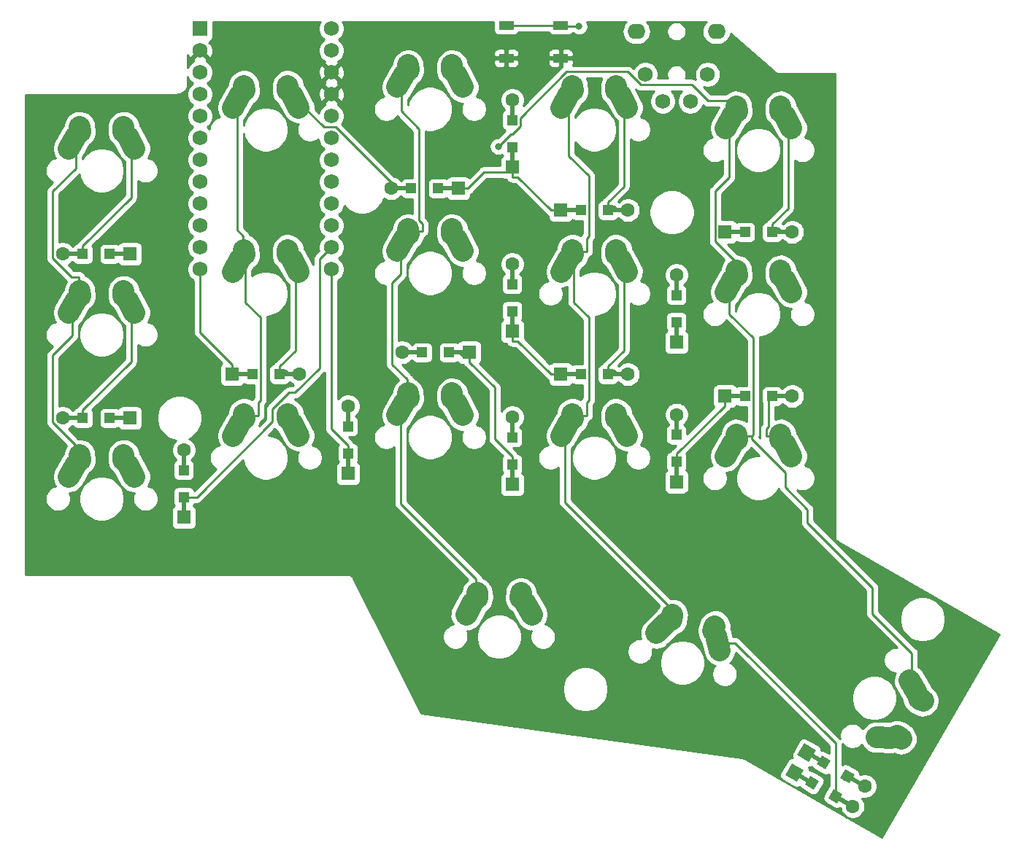
<source format=gbr>
G04 #@! TF.GenerationSoftware,KiCad,Pcbnew,(5.1.5-0-10_14)*
G04 #@! TF.CreationDate,2020-04-20T20:44:16-04:00*
G04 #@! TF.ProjectId,minidox-routed,6d696e69-646f-4782-9d72-6f757465642e,rev?*
G04 #@! TF.SameCoordinates,Original*
G04 #@! TF.FileFunction,Copper,L2,Bot*
G04 #@! TF.FilePolarity,Positive*
%FSLAX46Y46*%
G04 Gerber Fmt 4.6, Leading zero omitted, Abs format (unit mm)*
G04 Created by KiCad (PCBNEW (5.1.5-0-10_14)) date 2020-04-20 20:44:16*
%MOMM*%
%LPD*%
G04 APERTURE LIST*
%ADD10R,1.700000X1.000000*%
%ADD11R,2.500000X0.500000*%
%ADD12R,1.200000X1.200000*%
%ADD13R,1.600000X1.600000*%
%ADD14C,1.600000*%
%ADD15R,0.500000X2.500000*%
%ADD16C,0.100000*%
%ADD17C,2.500000*%
%ADD18C,1.752600*%
%ADD19O,2.057400X1.752600*%
%ADD20R,1.752600X1.752600*%
%ADD21C,0.800000*%
%ADD22C,0.250000*%
%ADD23C,0.254000*%
G04 APERTURE END LIST*
D10*
X113614000Y-113158000D03*
X119914000Y-113158000D03*
X113614000Y-109358000D03*
X119914000Y-109358000D03*
D11*
X68740000Y-135890000D03*
D12*
X67615000Y-135890000D03*
X64465000Y-135890000D03*
D11*
X63340000Y-135890000D03*
D13*
X69940000Y-135890000D03*
D14*
X62140000Y-135890000D03*
X100240000Y-128270000D03*
D13*
X108040000Y-128270000D03*
D11*
X101440000Y-128270000D03*
D12*
X102565000Y-128270000D03*
X105715000Y-128270000D03*
D11*
X106840000Y-128270000D03*
D14*
X114300000Y-118020000D03*
D13*
X114300000Y-125820000D03*
D15*
X114300000Y-119220000D03*
D12*
X114300000Y-120345000D03*
X114300000Y-123495000D03*
D15*
X114300000Y-124620000D03*
D14*
X127725000Y-130810000D03*
D13*
X119925000Y-130810000D03*
D11*
X126525000Y-130810000D03*
D12*
X125400000Y-130810000D03*
X122250000Y-130810000D03*
D11*
X121125000Y-130810000D03*
D14*
X146775000Y-133350000D03*
D13*
X138975000Y-133350000D03*
D11*
X145575000Y-133350000D03*
D12*
X144450000Y-133350000D03*
X141300000Y-133350000D03*
D11*
X140175000Y-133350000D03*
X68740000Y-154940000D03*
D12*
X67615000Y-154940000D03*
X64465000Y-154940000D03*
D11*
X63340000Y-154940000D03*
D13*
X69940000Y-154940000D03*
D14*
X62140000Y-154940000D03*
X89625000Y-149860000D03*
D13*
X81825000Y-149860000D03*
D11*
X88425000Y-149860000D03*
D12*
X87300000Y-149860000D03*
X84150000Y-149860000D03*
D11*
X83025000Y-149860000D03*
D14*
X114300000Y-137070000D03*
D13*
X114300000Y-144870000D03*
D15*
X114300000Y-138270000D03*
D12*
X114300000Y-139395000D03*
X114300000Y-142545000D03*
D15*
X114300000Y-143670000D03*
D14*
X127725000Y-149860000D03*
D13*
X119925000Y-149860000D03*
D11*
X126525000Y-149860000D03*
D12*
X125400000Y-149860000D03*
X122250000Y-149860000D03*
D11*
X121125000Y-149860000D03*
D15*
X133350000Y-144940000D03*
D12*
X133350000Y-143815000D03*
X133350000Y-140665000D03*
D15*
X133350000Y-139540000D03*
D13*
X133350000Y-146140000D03*
D14*
X133350000Y-138340000D03*
X76200000Y-158660000D03*
D13*
X76200000Y-166460000D03*
D15*
X76200000Y-159860000D03*
D12*
X76200000Y-160985000D03*
X76200000Y-164135000D03*
D15*
X76200000Y-165260000D03*
D11*
X108110000Y-147320000D03*
D12*
X106985000Y-147320000D03*
X103835000Y-147320000D03*
D11*
X102710000Y-147320000D03*
D13*
X109310000Y-147320000D03*
D14*
X101510000Y-147320000D03*
D15*
X114300000Y-161450000D03*
D12*
X114300000Y-160325000D03*
X114300000Y-157175000D03*
D15*
X114300000Y-156050000D03*
D13*
X114300000Y-162650000D03*
D14*
X114300000Y-154850000D03*
D15*
X133350000Y-161145000D03*
D12*
X133350000Y-160020000D03*
X133350000Y-156870000D03*
D15*
X133350000Y-155745000D03*
D13*
X133350000Y-162345000D03*
D14*
X133350000Y-154545000D03*
D11*
X140175000Y-152400000D03*
D12*
X141300000Y-152400000D03*
X144450000Y-152400000D03*
D11*
X145575000Y-152400000D03*
D13*
X138975000Y-152400000D03*
D14*
X146775000Y-152400000D03*
D15*
X95250000Y-160180000D03*
D12*
X95250000Y-159055000D03*
X95250000Y-155905000D03*
D15*
X95250000Y-154780000D03*
D13*
X95250000Y-161380000D03*
D14*
X95250000Y-153580000D03*
X153796299Y-200019200D03*
G04 #@! TA.AperFunction,ComponentPad*
D16*
G36*
X145948481Y-196412020D02*
G01*
X146748481Y-195026380D01*
X148134121Y-195826380D01*
X147334121Y-197212020D01*
X145948481Y-196412020D01*
G37*
G04 #@! TD.AperFunction*
G04 #@! TA.AperFunction,Conductor*
G36*
X151549537Y-199010706D02*
G01*
X151799537Y-198577694D01*
X153964601Y-199827694D01*
X153714601Y-200260706D01*
X151549537Y-199010706D01*
G37*
G04 #@! TD.AperFunction*
G04 #@! TA.AperFunction,SMDPad,CuDef*
G36*
X150963175Y-199076315D02*
G01*
X151563175Y-198037085D01*
X152602405Y-198637085D01*
X152002405Y-199676315D01*
X150963175Y-199076315D01*
G37*
G04 #@! TD.AperFunction*
G04 #@! TA.AperFunction,SMDPad,CuDef*
G36*
X148235195Y-197501315D02*
G01*
X148835195Y-196462085D01*
X149874425Y-197062085D01*
X149274425Y-198101315D01*
X148235195Y-197501315D01*
G37*
G04 #@! TD.AperFunction*
G04 #@! TA.AperFunction,Conductor*
G36*
X146872999Y-196310706D02*
G01*
X147122999Y-195877694D01*
X149288063Y-197127694D01*
X149038063Y-197560706D01*
X146872999Y-196310706D01*
G37*
G04 #@! TD.AperFunction*
D14*
X155193299Y-197682400D03*
G04 #@! TA.AperFunction,ComponentPad*
D16*
G36*
X147345481Y-194075220D02*
G01*
X148145481Y-192689580D01*
X149531121Y-193489580D01*
X148731121Y-194875220D01*
X147345481Y-194075220D01*
G37*
G04 #@! TD.AperFunction*
G04 #@! TA.AperFunction,Conductor*
G36*
X152946537Y-196673906D02*
G01*
X153196537Y-196240894D01*
X155361601Y-197490894D01*
X155111601Y-197923906D01*
X152946537Y-196673906D01*
G37*
G04 #@! TD.AperFunction*
G04 #@! TA.AperFunction,SMDPad,CuDef*
G36*
X152360175Y-196739515D02*
G01*
X152960175Y-195700285D01*
X153999405Y-196300285D01*
X153399405Y-197339515D01*
X152360175Y-196739515D01*
G37*
G04 #@! TD.AperFunction*
G04 #@! TA.AperFunction,SMDPad,CuDef*
G36*
X149632195Y-195164515D02*
G01*
X150232195Y-194125285D01*
X151271425Y-194725285D01*
X150671425Y-195764515D01*
X149632195Y-195164515D01*
G37*
G04 #@! TD.AperFunction*
G04 #@! TA.AperFunction,Conductor*
G36*
X148269999Y-193973906D02*
G01*
X148519999Y-193540894D01*
X150685063Y-194790894D01*
X150435063Y-195223906D01*
X148269999Y-193973906D01*
G37*
G04 #@! TD.AperFunction*
D17*
X64135276Y-121126672D02*
X64174724Y-121705328D01*
X69674547Y-122206046D02*
X70485453Y-123665954D01*
X63675453Y-122206046D02*
X62864547Y-123665954D01*
X69214724Y-121126672D02*
X69175276Y-121705328D01*
X83185276Y-116364672D02*
X83224724Y-116943328D01*
X88724547Y-117444046D02*
X89535453Y-118903954D01*
X82725453Y-117444046D02*
X81914547Y-118903954D01*
X88264724Y-116364672D02*
X88225276Y-116943328D01*
X102235276Y-113982672D02*
X102274724Y-114561328D01*
X107774547Y-115062046D02*
X108585453Y-116521954D01*
X101775453Y-115062046D02*
X100964547Y-116521954D01*
X107314724Y-113982672D02*
X107275276Y-114561328D01*
X121285276Y-116364672D02*
X121324724Y-116943328D01*
X126824547Y-117444046D02*
X127635453Y-118903954D01*
X120825453Y-117444046D02*
X120014547Y-118903954D01*
X126364724Y-116364672D02*
X126325276Y-116943328D01*
X140335276Y-118745672D02*
X140374724Y-119324328D01*
X145874547Y-119825046D02*
X146685453Y-121284954D01*
X139875453Y-119825046D02*
X139064547Y-121284954D01*
X145414724Y-118745672D02*
X145375276Y-119324328D01*
X69214724Y-140176672D02*
X69175276Y-140755328D01*
X63675453Y-141256046D02*
X62864547Y-142715954D01*
X69674547Y-141256046D02*
X70485453Y-142715954D01*
X64135276Y-140176672D02*
X64174724Y-140755328D01*
X83185276Y-135414672D02*
X83224724Y-135993328D01*
X88724547Y-136494046D02*
X89535453Y-137953954D01*
X82725453Y-136494046D02*
X81914547Y-137953954D01*
X88264724Y-135414672D02*
X88225276Y-135993328D01*
X102235276Y-133032672D02*
X102274724Y-133611328D01*
X107774547Y-134112046D02*
X108585453Y-135571954D01*
X101775453Y-134112046D02*
X100964547Y-135571954D01*
X107314724Y-133032672D02*
X107275276Y-133611328D01*
X121285276Y-135414672D02*
X121324724Y-135993328D01*
X126824547Y-136494046D02*
X127635453Y-137953954D01*
X120825453Y-136494046D02*
X120014547Y-137953954D01*
X126364724Y-135414672D02*
X126325276Y-135993328D01*
X140335276Y-137795672D02*
X140374724Y-138374328D01*
X145874547Y-138875046D02*
X146685453Y-140334954D01*
X139875453Y-138875046D02*
X139064547Y-140334954D01*
X145414724Y-137795672D02*
X145375276Y-138374328D01*
X64135276Y-159226672D02*
X64174724Y-159805328D01*
X69674547Y-160306046D02*
X70485453Y-161765954D01*
X63675453Y-160306046D02*
X62864547Y-161765954D01*
X69214724Y-159226672D02*
X69175276Y-159805328D01*
X88264724Y-154464672D02*
X88225276Y-155043328D01*
X82725453Y-155544046D02*
X81914547Y-157003954D01*
X88724547Y-155544046D02*
X89535453Y-157003954D01*
X83185276Y-154464672D02*
X83224724Y-155043328D01*
X107314724Y-152082672D02*
X107275276Y-152661328D01*
X101775453Y-153162046D02*
X100964547Y-154621954D01*
X107774547Y-153162046D02*
X108585453Y-154621954D01*
X102235276Y-152082672D02*
X102274724Y-152661328D01*
X126364724Y-154464672D02*
X126325276Y-155043328D01*
X120825453Y-155544046D02*
X120014547Y-157003954D01*
X126824547Y-155544046D02*
X127635453Y-157003954D01*
X121285276Y-154464672D02*
X121324724Y-155043328D01*
X145414724Y-156845672D02*
X145375276Y-157424328D01*
X139875453Y-157925046D02*
X139064547Y-159384954D01*
X145874547Y-157925046D02*
X146685453Y-159384954D01*
X140335276Y-156845672D02*
X140374724Y-157424328D01*
X115311724Y-175260672D02*
X115272276Y-175839328D01*
X109772453Y-176340046D02*
X108961547Y-177799954D01*
X115771547Y-176340046D02*
X116582453Y-177799954D01*
X110232276Y-175260672D02*
X110271724Y-175839328D01*
X137798812Y-179107074D02*
X137610940Y-179655804D01*
X132168925Y-178716002D02*
X131007797Y-179916286D01*
X137963604Y-180268681D02*
X138369028Y-181888721D01*
X132892441Y-177792416D02*
X132780779Y-178361566D01*
D18*
X131749800Y-118154200D03*
X136956800Y-115055400D03*
D19*
X137998200Y-110051600D03*
D18*
X129743200Y-115055400D03*
X134950200Y-118154200D03*
D19*
X128701800Y-110051600D03*
D20*
X78079600Y-109728000D03*
D18*
X78079600Y-112268000D03*
X78079600Y-114808000D03*
X78079600Y-117348000D03*
X78079600Y-119888000D03*
X78079600Y-122428000D03*
X78079600Y-124968000D03*
X78079600Y-127508000D03*
X78079600Y-130048000D03*
X78079600Y-132588000D03*
X78079600Y-135128000D03*
X78079600Y-137668000D03*
X93319600Y-137668000D03*
X93319600Y-135128000D03*
X93319600Y-132588000D03*
X93319600Y-130048000D03*
X93319600Y-127508000D03*
X93319600Y-124968000D03*
X93319600Y-122428000D03*
X93319600Y-119888000D03*
X93319600Y-117348000D03*
X93319600Y-114808000D03*
X93319600Y-112268000D03*
X93319600Y-109728000D03*
D17*
X161954890Y-187792198D02*
X161434034Y-187537034D01*
X158250488Y-192049660D02*
X156580718Y-192021972D01*
X161250035Y-186854294D02*
X160391171Y-185422074D01*
X159415166Y-192191130D02*
X158933758Y-191867638D01*
D21*
X112677900Y-123406600D03*
X138684000Y-115558000D03*
X122057800Y-109474000D03*
D22*
X63340000Y-135890000D02*
X64465000Y-135890000D01*
X62140000Y-135890000D02*
X63340000Y-135890000D01*
X64465000Y-135890000D02*
X64465000Y-134964700D01*
X70080000Y-122936000D02*
X70080000Y-129349700D01*
X70080000Y-129349700D02*
X64465000Y-134964700D01*
X69195000Y-121416000D02*
X70080000Y-122301000D01*
X70080000Y-122301000D02*
X70080000Y-122936000D01*
X67615000Y-135890000D02*
X68740000Y-135890000D01*
X69940000Y-135890000D02*
X68740000Y-135890000D01*
X106840000Y-128270000D02*
X108040000Y-128270000D01*
X105715000Y-128270000D02*
X106840000Y-128270000D01*
X108040000Y-128270000D02*
X109165300Y-128270000D01*
X114300000Y-126382600D02*
X111052700Y-126382600D01*
X111052700Y-126382600D02*
X109165300Y-128270000D01*
X114300000Y-126382600D02*
X114300000Y-126945300D01*
X114300000Y-125820000D02*
X114300000Y-126382600D01*
X114300000Y-124620000D02*
X114300000Y-125820000D01*
X114300000Y-123495000D02*
X114300000Y-124620000D01*
X119925000Y-130810000D02*
X118799700Y-130810000D01*
X118799700Y-130810000D02*
X114935000Y-126945300D01*
X114935000Y-126945300D02*
X114300000Y-126945300D01*
X121125000Y-130810000D02*
X119925000Y-130810000D01*
X122250000Y-130810000D02*
X121125000Y-130810000D01*
X140175000Y-133350000D02*
X138975000Y-133350000D01*
X141300000Y-133350000D02*
X140175000Y-133350000D01*
X101440000Y-128270000D02*
X100240000Y-128270000D01*
X102565000Y-128270000D02*
X101440000Y-128270000D01*
X89130000Y-118174000D02*
X89447500Y-118174000D01*
X89447500Y-118174000D02*
X92431500Y-121158000D01*
X92431500Y-121158000D02*
X93824600Y-121158000D01*
X93824600Y-121158000D02*
X100240000Y-127573400D01*
X100240000Y-127573400D02*
X100240000Y-128270000D01*
X88245000Y-116654000D02*
X89130000Y-117539000D01*
X89130000Y-117539000D02*
X89130000Y-118174000D01*
X114300000Y-119220000D02*
X114300000Y-118020000D01*
X114300000Y-120345000D02*
X114300000Y-119220000D01*
X107295000Y-114272000D02*
X108180000Y-115157000D01*
X108180000Y-115157000D02*
X108180000Y-115792000D01*
X127725000Y-130810000D02*
X126525000Y-130810000D01*
X125400000Y-130347300D02*
X126062300Y-130347300D01*
X126062300Y-130347300D02*
X126525000Y-130810000D01*
X125400000Y-130347300D02*
X125400000Y-129884700D01*
X125400000Y-130810000D02*
X125400000Y-130347300D01*
X127230000Y-118174000D02*
X127230000Y-128054700D01*
X127230000Y-128054700D02*
X125400000Y-129884700D01*
X126345000Y-116654000D02*
X127230000Y-117539000D01*
X127230000Y-117539000D02*
X127230000Y-118174000D01*
X146775000Y-133350000D02*
X145575000Y-133350000D01*
X144450000Y-132887300D02*
X145112300Y-132887300D01*
X145112300Y-132887300D02*
X145575000Y-133350000D01*
X144450000Y-132887300D02*
X144450000Y-132424700D01*
X144450000Y-133350000D02*
X144450000Y-132887300D01*
X146280000Y-120555000D02*
X146280000Y-130594700D01*
X146280000Y-130594700D02*
X144450000Y-132424700D01*
X145395000Y-119035000D02*
X146280000Y-119920000D01*
X146280000Y-119920000D02*
X146280000Y-120555000D01*
X63340000Y-154940000D02*
X64465000Y-154940000D01*
X62140000Y-154940000D02*
X63340000Y-154940000D01*
X64465000Y-154940000D02*
X64465000Y-154014700D01*
X70080000Y-141986000D02*
X70080000Y-148399700D01*
X70080000Y-148399700D02*
X64465000Y-154014700D01*
X69195000Y-140466000D02*
X69195000Y-141101000D01*
X69195000Y-141101000D02*
X70080000Y-141986000D01*
X68740000Y-154940000D02*
X67615000Y-154940000D01*
X69940000Y-154940000D02*
X68740000Y-154940000D01*
X133350000Y-144940000D02*
X133350000Y-143815000D01*
X133350000Y-146140000D02*
X133350000Y-144940000D01*
X83025000Y-149860000D02*
X81825000Y-149860000D01*
X84150000Y-149860000D02*
X83025000Y-149860000D01*
X114300000Y-143670000D02*
X114300000Y-144870000D01*
X114300000Y-142545000D02*
X114300000Y-143670000D01*
X114300000Y-144870000D02*
X114300000Y-145995300D01*
X119925000Y-149860000D02*
X118799700Y-149860000D01*
X118799700Y-149860000D02*
X114935000Y-145995300D01*
X114935000Y-145995300D02*
X114300000Y-145995300D01*
X121125000Y-149860000D02*
X119925000Y-149860000D01*
X122250000Y-149860000D02*
X121125000Y-149860000D01*
X81825000Y-149860000D02*
X81825000Y-148734700D01*
X78079600Y-137668000D02*
X78079600Y-144989300D01*
X78079600Y-144989300D02*
X81825000Y-148734700D01*
X89625000Y-149860000D02*
X88425000Y-149860000D01*
X87300000Y-149397300D02*
X87962300Y-149397300D01*
X87962300Y-149397300D02*
X88425000Y-149860000D01*
X87300000Y-149397300D02*
X87300000Y-148934700D01*
X87300000Y-149860000D02*
X87300000Y-149397300D01*
X89130000Y-137224000D02*
X89130000Y-147104700D01*
X89130000Y-147104700D02*
X87300000Y-148934700D01*
X88245000Y-135704000D02*
X89130000Y-136589000D01*
X89130000Y-136589000D02*
X89130000Y-137224000D01*
X114300000Y-138270000D02*
X114300000Y-137070000D01*
X114300000Y-139395000D02*
X114300000Y-138270000D01*
X107295000Y-133322000D02*
X108180000Y-134207000D01*
X108180000Y-134207000D02*
X108180000Y-134842000D01*
X127725000Y-149860000D02*
X126525000Y-149860000D01*
X125400000Y-149397300D02*
X126062300Y-149397300D01*
X126062300Y-149397300D02*
X126525000Y-149860000D01*
X125400000Y-149397300D02*
X125400000Y-148934700D01*
X125400000Y-149860000D02*
X125400000Y-149397300D01*
X127230000Y-137224000D02*
X127230000Y-147104700D01*
X127230000Y-147104700D02*
X125400000Y-148934700D01*
X126345000Y-135704000D02*
X127230000Y-136589000D01*
X127230000Y-136589000D02*
X127230000Y-137224000D01*
X133350000Y-139540000D02*
X133350000Y-140665000D01*
X133350000Y-138340000D02*
X133350000Y-139540000D01*
X145395000Y-138085000D02*
X146280000Y-138970000D01*
X146280000Y-138970000D02*
X146280000Y-139605000D01*
X106985000Y-147320000D02*
X108110000Y-147320000D01*
X109310000Y-147882600D02*
X108672600Y-147882600D01*
X108672600Y-147882600D02*
X108110000Y-147320000D01*
X109310000Y-147882600D02*
X109310000Y-148445300D01*
X109310000Y-147320000D02*
X109310000Y-147882600D01*
X114300000Y-160325000D02*
X114300000Y-159399700D01*
X114300000Y-159399700D02*
X112266100Y-157365800D01*
X112266100Y-157365800D02*
X112266100Y-151401400D01*
X112266100Y-151401400D02*
X109310000Y-148445300D01*
X114300000Y-161450000D02*
X114300000Y-160325000D01*
X114300000Y-162650000D02*
X114300000Y-161450000D01*
X133350000Y-160020000D02*
X133350000Y-161145000D01*
X133350000Y-159557300D02*
X133350000Y-160020000D01*
X133350000Y-159557300D02*
X133350000Y-159094700D01*
X133350000Y-162345000D02*
X133350000Y-161145000D01*
X138975000Y-152400000D02*
X138975000Y-153525300D01*
X138975000Y-153525300D02*
X138919400Y-153525300D01*
X138919400Y-153525300D02*
X133350000Y-159094700D01*
X140175000Y-152400000D02*
X138975000Y-152400000D01*
X141300000Y-152400000D02*
X140175000Y-152400000D01*
X76200000Y-164135000D02*
X77724600Y-164135000D01*
X77724600Y-164135000D02*
X86483100Y-155376500D01*
X86483100Y-155376500D02*
X86483100Y-153896100D01*
X86483100Y-153896100D02*
X88381500Y-151997700D01*
X88381500Y-151997700D02*
X89121900Y-151997700D01*
X89121900Y-151997700D02*
X91981200Y-149138400D01*
X91981200Y-149138400D02*
X91981200Y-136466300D01*
X91981200Y-136466300D02*
X91981300Y-136466300D01*
X91981300Y-136466300D02*
X93319600Y-135128000D01*
X76200000Y-164135000D02*
X76200000Y-165260000D01*
X76200000Y-165260000D02*
X76200000Y-166460000D01*
X76200000Y-159860000D02*
X76200000Y-158660000D01*
X76200000Y-160985000D02*
X76200000Y-159860000D01*
X69195000Y-159516000D02*
X70080000Y-160401000D01*
X70080000Y-160401000D02*
X70080000Y-161036000D01*
X102710000Y-147320000D02*
X103835000Y-147320000D01*
X101510000Y-147320000D02*
X102710000Y-147320000D01*
X89130000Y-156274000D02*
X88245000Y-155389000D01*
X88245000Y-155389000D02*
X88245000Y-154754000D01*
X114300000Y-156050000D02*
X114300000Y-157175000D01*
X114300000Y-154850000D02*
X114300000Y-156050000D01*
X108180000Y-153892000D02*
X107295000Y-153007000D01*
X107295000Y-153007000D02*
X107295000Y-152372000D01*
X133350000Y-155745000D02*
X133350000Y-156870000D01*
X133350000Y-154545000D02*
X133350000Y-155745000D01*
X127230000Y-156274000D02*
X126345000Y-155389000D01*
X126345000Y-155389000D02*
X126345000Y-154754000D01*
X146775000Y-152400000D02*
X145575000Y-152400000D01*
X145395000Y-157135000D02*
X143759200Y-157023500D01*
X143759200Y-157023500D02*
X143759200Y-156215700D01*
X143759200Y-156215700D02*
X143999700Y-155975200D01*
X143999700Y-155975200D02*
X143999700Y-152400000D01*
X144450000Y-152400000D02*
X143999700Y-152400000D01*
X145575000Y-152400000D02*
X144450000Y-152400000D01*
X146280000Y-158655000D02*
X145395000Y-157770000D01*
X145395000Y-157770000D02*
X145395000Y-157135000D01*
X95250000Y-160180000D02*
X95250000Y-159055000D01*
X95250000Y-161380000D02*
X95250000Y-160180000D01*
X95250000Y-159055000D02*
X95250000Y-158129700D01*
X93319600Y-137668000D02*
X93319600Y-156199300D01*
X93319600Y-156199300D02*
X95250000Y-158129700D01*
X95250000Y-154780000D02*
X95250000Y-155905000D01*
X95250000Y-153580000D02*
X95250000Y-154780000D01*
X116177000Y-177070000D02*
X115292000Y-176185000D01*
X115292000Y-176185000D02*
X115292000Y-175550000D01*
X151782790Y-192705490D02*
X151782790Y-198163880D01*
X151782790Y-198163880D02*
X151782790Y-198856700D01*
X137704900Y-179381400D02*
X137704900Y-180617300D01*
X140156000Y-181078700D02*
X151782790Y-192705490D01*
X138166300Y-181078700D02*
X140156000Y-181078700D01*
X137704900Y-180617300D02*
X138166300Y-181078700D01*
X153070600Y-196638800D02*
X152795300Y-196914100D01*
X153070700Y-196611600D02*
X153070700Y-196638700D01*
X153070700Y-196638700D02*
X153070600Y-196638800D01*
X64155000Y-140466000D02*
X64025100Y-138560500D01*
X64025100Y-138560500D02*
X63137300Y-138560500D01*
X63137300Y-138560500D02*
X60981500Y-136404700D01*
X60981500Y-136404700D02*
X60981500Y-128619500D01*
X60981500Y-128619500D02*
X63655500Y-125945500D01*
X63655500Y-125945500D02*
X63655500Y-123321500D01*
X63655500Y-123321500D02*
X64284900Y-123321500D01*
X63270000Y-122936000D02*
X63655500Y-123321500D01*
X63270000Y-141986000D02*
X63270000Y-141351000D01*
X63270000Y-141351000D02*
X64155000Y-140466000D01*
X64155000Y-121416000D02*
X64284900Y-123321500D01*
X63270000Y-161036000D02*
X64531000Y-158765900D01*
X64531000Y-158765900D02*
X64377200Y-158612100D01*
X64377200Y-158612100D02*
X64167900Y-158612100D01*
X64167900Y-158612100D02*
X60981500Y-155425700D01*
X60981500Y-155425700D02*
X60981500Y-147669500D01*
X60981500Y-147669500D02*
X63270000Y-145381000D01*
X63270000Y-145381000D02*
X63270000Y-141986000D01*
X63270000Y-161036000D02*
X64155000Y-160151000D01*
X64155000Y-160151000D02*
X64155000Y-159516000D01*
X82376800Y-118174000D02*
X82376800Y-133100200D01*
X82376800Y-133100200D02*
X83075100Y-133798500D01*
X83205000Y-116654000D02*
X83205000Y-117345800D01*
X83205000Y-117345800D02*
X82376800Y-118174000D01*
X82376800Y-118174000D02*
X82320000Y-118174000D01*
X83205000Y-135704000D02*
X83075100Y-133798500D01*
X83205000Y-135704000D02*
X83334900Y-137609500D01*
X83334800Y-137609500D02*
X83334900Y-137609500D01*
X82320000Y-137224000D02*
X82705500Y-137609500D01*
X82705500Y-137609500D02*
X83334800Y-137609500D01*
X84840800Y-154642500D02*
X84840800Y-153118200D01*
X84840800Y-153118200D02*
X85075400Y-152883600D01*
X85075400Y-152883600D02*
X85075400Y-143260800D01*
X85075400Y-143260800D02*
X83334800Y-141520200D01*
X83334800Y-141520200D02*
X83334800Y-137609500D01*
X83205000Y-154754000D02*
X84840800Y-154642500D01*
X82320000Y-156274000D02*
X82320000Y-155639000D01*
X82320000Y-155639000D02*
X83205000Y-154754000D01*
X101426800Y-115792000D02*
X101426800Y-119317700D01*
X101426800Y-119317700D02*
X103490400Y-121381300D01*
X103490400Y-121381300D02*
X103490400Y-132002300D01*
X103490400Y-132002300D02*
X103890800Y-132402700D01*
X103890800Y-132402700D02*
X103890800Y-133210500D01*
X102255000Y-114272000D02*
X102255000Y-114963800D01*
X102255000Y-114963800D02*
X101426800Y-115792000D01*
X101426800Y-115792000D02*
X101370000Y-115792000D01*
X102255000Y-133322000D02*
X103890800Y-133210500D01*
X102255000Y-133322000D02*
X102384900Y-135227500D01*
X101370000Y-135227500D02*
X101370000Y-134842000D01*
X102125100Y-150466500D02*
X100365400Y-148706800D01*
X100365400Y-148706800D02*
X100365400Y-139241600D01*
X100365400Y-139241600D02*
X101370000Y-138237000D01*
X101370000Y-138237000D02*
X101370000Y-135227500D01*
X101370000Y-135227500D02*
X102384900Y-135227500D01*
X102255000Y-152372000D02*
X102125100Y-150466500D01*
X102255000Y-152372000D02*
X101370000Y-153257000D01*
X101370000Y-153257000D02*
X101370000Y-153892000D01*
X110252000Y-175550000D02*
X110122100Y-173644500D01*
X110122100Y-173644500D02*
X101370000Y-164892400D01*
X101370000Y-164892400D02*
X101370000Y-153892000D01*
X110252000Y-175550000D02*
X109367000Y-176435000D01*
X109367000Y-176435000D02*
X109367000Y-177070000D01*
X120862500Y-118174000D02*
X120862500Y-124510100D01*
X120862500Y-124510100D02*
X123175400Y-126823000D01*
X123175400Y-126823000D02*
X123175400Y-133833600D01*
X123175400Y-133833600D02*
X122940800Y-134068200D01*
X122940800Y-134068200D02*
X122940800Y-135592500D01*
X121305000Y-116654000D02*
X121305000Y-117731500D01*
X121305000Y-117731500D02*
X120862500Y-118174000D01*
X120420000Y-118174000D02*
X120862500Y-118174000D01*
X121305000Y-135704000D02*
X122940800Y-135592500D01*
X121305000Y-135704000D02*
X121434900Y-137609500D01*
X121434800Y-137609500D02*
X121434900Y-137609500D01*
X120420000Y-137224000D02*
X120805500Y-137609500D01*
X120805500Y-137609500D02*
X121434800Y-137609500D01*
X122940800Y-154642500D02*
X122940800Y-153118200D01*
X122940800Y-153118200D02*
X123175400Y-152883600D01*
X123175400Y-152883600D02*
X123175400Y-143260800D01*
X123175400Y-143260800D02*
X121434800Y-141520200D01*
X121434800Y-141520200D02*
X121434800Y-137609500D01*
X121305000Y-154754000D02*
X122940800Y-154642500D01*
X120420000Y-156274000D02*
X120420000Y-155639000D01*
X120420000Y-155639000D02*
X121305000Y-154754000D01*
X131588400Y-179316100D02*
X133271800Y-177576000D01*
X133271800Y-177576000D02*
X120420000Y-164724200D01*
X120420000Y-164724200D02*
X120420000Y-156274000D01*
X132836600Y-178077000D02*
X132827500Y-178077000D01*
X132827500Y-178077000D02*
X131588400Y-179316100D01*
X139470000Y-120555000D02*
X140731000Y-118284900D01*
X140731000Y-118284900D02*
X140577300Y-118131200D01*
X140577300Y-118131200D02*
X137046200Y-118131200D01*
X137046200Y-118131200D02*
X135182800Y-116267800D01*
X135182800Y-116267800D02*
X129184300Y-116267800D01*
X129184300Y-116267800D02*
X127662000Y-114745500D01*
X127662000Y-114745500D02*
X120566700Y-114745500D01*
X120566700Y-114745500D02*
X115225300Y-120086900D01*
X115225300Y-120086900D02*
X115225300Y-121079800D01*
X115225300Y-121079800D02*
X114338000Y-121967100D01*
X114338000Y-121967100D02*
X114117400Y-121967100D01*
X114117400Y-121967100D02*
X112677900Y-123406600D01*
X140731000Y-137334900D02*
X137834900Y-134438800D01*
X137834900Y-134438800D02*
X137834900Y-128627600D01*
X137834900Y-128627600D02*
X139470000Y-126992500D01*
X139470000Y-126992500D02*
X139470000Y-120555000D01*
X142046500Y-157023600D02*
X142225400Y-156844700D01*
X142225400Y-156844700D02*
X142225400Y-145641800D01*
X142225400Y-145641800D02*
X139470000Y-142886400D01*
X139470000Y-142886400D02*
X139470000Y-139605000D01*
X141990800Y-157023500D02*
X141990800Y-157023600D01*
X141990800Y-157023600D02*
X142046500Y-157023600D01*
X140355000Y-157135000D02*
X141990800Y-157023500D01*
X140355000Y-119035000D02*
X140355000Y-119670000D01*
X140355000Y-119670000D02*
X139470000Y-120555000D01*
X139470000Y-139605000D02*
X140731000Y-137334900D01*
X140355000Y-138085000D02*
X140355000Y-138720000D01*
X140355000Y-138720000D02*
X139470000Y-139605000D01*
X139470000Y-158655000D02*
X140355000Y-157770000D01*
X140355000Y-157770000D02*
X140355000Y-157135000D01*
X145948400Y-161264600D02*
X142046500Y-157362700D01*
X145948400Y-162966400D02*
X145948400Y-161264600D01*
X148539200Y-167106600D02*
X148539200Y-165557200D01*
X148539200Y-165557200D02*
X145948400Y-162966400D01*
X156083000Y-174650400D02*
X148539200Y-167106600D01*
X142046500Y-157362700D02*
X142046500Y-157023600D01*
X156083000Y-177673000D02*
X156083000Y-174650400D01*
X160655000Y-185972581D02*
X160655000Y-182245000D01*
X160655000Y-182245000D02*
X156083000Y-177673000D01*
X160820603Y-186138184D02*
X160655000Y-185972581D01*
X119914000Y-109358000D02*
X113614000Y-109358000D01*
X120501700Y-109358000D02*
X119914000Y-109358000D01*
X120030000Y-109474000D02*
X119914000Y-109358000D01*
X122057800Y-109474000D02*
X120030000Y-109474000D01*
D23*
G36*
X91980303Y-109012131D02*
G01*
X91866378Y-109287170D01*
X91808300Y-109579150D01*
X91808300Y-109876850D01*
X91866378Y-110168830D01*
X91980303Y-110443869D01*
X92145696Y-110691398D01*
X92356202Y-110901904D01*
X92500020Y-110998000D01*
X92356202Y-111094096D01*
X92145696Y-111304602D01*
X91980303Y-111552131D01*
X91866378Y-111827170D01*
X91808300Y-112119150D01*
X91808300Y-112416850D01*
X91866378Y-112708830D01*
X91980303Y-112983869D01*
X92145696Y-113231398D01*
X92356202Y-113441904D01*
X92519409Y-113550955D01*
X92452037Y-113760831D01*
X93319600Y-114628395D01*
X94187163Y-113760831D01*
X94119791Y-113550955D01*
X94282998Y-113441904D01*
X94493504Y-113231398D01*
X94658897Y-112983869D01*
X94772822Y-112708830D01*
X94830900Y-112416850D01*
X94830900Y-112119150D01*
X94772822Y-111827170D01*
X94658897Y-111552131D01*
X94493504Y-111304602D01*
X94282998Y-111094096D01*
X94139180Y-110998000D01*
X94282998Y-110901904D01*
X94493504Y-110691398D01*
X94658897Y-110443869D01*
X94772822Y-110168830D01*
X94830900Y-109876850D01*
X94830900Y-109579150D01*
X94772822Y-109287170D01*
X94658897Y-109012131D01*
X94593863Y-108914800D01*
X112125928Y-108914800D01*
X112125928Y-109858000D01*
X112138188Y-109982482D01*
X112174498Y-110102180D01*
X112233463Y-110212494D01*
X112312815Y-110309185D01*
X112409506Y-110388537D01*
X112519820Y-110447502D01*
X112639518Y-110483812D01*
X112764000Y-110496072D01*
X114464000Y-110496072D01*
X114588482Y-110483812D01*
X114708180Y-110447502D01*
X114818494Y-110388537D01*
X114915185Y-110309185D01*
X114994537Y-110212494D01*
X115045046Y-110118000D01*
X118482954Y-110118000D01*
X118533463Y-110212494D01*
X118612815Y-110309185D01*
X118709506Y-110388537D01*
X118819820Y-110447502D01*
X118939518Y-110483812D01*
X119064000Y-110496072D01*
X120764000Y-110496072D01*
X120888482Y-110483812D01*
X121008180Y-110447502D01*
X121118494Y-110388537D01*
X121215185Y-110309185D01*
X121276888Y-110234000D01*
X121354089Y-110234000D01*
X121398026Y-110277937D01*
X121567544Y-110391205D01*
X121755902Y-110469226D01*
X121955861Y-110509000D01*
X122159739Y-110509000D01*
X122359698Y-110469226D01*
X122548056Y-110391205D01*
X122717574Y-110277937D01*
X122861737Y-110133774D01*
X122975005Y-109964256D01*
X123053026Y-109775898D01*
X123092800Y-109575939D01*
X123092800Y-109372061D01*
X123053026Y-109172102D01*
X122975005Y-108983744D01*
X122928938Y-108914800D01*
X127552319Y-108914800D01*
X127475579Y-108977779D01*
X127286720Y-109207904D01*
X127146385Y-109470452D01*
X127059968Y-109755333D01*
X127030788Y-110051600D01*
X127059968Y-110347867D01*
X127146385Y-110632748D01*
X127286720Y-110895296D01*
X127475579Y-111125421D01*
X127705704Y-111314280D01*
X127968252Y-111454615D01*
X128253133Y-111541032D01*
X128475161Y-111562900D01*
X128928439Y-111562900D01*
X129150467Y-111541032D01*
X129435348Y-111454615D01*
X129697896Y-111314280D01*
X129928021Y-111125421D01*
X130116880Y-110895296D01*
X130257215Y-110632748D01*
X130343632Y-110347867D01*
X130372812Y-110051600D01*
X130361848Y-109940275D01*
X132219700Y-109940275D01*
X132219700Y-110162925D01*
X132263137Y-110381296D01*
X132348341Y-110586998D01*
X132472039Y-110772124D01*
X132629476Y-110929561D01*
X132814602Y-111053259D01*
X133020304Y-111138463D01*
X133238675Y-111181900D01*
X133461325Y-111181900D01*
X133679696Y-111138463D01*
X133885398Y-111053259D01*
X134070524Y-110929561D01*
X134227961Y-110772124D01*
X134351659Y-110586998D01*
X134436863Y-110381296D01*
X134480300Y-110162925D01*
X134480300Y-109940275D01*
X134436863Y-109721904D01*
X134351659Y-109516202D01*
X134227961Y-109331076D01*
X134070524Y-109173639D01*
X133885398Y-109049941D01*
X133679696Y-108964737D01*
X133461325Y-108921300D01*
X133238675Y-108921300D01*
X133020304Y-108964737D01*
X132814602Y-109049941D01*
X132629476Y-109173639D01*
X132472039Y-109331076D01*
X132348341Y-109516202D01*
X132263137Y-109721904D01*
X132219700Y-109940275D01*
X130361848Y-109940275D01*
X130343632Y-109755333D01*
X130257215Y-109470452D01*
X130116880Y-109207904D01*
X129928021Y-108977779D01*
X129851281Y-108914800D01*
X136848719Y-108914800D01*
X136771979Y-108977779D01*
X136583120Y-109207904D01*
X136442785Y-109470452D01*
X136356368Y-109755333D01*
X136327188Y-110051600D01*
X136356368Y-110347867D01*
X136442785Y-110632748D01*
X136583120Y-110895296D01*
X136771979Y-111125421D01*
X137002104Y-111314280D01*
X137264652Y-111454615D01*
X137549533Y-111541032D01*
X137771561Y-111562900D01*
X138224839Y-111562900D01*
X138446867Y-111541032D01*
X138731748Y-111454615D01*
X138994296Y-111314280D01*
X139224421Y-111125421D01*
X139413280Y-110895296D01*
X139553615Y-110632748D01*
X139640032Y-110347867D01*
X139645650Y-110290823D01*
X144761146Y-114785689D01*
X144768252Y-114794348D01*
X144809892Y-114828521D01*
X144825909Y-114842595D01*
X144834959Y-114849093D01*
X144868750Y-114876825D01*
X144887648Y-114886926D01*
X144905052Y-114899423D01*
X144944852Y-114917502D01*
X144983407Y-114938110D01*
X145003913Y-114944331D01*
X145023421Y-114953192D01*
X145065976Y-114963157D01*
X145107817Y-114975850D01*
X145129147Y-114977951D01*
X145150004Y-114982835D01*
X145193684Y-114984307D01*
X145204781Y-114985400D01*
X145226113Y-114985400D01*
X145279939Y-114987214D01*
X145290992Y-114985400D01*
X151714601Y-114985400D01*
X151714600Y-168695810D01*
X151712798Y-168749723D01*
X151719873Y-168792758D01*
X151724150Y-168836182D01*
X151730399Y-168856782D01*
X151733889Y-168878010D01*
X151749225Y-168918841D01*
X151761890Y-168960592D01*
X151772034Y-168979571D01*
X151779601Y-168999717D01*
X151802612Y-169036777D01*
X151823175Y-169075249D01*
X151836828Y-169091885D01*
X151848179Y-169110167D01*
X151877975Y-169142024D01*
X151905652Y-169175748D01*
X151922289Y-169189402D01*
X151936987Y-169205116D01*
X151972425Y-169230547D01*
X152006150Y-169258225D01*
X152053742Y-169283663D01*
X170749377Y-180094596D01*
X157141084Y-203642482D01*
X141228453Y-194466954D01*
X141204228Y-194449322D01*
X141172262Y-194434553D01*
X141170001Y-194433249D01*
X141142998Y-194421032D01*
X141086208Y-194394793D01*
X141083632Y-194394172D01*
X141081231Y-194393086D01*
X141020574Y-194378978D01*
X140991486Y-194371969D01*
X140988879Y-194371606D01*
X140954603Y-194363634D01*
X140924673Y-194362670D01*
X103768340Y-189191559D01*
X102248129Y-186171395D01*
X120151140Y-186171395D01*
X120151140Y-186690445D01*
X120252401Y-187199521D01*
X120451033Y-187679061D01*
X120739402Y-188110635D01*
X121106425Y-188477658D01*
X121537999Y-188766027D01*
X122017539Y-188964659D01*
X122526615Y-189065920D01*
X123045665Y-189065920D01*
X123554741Y-188964659D01*
X124034281Y-188766027D01*
X124465855Y-188477658D01*
X124832878Y-188110635D01*
X125121247Y-187679061D01*
X125319879Y-187199521D01*
X125421140Y-186690445D01*
X125421140Y-186171395D01*
X125319879Y-185662319D01*
X125121247Y-185182779D01*
X124832878Y-184751205D01*
X124465855Y-184384182D01*
X124034281Y-184095813D01*
X123554741Y-183897181D01*
X123045665Y-183795920D01*
X122526615Y-183795920D01*
X122017539Y-183897181D01*
X121537999Y-184095813D01*
X121106425Y-184384182D01*
X120739402Y-184751205D01*
X120451033Y-185182779D01*
X120252401Y-185662319D01*
X120151140Y-186171395D01*
X102248129Y-186171395D01*
X95890480Y-173540821D01*
X95888110Y-173533007D01*
X95861296Y-173482841D01*
X95850353Y-173461101D01*
X95846009Y-173454242D01*
X95826825Y-173418350D01*
X95811308Y-173399442D01*
X95798226Y-173378784D01*
X95770169Y-173349315D01*
X95744348Y-173317852D01*
X95725440Y-173302334D01*
X95708580Y-173284626D01*
X95675316Y-173261199D01*
X95643850Y-173235375D01*
X95622278Y-173223844D01*
X95602288Y-173209766D01*
X95565090Y-173193277D01*
X95529193Y-173174090D01*
X95505786Y-173166989D01*
X95483433Y-173157081D01*
X95443736Y-173148166D01*
X95404783Y-173136350D01*
X95380440Y-173133952D01*
X95356583Y-173128595D01*
X95315908Y-173127597D01*
X95307819Y-173126800D01*
X95283451Y-173126800D01*
X95226615Y-173125405D01*
X95218575Y-173126800D01*
X57860742Y-173126800D01*
X57839388Y-126059652D01*
X60109100Y-126059652D01*
X60109100Y-126352348D01*
X60166202Y-126639421D01*
X60278212Y-126909838D01*
X60440826Y-127153206D01*
X60647794Y-127360174D01*
X60891162Y-127522788D01*
X60970534Y-127555665D01*
X60470498Y-128055701D01*
X60441500Y-128079499D01*
X60417702Y-128108497D01*
X60417701Y-128108498D01*
X60346526Y-128195224D01*
X60275954Y-128327254D01*
X60232498Y-128470515D01*
X60217824Y-128619500D01*
X60221501Y-128656832D01*
X60221500Y-136367378D01*
X60217824Y-136404700D01*
X60221500Y-136442022D01*
X60221500Y-136442032D01*
X60232497Y-136553685D01*
X60262146Y-136651426D01*
X60275954Y-136696946D01*
X60346526Y-136828976D01*
X60372395Y-136860497D01*
X60441499Y-136944701D01*
X60470503Y-136968504D01*
X62573501Y-139071503D01*
X62592064Y-139094123D01*
X62492448Y-139233908D01*
X62340090Y-139572523D01*
X62256721Y-139934355D01*
X62254501Y-140008068D01*
X62230868Y-140030950D01*
X62072556Y-140259794D01*
X61171725Y-141881598D01*
X61061100Y-142136931D01*
X60982791Y-142499892D01*
X60976797Y-142871156D01*
X61043348Y-143236455D01*
X61179886Y-143581752D01*
X61318132Y-143796062D01*
X61161579Y-143827202D01*
X60891162Y-143939212D01*
X60647794Y-144101826D01*
X60440826Y-144308794D01*
X60278212Y-144552162D01*
X60166202Y-144822579D01*
X60109100Y-145109652D01*
X60109100Y-145402348D01*
X60166202Y-145689421D01*
X60278212Y-145959838D01*
X60440826Y-146203206D01*
X60647794Y-146410174D01*
X60891162Y-146572788D01*
X60970534Y-146605665D01*
X60470498Y-147105701D01*
X60441500Y-147129499D01*
X60417702Y-147158497D01*
X60417701Y-147158498D01*
X60346526Y-147245224D01*
X60275954Y-147377254D01*
X60250449Y-147461335D01*
X60232498Y-147520514D01*
X60227624Y-147570000D01*
X60217824Y-147669500D01*
X60221501Y-147706832D01*
X60221500Y-155388378D01*
X60217824Y-155425700D01*
X60221500Y-155463022D01*
X60221500Y-155463032D01*
X60232497Y-155574685D01*
X60270510Y-155700000D01*
X60275954Y-155717946D01*
X60346526Y-155849976D01*
X60383061Y-155894494D01*
X60441499Y-155965701D01*
X60470503Y-155989504D01*
X62605819Y-158124821D01*
X62492448Y-158283908D01*
X62340090Y-158622523D01*
X62256721Y-158984355D01*
X62254501Y-159058068D01*
X62230868Y-159080950D01*
X62072556Y-159309794D01*
X61171725Y-160931598D01*
X61061100Y-161186931D01*
X60982791Y-161549892D01*
X60976797Y-161921156D01*
X61043348Y-162286455D01*
X61179886Y-162631752D01*
X61318132Y-162846062D01*
X61161579Y-162877202D01*
X60891162Y-162989212D01*
X60647794Y-163151826D01*
X60440826Y-163358794D01*
X60278212Y-163602162D01*
X60166202Y-163872579D01*
X60109100Y-164159652D01*
X60109100Y-164452348D01*
X60166202Y-164739421D01*
X60278212Y-165009838D01*
X60440826Y-165253206D01*
X60647794Y-165460174D01*
X60891162Y-165622788D01*
X61161579Y-165734798D01*
X61448652Y-165791900D01*
X61741348Y-165791900D01*
X62028421Y-165734798D01*
X62298838Y-165622788D01*
X62542206Y-165460174D01*
X62749174Y-165253206D01*
X62911788Y-165009838D01*
X63023798Y-164739421D01*
X63080900Y-164452348D01*
X63080900Y-164159652D01*
X63058508Y-164047076D01*
X64046100Y-164047076D01*
X64046100Y-164564924D01*
X64147127Y-165072822D01*
X64345299Y-165551251D01*
X64633000Y-165981826D01*
X64999174Y-166348000D01*
X65429749Y-166635701D01*
X65908178Y-166833873D01*
X66416076Y-166934900D01*
X66933924Y-166934900D01*
X67441822Y-166833873D01*
X67920251Y-166635701D01*
X68350826Y-166348000D01*
X68717000Y-165981826D01*
X69004701Y-165551251D01*
X69202873Y-165072822D01*
X69303900Y-164564924D01*
X69303900Y-164047076D01*
X69202873Y-163539178D01*
X69004701Y-163060749D01*
X68717000Y-162630174D01*
X68350826Y-162264000D01*
X67920251Y-161976299D01*
X67441822Y-161778127D01*
X66933924Y-161677100D01*
X66416076Y-161677100D01*
X65908178Y-161778127D01*
X65429749Y-161976299D01*
X64999174Y-162264000D01*
X64633000Y-162630174D01*
X64345299Y-163060749D01*
X64147127Y-163539178D01*
X64046100Y-164047076D01*
X63058508Y-164047076D01*
X63023798Y-163872579D01*
X62932554Y-163652296D01*
X63019749Y-163653704D01*
X63385048Y-163587153D01*
X63730345Y-163450615D01*
X64042371Y-163249335D01*
X64309132Y-162991050D01*
X64467444Y-162762206D01*
X65247629Y-161357607D01*
X65331719Y-161305011D01*
X65602061Y-161050477D01*
X65817552Y-160748092D01*
X65969910Y-160409477D01*
X66053279Y-160047645D01*
X66061655Y-159769505D01*
X67288344Y-159769505D01*
X67296721Y-160047645D01*
X67380090Y-160409477D01*
X67532448Y-160748092D01*
X67747939Y-161050477D01*
X68018281Y-161305011D01*
X68102372Y-161357608D01*
X68882556Y-162762206D01*
X69040868Y-162991050D01*
X69307629Y-163249335D01*
X69619655Y-163450615D01*
X69964951Y-163587153D01*
X70330250Y-163653704D01*
X70417446Y-163652296D01*
X70326202Y-163872579D01*
X70269100Y-164159652D01*
X70269100Y-164452348D01*
X70326202Y-164739421D01*
X70438212Y-165009838D01*
X70600826Y-165253206D01*
X70807794Y-165460174D01*
X71051162Y-165622788D01*
X71321579Y-165734798D01*
X71608652Y-165791900D01*
X71901348Y-165791900D01*
X72188421Y-165734798D01*
X72458838Y-165622788D01*
X72702206Y-165460174D01*
X72909174Y-165253206D01*
X73071788Y-165009838D01*
X73183798Y-164739421D01*
X73240900Y-164452348D01*
X73240900Y-164159652D01*
X73183798Y-163872579D01*
X73071788Y-163602162D01*
X72909174Y-163358794D01*
X72702206Y-163151826D01*
X72458838Y-162989212D01*
X72188421Y-162877202D01*
X72031868Y-162846062D01*
X72170114Y-162631752D01*
X72306652Y-162286455D01*
X72373203Y-161921156D01*
X72367209Y-161549891D01*
X72288900Y-161186930D01*
X72178275Y-160931597D01*
X71277444Y-159309794D01*
X71119132Y-159080950D01*
X71095499Y-159058068D01*
X71093279Y-158984355D01*
X71009910Y-158622523D01*
X70857552Y-158283908D01*
X70642061Y-157981523D01*
X70371719Y-157726989D01*
X70056913Y-157530086D01*
X69709743Y-157398382D01*
X69343550Y-157336939D01*
X68972407Y-157348117D01*
X68610575Y-157431486D01*
X68271960Y-157583844D01*
X67969575Y-157799335D01*
X67715041Y-158069677D01*
X67518137Y-158384483D01*
X67386434Y-158731653D01*
X67340387Y-159006084D01*
X67288344Y-159769505D01*
X66061655Y-159769505D01*
X66061656Y-159769504D01*
X66009613Y-159006084D01*
X65963566Y-158731653D01*
X65831863Y-158384483D01*
X65634959Y-158069677D01*
X65380425Y-157799335D01*
X65078040Y-157583844D01*
X64739425Y-157431486D01*
X64377593Y-157348117D01*
X64006450Y-157336939D01*
X63973131Y-157342530D01*
X62833247Y-156202646D01*
X63054759Y-156054637D01*
X63254637Y-155854759D01*
X63272469Y-155828072D01*
X63298959Y-155828072D01*
X63334463Y-155894494D01*
X63413815Y-155991185D01*
X63510506Y-156070537D01*
X63620820Y-156129502D01*
X63740518Y-156165812D01*
X63865000Y-156178072D01*
X65065000Y-156178072D01*
X65189482Y-156165812D01*
X65309180Y-156129502D01*
X65419494Y-156070537D01*
X65516185Y-155991185D01*
X65595537Y-155894494D01*
X65654502Y-155784180D01*
X65690812Y-155664482D01*
X65703072Y-155540000D01*
X65703072Y-154340000D01*
X66376928Y-154340000D01*
X66376928Y-155540000D01*
X66389188Y-155664482D01*
X66425498Y-155784180D01*
X66484463Y-155894494D01*
X66563815Y-155991185D01*
X66660506Y-156070537D01*
X66770820Y-156129502D01*
X66890518Y-156165812D01*
X67015000Y-156178072D01*
X68215000Y-156178072D01*
X68339482Y-156165812D01*
X68459180Y-156129502D01*
X68569494Y-156070537D01*
X68588375Y-156055042D01*
X68609463Y-156094494D01*
X68688815Y-156191185D01*
X68785506Y-156270537D01*
X68895820Y-156329502D01*
X69015518Y-156365812D01*
X69140000Y-156378072D01*
X70740000Y-156378072D01*
X70864482Y-156365812D01*
X70984180Y-156329502D01*
X71094494Y-156270537D01*
X71191185Y-156191185D01*
X71270537Y-156094494D01*
X71329502Y-155984180D01*
X71365812Y-155864482D01*
X71378072Y-155740000D01*
X71378072Y-154680475D01*
X73057000Y-154680475D01*
X73057000Y-155199525D01*
X73158261Y-155708601D01*
X73356893Y-156188141D01*
X73645262Y-156619715D01*
X74012285Y-156986738D01*
X74443859Y-157275107D01*
X74923399Y-157473739D01*
X75284949Y-157545655D01*
X75085363Y-157745241D01*
X74928320Y-157980273D01*
X74820147Y-158241426D01*
X74765000Y-158518665D01*
X74765000Y-158801335D01*
X74820147Y-159078574D01*
X74928320Y-159339727D01*
X75085363Y-159574759D01*
X75285241Y-159774637D01*
X75311928Y-159792469D01*
X75311928Y-159818959D01*
X75245506Y-159854463D01*
X75148815Y-159933815D01*
X75069463Y-160030506D01*
X75010498Y-160140820D01*
X74974188Y-160260518D01*
X74961928Y-160385000D01*
X74961928Y-161585000D01*
X74974188Y-161709482D01*
X75010498Y-161829180D01*
X75069463Y-161939494D01*
X75148815Y-162036185D01*
X75245506Y-162115537D01*
X75355820Y-162174502D01*
X75475518Y-162210812D01*
X75600000Y-162223072D01*
X76800000Y-162223072D01*
X76924482Y-162210812D01*
X77044180Y-162174502D01*
X77154494Y-162115537D01*
X77251185Y-162036185D01*
X77330537Y-161939494D01*
X77389502Y-161829180D01*
X77425812Y-161709482D01*
X77438072Y-161585000D01*
X77438072Y-160385000D01*
X77425812Y-160260518D01*
X77389502Y-160140820D01*
X77330537Y-160030506D01*
X77251185Y-159933815D01*
X77154494Y-159854463D01*
X77088072Y-159818959D01*
X77088072Y-159792469D01*
X77114759Y-159774637D01*
X77314637Y-159574759D01*
X77471680Y-159339727D01*
X77579853Y-159078574D01*
X77635000Y-158801335D01*
X77635000Y-158518665D01*
X77579853Y-158241426D01*
X77471680Y-157980273D01*
X77314637Y-157745241D01*
X77114759Y-157545363D01*
X76879727Y-157388320D01*
X76773274Y-157344226D01*
X76940141Y-157275107D01*
X77371715Y-156986738D01*
X77738738Y-156619715D01*
X78027107Y-156188141D01*
X78225739Y-155708601D01*
X78327000Y-155199525D01*
X78327000Y-154680475D01*
X78225739Y-154171399D01*
X78027107Y-153691859D01*
X77738738Y-153260285D01*
X77371715Y-152893262D01*
X76940141Y-152604893D01*
X76460601Y-152406261D01*
X75951525Y-152305000D01*
X75432475Y-152305000D01*
X74923399Y-152406261D01*
X74443859Y-152604893D01*
X74012285Y-152893262D01*
X73645262Y-153260285D01*
X73356893Y-153691859D01*
X73158261Y-154171399D01*
X73057000Y-154680475D01*
X71378072Y-154680475D01*
X71378072Y-154140000D01*
X71365812Y-154015518D01*
X71329502Y-153895820D01*
X71270537Y-153785506D01*
X71191185Y-153688815D01*
X71094494Y-153609463D01*
X70984180Y-153550498D01*
X70864482Y-153514188D01*
X70740000Y-153501928D01*
X69140000Y-153501928D01*
X69015518Y-153514188D01*
X68895820Y-153550498D01*
X68785506Y-153609463D01*
X68688815Y-153688815D01*
X68609463Y-153785506D01*
X68588375Y-153824958D01*
X68569494Y-153809463D01*
X68459180Y-153750498D01*
X68339482Y-153714188D01*
X68215000Y-153701928D01*
X67015000Y-153701928D01*
X66890518Y-153714188D01*
X66770820Y-153750498D01*
X66660506Y-153809463D01*
X66563815Y-153888815D01*
X66484463Y-153985506D01*
X66425498Y-154095820D01*
X66389188Y-154215518D01*
X66376928Y-154340000D01*
X65703072Y-154340000D01*
X65690812Y-154215518D01*
X65654502Y-154095820D01*
X65595537Y-153985506D01*
X65583573Y-153970928D01*
X70591003Y-148963499D01*
X70620001Y-148939701D01*
X70687627Y-148857299D01*
X70714974Y-148823977D01*
X70785546Y-148691947D01*
X70798107Y-148650537D01*
X70829003Y-148548686D01*
X70840000Y-148437033D01*
X70840000Y-148437024D01*
X70843676Y-148399701D01*
X70840000Y-148362378D01*
X70840000Y-146431693D01*
X71051162Y-146572788D01*
X71321579Y-146684798D01*
X71608652Y-146741900D01*
X71901348Y-146741900D01*
X72188421Y-146684798D01*
X72458838Y-146572788D01*
X72702206Y-146410174D01*
X72909174Y-146203206D01*
X73071788Y-145959838D01*
X73183798Y-145689421D01*
X73240900Y-145402348D01*
X73240900Y-145109652D01*
X73183798Y-144822579D01*
X73071788Y-144552162D01*
X72909174Y-144308794D01*
X72702206Y-144101826D01*
X72458838Y-143939212D01*
X72188421Y-143827202D01*
X72031868Y-143796062D01*
X72170114Y-143581752D01*
X72306652Y-143236455D01*
X72373203Y-142871156D01*
X72367209Y-142499891D01*
X72288900Y-142136930D01*
X72178275Y-141881597D01*
X71277444Y-140259794D01*
X71119132Y-140030950D01*
X71095499Y-140008068D01*
X71093279Y-139934355D01*
X71009910Y-139572523D01*
X70857552Y-139233908D01*
X70642061Y-138931523D01*
X70371719Y-138676989D01*
X70056913Y-138480086D01*
X69709743Y-138348382D01*
X69343550Y-138286939D01*
X68972407Y-138298117D01*
X68610575Y-138381486D01*
X68271960Y-138533844D01*
X67969575Y-138749335D01*
X67715041Y-139019677D01*
X67518137Y-139334483D01*
X67386434Y-139681653D01*
X67340387Y-139956084D01*
X67288344Y-140719505D01*
X67296721Y-140997645D01*
X67380090Y-141359477D01*
X67532448Y-141698092D01*
X67747939Y-142000477D01*
X68018281Y-142255011D01*
X68102372Y-142307608D01*
X68882556Y-143712206D01*
X69040868Y-143941050D01*
X69307629Y-144199335D01*
X69320000Y-144207315D01*
X69320001Y-148084897D01*
X63953998Y-153450901D01*
X63925000Y-153474699D01*
X63901202Y-153503697D01*
X63901201Y-153503698D01*
X63830026Y-153590424D01*
X63765170Y-153711760D01*
X63740518Y-153714188D01*
X63620820Y-153750498D01*
X63510506Y-153809463D01*
X63413815Y-153888815D01*
X63334463Y-153985506D01*
X63298959Y-154051928D01*
X63272469Y-154051928D01*
X63254637Y-154025241D01*
X63054759Y-153825363D01*
X62819727Y-153668320D01*
X62558574Y-153560147D01*
X62281335Y-153505000D01*
X61998665Y-153505000D01*
X61741500Y-153556154D01*
X61741500Y-147984301D01*
X63781004Y-145944798D01*
X63810001Y-145921001D01*
X63904974Y-145805276D01*
X63975546Y-145673247D01*
X64019003Y-145529986D01*
X64030000Y-145418333D01*
X64030000Y-145418325D01*
X64033676Y-145381000D01*
X64030000Y-145343675D01*
X64030000Y-144997076D01*
X64046100Y-144997076D01*
X64046100Y-145514924D01*
X64147127Y-146022822D01*
X64345299Y-146501251D01*
X64633000Y-146931826D01*
X64999174Y-147298000D01*
X65429749Y-147585701D01*
X65908178Y-147783873D01*
X66416076Y-147884900D01*
X66933924Y-147884900D01*
X67441822Y-147783873D01*
X67920251Y-147585701D01*
X68350826Y-147298000D01*
X68717000Y-146931826D01*
X69004701Y-146501251D01*
X69202873Y-146022822D01*
X69303900Y-145514924D01*
X69303900Y-144997076D01*
X69202873Y-144489178D01*
X69004701Y-144010749D01*
X68717000Y-143580174D01*
X68350826Y-143214000D01*
X67920251Y-142926299D01*
X67441822Y-142728127D01*
X66933924Y-142627100D01*
X66416076Y-142627100D01*
X65908178Y-142728127D01*
X65429749Y-142926299D01*
X64999174Y-143214000D01*
X64633000Y-143580174D01*
X64345299Y-144010749D01*
X64147127Y-144489178D01*
X64046100Y-144997076D01*
X64030000Y-144997076D01*
X64030000Y-144207315D01*
X64042371Y-144199335D01*
X64309132Y-143941050D01*
X64467444Y-143712206D01*
X65247629Y-142307607D01*
X65331719Y-142255011D01*
X65602061Y-142000477D01*
X65817552Y-141698092D01*
X65969910Y-141359477D01*
X66053279Y-140997645D01*
X66061656Y-140719504D01*
X66009613Y-139956084D01*
X65963566Y-139681653D01*
X65831863Y-139334483D01*
X65634959Y-139019677D01*
X65380425Y-138749335D01*
X65078040Y-138533844D01*
X64769036Y-138394809D01*
X64766543Y-138386592D01*
X64762235Y-138360917D01*
X64744868Y-138315136D01*
X64730646Y-138268253D01*
X64718368Y-138245284D01*
X64709135Y-138220944D01*
X64683165Y-138179424D01*
X64660074Y-138136224D01*
X64643554Y-138116094D01*
X64629747Y-138094020D01*
X64596177Y-138058366D01*
X64565101Y-138020499D01*
X64544968Y-138003977D01*
X64527123Y-137985023D01*
X64487245Y-137956605D01*
X64449376Y-137925526D01*
X64426407Y-137913248D01*
X64405206Y-137898140D01*
X64360555Y-137878049D01*
X64317347Y-137854954D01*
X64292422Y-137847393D01*
X64268683Y-137836712D01*
X64220966Y-137825718D01*
X64174086Y-137811497D01*
X64148167Y-137808944D01*
X64122798Y-137803099D01*
X64073853Y-137801625D01*
X64062433Y-137800500D01*
X64036508Y-137800500D01*
X63973160Y-137798592D01*
X63961789Y-137800500D01*
X63452102Y-137800500D01*
X62815169Y-137163568D01*
X62819727Y-137161680D01*
X63054759Y-137004637D01*
X63254637Y-136804759D01*
X63272469Y-136778072D01*
X63298959Y-136778072D01*
X63334463Y-136844494D01*
X63413815Y-136941185D01*
X63510506Y-137020537D01*
X63620820Y-137079502D01*
X63740518Y-137115812D01*
X63865000Y-137128072D01*
X65065000Y-137128072D01*
X65189482Y-137115812D01*
X65309180Y-137079502D01*
X65419494Y-137020537D01*
X65516185Y-136941185D01*
X65595537Y-136844494D01*
X65654502Y-136734180D01*
X65690812Y-136614482D01*
X65703072Y-136490000D01*
X65703072Y-135290000D01*
X66376928Y-135290000D01*
X66376928Y-136490000D01*
X66389188Y-136614482D01*
X66425498Y-136734180D01*
X66484463Y-136844494D01*
X66563815Y-136941185D01*
X66660506Y-137020537D01*
X66770820Y-137079502D01*
X66890518Y-137115812D01*
X67015000Y-137128072D01*
X68215000Y-137128072D01*
X68339482Y-137115812D01*
X68459180Y-137079502D01*
X68569494Y-137020537D01*
X68588375Y-137005042D01*
X68609463Y-137044494D01*
X68688815Y-137141185D01*
X68785506Y-137220537D01*
X68895820Y-137279502D01*
X69015518Y-137315812D01*
X69140000Y-137328072D01*
X70740000Y-137328072D01*
X70864482Y-137315812D01*
X70984180Y-137279502D01*
X71094494Y-137220537D01*
X71191185Y-137141185D01*
X71270537Y-137044494D01*
X71329502Y-136934180D01*
X71365812Y-136814482D01*
X71378072Y-136690000D01*
X71378072Y-135090000D01*
X71365812Y-134965518D01*
X71329502Y-134845820D01*
X71270537Y-134735506D01*
X71191185Y-134638815D01*
X71094494Y-134559463D01*
X70984180Y-134500498D01*
X70864482Y-134464188D01*
X70740000Y-134451928D01*
X69140000Y-134451928D01*
X69015518Y-134464188D01*
X68895820Y-134500498D01*
X68785506Y-134559463D01*
X68688815Y-134638815D01*
X68609463Y-134735506D01*
X68588375Y-134774958D01*
X68569494Y-134759463D01*
X68459180Y-134700498D01*
X68339482Y-134664188D01*
X68215000Y-134651928D01*
X67015000Y-134651928D01*
X66890518Y-134664188D01*
X66770820Y-134700498D01*
X66660506Y-134759463D01*
X66563815Y-134838815D01*
X66484463Y-134935506D01*
X66425498Y-135045820D01*
X66389188Y-135165518D01*
X66376928Y-135290000D01*
X65703072Y-135290000D01*
X65690812Y-135165518D01*
X65654502Y-135045820D01*
X65595537Y-134935506D01*
X65583573Y-134920928D01*
X70591003Y-129913499D01*
X70620001Y-129889701D01*
X70687627Y-129807299D01*
X70714974Y-129773977D01*
X70785546Y-129641947D01*
X70798107Y-129600537D01*
X70829003Y-129498686D01*
X70840000Y-129387033D01*
X70840000Y-129387024D01*
X70843676Y-129349701D01*
X70840000Y-129312378D01*
X70840000Y-127381693D01*
X71051162Y-127522788D01*
X71321579Y-127634798D01*
X71608652Y-127691900D01*
X71901348Y-127691900D01*
X72188421Y-127634798D01*
X72458838Y-127522788D01*
X72702206Y-127360174D01*
X72909174Y-127153206D01*
X73071788Y-126909838D01*
X73183798Y-126639421D01*
X73240900Y-126352348D01*
X73240900Y-126059652D01*
X73183798Y-125772579D01*
X73071788Y-125502162D01*
X72909174Y-125258794D01*
X72702206Y-125051826D01*
X72458838Y-124889212D01*
X72188421Y-124777202D01*
X72031868Y-124746062D01*
X72170114Y-124531752D01*
X72306652Y-124186455D01*
X72373203Y-123821156D01*
X72367209Y-123449891D01*
X72288900Y-123086930D01*
X72178275Y-122831597D01*
X71277444Y-121209794D01*
X71119132Y-120980950D01*
X71095499Y-120958068D01*
X71093279Y-120884355D01*
X71009910Y-120522523D01*
X70857552Y-120183908D01*
X70642061Y-119881523D01*
X70371719Y-119626989D01*
X70056913Y-119430086D01*
X69709743Y-119298382D01*
X69343550Y-119236939D01*
X68972407Y-119248117D01*
X68610575Y-119331486D01*
X68271960Y-119483844D01*
X67969575Y-119699335D01*
X67715041Y-119969677D01*
X67518137Y-120284483D01*
X67386434Y-120631653D01*
X67340387Y-120906084D01*
X67288344Y-121669505D01*
X67296721Y-121947645D01*
X67380090Y-122309477D01*
X67532448Y-122648092D01*
X67747939Y-122950477D01*
X68018281Y-123205011D01*
X68102372Y-123257608D01*
X68882556Y-124662206D01*
X69040868Y-124891050D01*
X69307629Y-125149335D01*
X69320000Y-125157315D01*
X69320001Y-129034897D01*
X63953998Y-134400901D01*
X63925000Y-134424699D01*
X63901202Y-134453697D01*
X63901201Y-134453698D01*
X63830026Y-134540424D01*
X63765170Y-134661760D01*
X63740518Y-134664188D01*
X63620820Y-134700498D01*
X63510506Y-134759463D01*
X63413815Y-134838815D01*
X63334463Y-134935506D01*
X63298959Y-135001928D01*
X63272469Y-135001928D01*
X63254637Y-134975241D01*
X63054759Y-134775363D01*
X62819727Y-134618320D01*
X62558574Y-134510147D01*
X62281335Y-134455000D01*
X61998665Y-134455000D01*
X61741500Y-134506154D01*
X61741500Y-128934301D01*
X64073438Y-126602364D01*
X64147127Y-126972822D01*
X64345299Y-127451251D01*
X64633000Y-127881826D01*
X64999174Y-128248000D01*
X65429749Y-128535701D01*
X65908178Y-128733873D01*
X66416076Y-128834900D01*
X66933924Y-128834900D01*
X67441822Y-128733873D01*
X67920251Y-128535701D01*
X68350826Y-128248000D01*
X68717000Y-127881826D01*
X69004701Y-127451251D01*
X69202873Y-126972822D01*
X69303900Y-126464924D01*
X69303900Y-125947076D01*
X69202873Y-125439178D01*
X69004701Y-124960749D01*
X68717000Y-124530174D01*
X68350826Y-124164000D01*
X67920251Y-123876299D01*
X67441822Y-123678127D01*
X66933924Y-123577100D01*
X66416076Y-123577100D01*
X65908178Y-123678127D01*
X65429749Y-123876299D01*
X64999174Y-124164000D01*
X64633000Y-124530174D01*
X64415500Y-124855686D01*
X64415500Y-124737292D01*
X64467444Y-124662206D01*
X65247629Y-123257607D01*
X65331719Y-123205011D01*
X65602061Y-122950477D01*
X65817552Y-122648092D01*
X65969910Y-122309477D01*
X66053279Y-121947645D01*
X66061656Y-121669504D01*
X66009613Y-120906084D01*
X65963566Y-120631653D01*
X65831863Y-120284483D01*
X65634959Y-119969677D01*
X65380425Y-119699335D01*
X65078040Y-119483844D01*
X64739425Y-119331486D01*
X64377593Y-119248117D01*
X64006450Y-119236939D01*
X63640257Y-119298382D01*
X63293087Y-119430085D01*
X62978281Y-119626989D01*
X62707939Y-119881523D01*
X62492448Y-120183908D01*
X62340090Y-120522523D01*
X62256721Y-120884355D01*
X62254501Y-120958068D01*
X62230868Y-120980950D01*
X62072556Y-121209794D01*
X61171725Y-122831598D01*
X61061100Y-123086931D01*
X60982791Y-123449892D01*
X60976797Y-123821156D01*
X61043348Y-124186455D01*
X61179886Y-124531752D01*
X61318132Y-124746062D01*
X61161579Y-124777202D01*
X60891162Y-124889212D01*
X60647794Y-125051826D01*
X60440826Y-125258794D01*
X60278212Y-125502162D01*
X60166202Y-125772579D01*
X60109100Y-126059652D01*
X57839388Y-126059652D01*
X57835446Y-117373000D01*
X75470419Y-117373000D01*
X75498374Y-117370247D01*
X75501714Y-117370270D01*
X75510886Y-117369371D01*
X75564847Y-117363700D01*
X75567383Y-117363450D01*
X75567468Y-117363424D01*
X75619346Y-117357972D01*
X75677955Y-117345942D01*
X75736709Y-117334734D01*
X75745523Y-117332072D01*
X75745525Y-117332072D01*
X75745527Y-117332071D01*
X75745531Y-117332070D01*
X75849713Y-117299820D01*
X75904828Y-117276652D01*
X75960321Y-117254231D01*
X75968457Y-117249905D01*
X76064390Y-117198034D01*
X76113979Y-117164585D01*
X76164034Y-117131831D01*
X76171175Y-117126006D01*
X76255206Y-117056490D01*
X76297350Y-117014052D01*
X76340100Y-116972187D01*
X76345974Y-116965087D01*
X76414902Y-116880572D01*
X76448032Y-116830706D01*
X76481798Y-116781393D01*
X76486181Y-116773287D01*
X76537381Y-116676993D01*
X76560181Y-116621676D01*
X76583741Y-116566709D01*
X76586466Y-116557906D01*
X76617988Y-116453502D01*
X76629610Y-116394810D01*
X76642045Y-116336306D01*
X76643008Y-116327141D01*
X76653650Y-116218604D01*
X76653650Y-116218602D01*
X76656800Y-116186619D01*
X76656800Y-115322275D01*
X76740303Y-115523869D01*
X76905696Y-115771398D01*
X77116202Y-115981904D01*
X77260020Y-116078000D01*
X77116202Y-116174096D01*
X76905696Y-116384602D01*
X76740303Y-116632131D01*
X76626378Y-116907170D01*
X76568300Y-117199150D01*
X76568300Y-117496850D01*
X76626378Y-117788830D01*
X76740303Y-118063869D01*
X76905696Y-118311398D01*
X77116202Y-118521904D01*
X77260020Y-118618000D01*
X77116202Y-118714096D01*
X76905696Y-118924602D01*
X76740303Y-119172131D01*
X76626378Y-119447170D01*
X76568300Y-119739150D01*
X76568300Y-120036850D01*
X76626378Y-120328830D01*
X76740303Y-120603869D01*
X76905696Y-120851398D01*
X77116202Y-121061904D01*
X77260020Y-121158000D01*
X77116202Y-121254096D01*
X76905696Y-121464602D01*
X76740303Y-121712131D01*
X76626378Y-121987170D01*
X76568300Y-122279150D01*
X76568300Y-122576850D01*
X76626378Y-122868830D01*
X76740303Y-123143869D01*
X76905696Y-123391398D01*
X77116202Y-123601904D01*
X77260020Y-123698000D01*
X77116202Y-123794096D01*
X76905696Y-124004602D01*
X76740303Y-124252131D01*
X76626378Y-124527170D01*
X76568300Y-124819150D01*
X76568300Y-125116850D01*
X76626378Y-125408830D01*
X76740303Y-125683869D01*
X76905696Y-125931398D01*
X77116202Y-126141904D01*
X77260020Y-126238000D01*
X77116202Y-126334096D01*
X76905696Y-126544602D01*
X76740303Y-126792131D01*
X76626378Y-127067170D01*
X76568300Y-127359150D01*
X76568300Y-127656850D01*
X76626378Y-127948830D01*
X76740303Y-128223869D01*
X76905696Y-128471398D01*
X77116202Y-128681904D01*
X77260020Y-128778000D01*
X77116202Y-128874096D01*
X76905696Y-129084602D01*
X76740303Y-129332131D01*
X76626378Y-129607170D01*
X76568300Y-129899150D01*
X76568300Y-130196850D01*
X76626378Y-130488830D01*
X76740303Y-130763869D01*
X76905696Y-131011398D01*
X77116202Y-131221904D01*
X77260020Y-131318000D01*
X77116202Y-131414096D01*
X76905696Y-131624602D01*
X76740303Y-131872131D01*
X76626378Y-132147170D01*
X76568300Y-132439150D01*
X76568300Y-132736850D01*
X76626378Y-133028830D01*
X76740303Y-133303869D01*
X76905696Y-133551398D01*
X77116202Y-133761904D01*
X77260020Y-133858000D01*
X77116202Y-133954096D01*
X76905696Y-134164602D01*
X76740303Y-134412131D01*
X76626378Y-134687170D01*
X76568300Y-134979150D01*
X76568300Y-135276850D01*
X76626378Y-135568830D01*
X76740303Y-135843869D01*
X76905696Y-136091398D01*
X77116202Y-136301904D01*
X77260020Y-136398000D01*
X77116202Y-136494096D01*
X76905696Y-136704602D01*
X76740303Y-136952131D01*
X76626378Y-137227170D01*
X76568300Y-137519150D01*
X76568300Y-137816850D01*
X76626378Y-138108830D01*
X76740303Y-138383869D01*
X76905696Y-138631398D01*
X77116202Y-138841904D01*
X77319600Y-138977810D01*
X77319601Y-144951968D01*
X77315924Y-144989300D01*
X77319601Y-145026633D01*
X77330598Y-145138286D01*
X77338453Y-145164180D01*
X77374054Y-145281546D01*
X77444626Y-145413576D01*
X77509655Y-145492813D01*
X77539600Y-145529301D01*
X77568598Y-145553099D01*
X80601551Y-148586053D01*
X80573815Y-148608815D01*
X80494463Y-148705506D01*
X80435498Y-148815820D01*
X80399188Y-148935518D01*
X80386928Y-149060000D01*
X80386928Y-150660000D01*
X80399188Y-150784482D01*
X80435498Y-150904180D01*
X80494463Y-151014494D01*
X80573815Y-151111185D01*
X80670506Y-151190537D01*
X80780820Y-151249502D01*
X80900518Y-151285812D01*
X81025000Y-151298072D01*
X82625000Y-151298072D01*
X82749482Y-151285812D01*
X82869180Y-151249502D01*
X82979494Y-151190537D01*
X83076185Y-151111185D01*
X83155537Y-151014494D01*
X83176625Y-150975042D01*
X83195506Y-150990537D01*
X83305820Y-151049502D01*
X83425518Y-151085812D01*
X83550000Y-151098072D01*
X84315400Y-151098072D01*
X84315400Y-152566217D01*
X84300800Y-152578199D01*
X84277002Y-152607197D01*
X84277001Y-152607198D01*
X84205826Y-152693924D01*
X84135254Y-152825954D01*
X84134997Y-152826802D01*
X84128040Y-152821844D01*
X83789425Y-152669486D01*
X83427593Y-152586117D01*
X83056450Y-152574939D01*
X82690257Y-152636382D01*
X82343087Y-152768085D01*
X82028281Y-152964989D01*
X81757939Y-153219523D01*
X81542448Y-153521908D01*
X81390090Y-153860523D01*
X81306721Y-154222355D01*
X81304501Y-154296068D01*
X81280868Y-154318950D01*
X81122556Y-154547794D01*
X80221725Y-156169598D01*
X80111100Y-156424931D01*
X80032791Y-156787892D01*
X80026797Y-157159156D01*
X80093348Y-157524455D01*
X80229886Y-157869752D01*
X80368132Y-158084062D01*
X80211579Y-158115202D01*
X79941162Y-158227212D01*
X79697794Y-158389826D01*
X79490826Y-158596794D01*
X79328212Y-158840162D01*
X79216202Y-159110579D01*
X79159100Y-159397652D01*
X79159100Y-159690348D01*
X79216202Y-159977421D01*
X79328212Y-160247838D01*
X79490826Y-160491206D01*
X79697794Y-160698174D01*
X79930880Y-160853918D01*
X77413818Y-163370981D01*
X77389502Y-163290820D01*
X77330537Y-163180506D01*
X77251185Y-163083815D01*
X77154494Y-163004463D01*
X77044180Y-162945498D01*
X76924482Y-162909188D01*
X76800000Y-162896928D01*
X75600000Y-162896928D01*
X75475518Y-162909188D01*
X75355820Y-162945498D01*
X75245506Y-163004463D01*
X75148815Y-163083815D01*
X75069463Y-163180506D01*
X75010498Y-163290820D01*
X74974188Y-163410518D01*
X74961928Y-163535000D01*
X74961928Y-164735000D01*
X74974188Y-164859482D01*
X75010498Y-164979180D01*
X75069463Y-165089494D01*
X75084958Y-165108375D01*
X75045506Y-165129463D01*
X74948815Y-165208815D01*
X74869463Y-165305506D01*
X74810498Y-165415820D01*
X74774188Y-165535518D01*
X74761928Y-165660000D01*
X74761928Y-167260000D01*
X74774188Y-167384482D01*
X74810498Y-167504180D01*
X74869463Y-167614494D01*
X74948815Y-167711185D01*
X75045506Y-167790537D01*
X75155820Y-167849502D01*
X75275518Y-167885812D01*
X75400000Y-167898072D01*
X77000000Y-167898072D01*
X77124482Y-167885812D01*
X77244180Y-167849502D01*
X77354494Y-167790537D01*
X77451185Y-167711185D01*
X77530537Y-167614494D01*
X77589502Y-167504180D01*
X77625812Y-167384482D01*
X77638072Y-167260000D01*
X77638072Y-165660000D01*
X77625812Y-165535518D01*
X77589502Y-165415820D01*
X77530537Y-165305506D01*
X77451185Y-165208815D01*
X77354494Y-165129463D01*
X77315042Y-165108375D01*
X77330537Y-165089494D01*
X77389502Y-164979180D01*
X77415038Y-164895000D01*
X77687278Y-164895000D01*
X77724600Y-164898676D01*
X77761922Y-164895000D01*
X77761933Y-164895000D01*
X77873586Y-164884003D01*
X78016847Y-164840546D01*
X78148876Y-164769974D01*
X78264601Y-164675001D01*
X78288404Y-164645997D01*
X83101970Y-159832433D01*
X83197127Y-160310822D01*
X83395299Y-160789251D01*
X83683000Y-161219826D01*
X84049174Y-161586000D01*
X84479749Y-161873701D01*
X84958178Y-162071873D01*
X85466076Y-162172900D01*
X85983924Y-162172900D01*
X86491822Y-162071873D01*
X86970251Y-161873701D01*
X87400826Y-161586000D01*
X87767000Y-161219826D01*
X88054701Y-160789251D01*
X88252873Y-160310822D01*
X88353900Y-159802924D01*
X88353900Y-159285076D01*
X88252873Y-158777178D01*
X88054701Y-158298749D01*
X87767000Y-157868174D01*
X87400826Y-157502000D01*
X86970251Y-157214299D01*
X86491822Y-157016127D01*
X86013433Y-156920970D01*
X86734686Y-156199717D01*
X86797939Y-156288477D01*
X87068281Y-156543011D01*
X87152372Y-156595608D01*
X87932556Y-158000206D01*
X88090868Y-158229050D01*
X88357629Y-158487335D01*
X88669655Y-158688615D01*
X89014951Y-158825153D01*
X89380250Y-158891704D01*
X89467446Y-158890296D01*
X89376202Y-159110579D01*
X89319100Y-159397652D01*
X89319100Y-159690348D01*
X89376202Y-159977421D01*
X89488212Y-160247838D01*
X89650826Y-160491206D01*
X89857794Y-160698174D01*
X90101162Y-160860788D01*
X90371579Y-160972798D01*
X90658652Y-161029900D01*
X90951348Y-161029900D01*
X91238421Y-160972798D01*
X91508838Y-160860788D01*
X91752206Y-160698174D01*
X91959174Y-160491206D01*
X92121788Y-160247838D01*
X92233798Y-159977421D01*
X92290900Y-159690348D01*
X92290900Y-159397652D01*
X92233798Y-159110579D01*
X92121788Y-158840162D01*
X91959174Y-158596794D01*
X91752206Y-158389826D01*
X91508838Y-158227212D01*
X91238421Y-158115202D01*
X91081868Y-158084062D01*
X91220114Y-157869752D01*
X91356652Y-157524455D01*
X91423203Y-157159156D01*
X91417209Y-156787891D01*
X91338900Y-156424930D01*
X91228275Y-156169597D01*
X90327444Y-154547794D01*
X90169132Y-154318950D01*
X90145499Y-154296068D01*
X90143279Y-154222355D01*
X90059910Y-153860523D01*
X89907552Y-153521908D01*
X89692061Y-153219523D01*
X89421719Y-152964989D01*
X89106913Y-152768086D01*
X89079536Y-152757700D01*
X89084578Y-152757700D01*
X89121900Y-152761376D01*
X89159222Y-152757700D01*
X89159233Y-152757700D01*
X89270886Y-152746703D01*
X89414147Y-152703246D01*
X89546176Y-152632674D01*
X89661901Y-152537701D01*
X89685704Y-152508697D01*
X92492204Y-149702198D01*
X92521201Y-149678401D01*
X92559601Y-149631611D01*
X92559601Y-156161967D01*
X92555924Y-156199300D01*
X92559601Y-156236633D01*
X92570598Y-156348286D01*
X92579734Y-156378403D01*
X92614054Y-156491546D01*
X92684626Y-156623576D01*
X92747305Y-156699950D01*
X92779600Y-156739301D01*
X92808598Y-156763099D01*
X94131427Y-158085928D01*
X94119463Y-158100506D01*
X94060498Y-158210820D01*
X94024188Y-158330518D01*
X94011928Y-158455000D01*
X94011928Y-159655000D01*
X94024188Y-159779482D01*
X94060498Y-159899180D01*
X94119463Y-160009494D01*
X94134958Y-160028375D01*
X94095506Y-160049463D01*
X93998815Y-160128815D01*
X93919463Y-160225506D01*
X93860498Y-160335820D01*
X93824188Y-160455518D01*
X93811928Y-160580000D01*
X93811928Y-162180000D01*
X93824188Y-162304482D01*
X93860498Y-162424180D01*
X93919463Y-162534494D01*
X93998815Y-162631185D01*
X94095506Y-162710537D01*
X94205820Y-162769502D01*
X94325518Y-162805812D01*
X94450000Y-162818072D01*
X96050000Y-162818072D01*
X96174482Y-162805812D01*
X96294180Y-162769502D01*
X96404494Y-162710537D01*
X96501185Y-162631185D01*
X96580537Y-162534494D01*
X96639502Y-162424180D01*
X96675812Y-162304482D01*
X96688072Y-162180000D01*
X96688072Y-160580000D01*
X96675812Y-160455518D01*
X96639502Y-160335820D01*
X96580537Y-160225506D01*
X96501185Y-160128815D01*
X96404494Y-160049463D01*
X96365042Y-160028375D01*
X96380537Y-160009494D01*
X96439502Y-159899180D01*
X96475812Y-159779482D01*
X96488072Y-159655000D01*
X96488072Y-158455000D01*
X96475812Y-158330518D01*
X96439502Y-158210820D01*
X96380537Y-158100506D01*
X96301185Y-158003815D01*
X96204494Y-157924463D01*
X96094180Y-157865498D01*
X95974482Y-157829188D01*
X95949830Y-157826760D01*
X95884974Y-157705424D01*
X95790001Y-157589699D01*
X95761003Y-157565901D01*
X95338174Y-157143072D01*
X95850000Y-157143072D01*
X95974482Y-157130812D01*
X96094180Y-157094502D01*
X96204494Y-157035537D01*
X96301185Y-156956185D01*
X96380537Y-156859494D01*
X96439502Y-156749180D01*
X96475812Y-156629482D01*
X96488072Y-156505000D01*
X96488072Y-155305000D01*
X96475812Y-155180518D01*
X96439502Y-155060820D01*
X96380537Y-154950506D01*
X96301185Y-154853815D01*
X96204494Y-154774463D01*
X96138072Y-154738959D01*
X96138072Y-154712469D01*
X96164759Y-154694637D01*
X96364637Y-154494759D01*
X96521680Y-154259727D01*
X96629853Y-153998574D01*
X96685000Y-153721335D01*
X96685000Y-153438665D01*
X96629853Y-153161426D01*
X96521680Y-152900273D01*
X96364637Y-152665241D01*
X96164759Y-152465363D01*
X95929727Y-152308320D01*
X95668574Y-152200147D01*
X95391335Y-152145000D01*
X95108665Y-152145000D01*
X94831426Y-152200147D01*
X94570273Y-152308320D01*
X94335241Y-152465363D01*
X94135363Y-152665241D01*
X94079600Y-152748696D01*
X94079600Y-138977810D01*
X94282998Y-138841904D01*
X94493504Y-138631398D01*
X94658897Y-138383869D01*
X94772822Y-138108830D01*
X94830900Y-137816850D01*
X94830900Y-137519150D01*
X94772822Y-137227170D01*
X94658897Y-136952131D01*
X94493504Y-136704602D01*
X94282998Y-136494096D01*
X94139180Y-136398000D01*
X94282998Y-136301904D01*
X94493504Y-136091398D01*
X94658897Y-135843869D01*
X94772822Y-135568830D01*
X94830900Y-135276850D01*
X94830900Y-134979150D01*
X94772822Y-134687170D01*
X94658897Y-134412131D01*
X94493504Y-134164602D01*
X94282998Y-133954096D01*
X94139180Y-133858000D01*
X94282998Y-133761904D01*
X94493504Y-133551398D01*
X94658897Y-133303869D01*
X94772822Y-133028830D01*
X94830900Y-132736850D01*
X94830900Y-132439150D01*
X94772822Y-132147170D01*
X94658897Y-131872131D01*
X94493504Y-131624602D01*
X94282998Y-131414096D01*
X94139180Y-131318000D01*
X94282998Y-131221904D01*
X94493504Y-131011398D01*
X94658897Y-130763869D01*
X94772822Y-130488830D01*
X94811275Y-130295513D01*
X94831402Y-130325635D01*
X95198425Y-130692658D01*
X95629999Y-130981027D01*
X96109539Y-131179659D01*
X96618615Y-131280920D01*
X97137665Y-131280920D01*
X97646741Y-131179659D01*
X98126281Y-130981027D01*
X98557855Y-130692658D01*
X98924878Y-130325635D01*
X99213247Y-129894061D01*
X99402793Y-129436456D01*
X99560273Y-129541680D01*
X99821426Y-129649853D01*
X100098665Y-129705000D01*
X100381335Y-129705000D01*
X100658574Y-129649853D01*
X100919727Y-129541680D01*
X101154759Y-129384637D01*
X101354637Y-129184759D01*
X101372469Y-129158072D01*
X101398959Y-129158072D01*
X101434463Y-129224494D01*
X101513815Y-129321185D01*
X101610506Y-129400537D01*
X101720820Y-129459502D01*
X101840518Y-129495812D01*
X101965000Y-129508072D01*
X102730401Y-129508072D01*
X102730401Y-131212366D01*
X102477593Y-131154117D01*
X102106450Y-131142939D01*
X101740257Y-131204382D01*
X101393087Y-131336085D01*
X101078281Y-131532989D01*
X100807939Y-131787523D01*
X100592448Y-132089908D01*
X100440090Y-132428523D01*
X100356721Y-132790355D01*
X100354501Y-132864068D01*
X100330868Y-132886950D01*
X100172556Y-133115794D01*
X99271725Y-134737598D01*
X99161100Y-134992931D01*
X99082791Y-135355892D01*
X99076797Y-135727156D01*
X99143348Y-136092455D01*
X99279886Y-136437752D01*
X99418132Y-136652062D01*
X99261579Y-136683202D01*
X98991162Y-136795212D01*
X98747794Y-136957826D01*
X98540826Y-137164794D01*
X98378212Y-137408162D01*
X98266202Y-137678579D01*
X98209100Y-137965652D01*
X98209100Y-138258348D01*
X98266202Y-138545421D01*
X98378212Y-138815838D01*
X98540826Y-139059206D01*
X98747794Y-139266174D01*
X98991162Y-139428788D01*
X99261579Y-139540798D01*
X99548652Y-139597900D01*
X99605401Y-139597900D01*
X99605400Y-148669478D01*
X99601724Y-148706800D01*
X99605400Y-148744122D01*
X99605400Y-148744132D01*
X99616397Y-148855785D01*
X99655347Y-148984188D01*
X99659854Y-148999046D01*
X99730426Y-149131076D01*
X99770271Y-149179626D01*
X99825399Y-149246801D01*
X99854403Y-149270604D01*
X101132730Y-150548932D01*
X101078281Y-150582989D01*
X100807939Y-150837523D01*
X100592448Y-151139908D01*
X100440090Y-151478523D01*
X100356721Y-151840355D01*
X100354501Y-151914068D01*
X100330868Y-151936950D01*
X100172556Y-152165794D01*
X99271725Y-153787598D01*
X99161100Y-154042931D01*
X99082791Y-154405892D01*
X99076797Y-154777156D01*
X99143348Y-155142455D01*
X99279886Y-155487752D01*
X99418132Y-155702062D01*
X99261579Y-155733202D01*
X98991162Y-155845212D01*
X98747794Y-156007826D01*
X98540826Y-156214794D01*
X98378212Y-156458162D01*
X98266202Y-156728579D01*
X98209100Y-157015652D01*
X98209100Y-157308348D01*
X98266202Y-157595421D01*
X98378212Y-157865838D01*
X98540826Y-158109206D01*
X98747794Y-158316174D01*
X98991162Y-158478788D01*
X99261579Y-158590798D01*
X99548652Y-158647900D01*
X99841348Y-158647900D01*
X100128421Y-158590798D01*
X100398838Y-158478788D01*
X100610001Y-158337693D01*
X100610000Y-164855078D01*
X100606324Y-164892400D01*
X100610000Y-164929722D01*
X100610000Y-164929732D01*
X100620997Y-165041385D01*
X100648765Y-165132924D01*
X100664454Y-165184646D01*
X100735026Y-165316676D01*
X100741449Y-165324502D01*
X100829999Y-165432401D01*
X100859003Y-165456204D01*
X109129730Y-173726932D01*
X109075281Y-173760989D01*
X108804939Y-174015523D01*
X108589448Y-174317908D01*
X108437090Y-174656523D01*
X108353721Y-175018355D01*
X108351501Y-175092068D01*
X108327868Y-175114950D01*
X108169556Y-175343794D01*
X107268725Y-176965598D01*
X107158100Y-177220931D01*
X107079791Y-177583892D01*
X107073797Y-177955156D01*
X107140348Y-178320455D01*
X107276886Y-178665752D01*
X107415132Y-178880062D01*
X107258579Y-178911202D01*
X106988162Y-179023212D01*
X106744794Y-179185826D01*
X106537826Y-179392794D01*
X106375212Y-179636162D01*
X106263202Y-179906579D01*
X106206100Y-180193652D01*
X106206100Y-180486348D01*
X106263202Y-180773421D01*
X106375212Y-181043838D01*
X106537826Y-181287206D01*
X106744794Y-181494174D01*
X106988162Y-181656788D01*
X107258579Y-181768798D01*
X107545652Y-181825900D01*
X107838348Y-181825900D01*
X108125421Y-181768798D01*
X108395838Y-181656788D01*
X108639206Y-181494174D01*
X108846174Y-181287206D01*
X109008788Y-181043838D01*
X109120798Y-180773421D01*
X109177900Y-180486348D01*
X109177900Y-180193652D01*
X109155508Y-180081076D01*
X110143100Y-180081076D01*
X110143100Y-180598924D01*
X110244127Y-181106822D01*
X110442299Y-181585251D01*
X110730000Y-182015826D01*
X111096174Y-182382000D01*
X111526749Y-182669701D01*
X112005178Y-182867873D01*
X112513076Y-182968900D01*
X113030924Y-182968900D01*
X113538822Y-182867873D01*
X114017251Y-182669701D01*
X114447826Y-182382000D01*
X114814000Y-182015826D01*
X115101701Y-181585251D01*
X115299873Y-181106822D01*
X115400900Y-180598924D01*
X115400900Y-180081076D01*
X115299873Y-179573178D01*
X115101701Y-179094749D01*
X114814000Y-178664174D01*
X114447826Y-178298000D01*
X114017251Y-178010299D01*
X113538822Y-177812127D01*
X113030924Y-177711100D01*
X112513076Y-177711100D01*
X112005178Y-177812127D01*
X111526749Y-178010299D01*
X111096174Y-178298000D01*
X110730000Y-178664174D01*
X110442299Y-179094749D01*
X110244127Y-179573178D01*
X110143100Y-180081076D01*
X109155508Y-180081076D01*
X109120798Y-179906579D01*
X109029554Y-179686296D01*
X109116749Y-179687704D01*
X109482048Y-179621153D01*
X109827345Y-179484615D01*
X110139371Y-179283335D01*
X110406132Y-179025050D01*
X110564444Y-178796206D01*
X111344629Y-177391607D01*
X111428719Y-177339011D01*
X111699061Y-177084477D01*
X111914552Y-176782092D01*
X112066910Y-176443477D01*
X112150279Y-176081645D01*
X112158655Y-175803505D01*
X113385344Y-175803505D01*
X113393721Y-176081645D01*
X113477090Y-176443477D01*
X113629448Y-176782092D01*
X113844939Y-177084477D01*
X114115281Y-177339011D01*
X114199372Y-177391608D01*
X114979556Y-178796206D01*
X115137868Y-179025050D01*
X115404629Y-179283335D01*
X115716655Y-179484615D01*
X116061951Y-179621153D01*
X116427250Y-179687704D01*
X116514446Y-179686296D01*
X116423202Y-179906579D01*
X116366100Y-180193652D01*
X116366100Y-180486348D01*
X116423202Y-180773421D01*
X116535212Y-181043838D01*
X116697826Y-181287206D01*
X116904794Y-181494174D01*
X117148162Y-181656788D01*
X117418579Y-181768798D01*
X117705652Y-181825900D01*
X117998348Y-181825900D01*
X118285421Y-181768798D01*
X118555838Y-181656788D01*
X118799206Y-181494174D01*
X119006174Y-181287206D01*
X119168788Y-181043838D01*
X119280798Y-180773421D01*
X119337900Y-180486348D01*
X119337900Y-180193652D01*
X119280798Y-179906579D01*
X119168788Y-179636162D01*
X119006174Y-179392794D01*
X118799206Y-179185826D01*
X118555838Y-179023212D01*
X118285421Y-178911202D01*
X118128868Y-178880062D01*
X118267114Y-178665752D01*
X118403652Y-178320455D01*
X118470203Y-177955156D01*
X118464209Y-177583891D01*
X118385900Y-177220930D01*
X118275275Y-176965597D01*
X117374444Y-175343794D01*
X117216132Y-175114950D01*
X117192499Y-175092068D01*
X117190279Y-175018355D01*
X117106910Y-174656523D01*
X116954552Y-174317908D01*
X116739061Y-174015523D01*
X116468719Y-173760989D01*
X116153913Y-173564086D01*
X115806743Y-173432382D01*
X115440550Y-173370939D01*
X115069407Y-173382117D01*
X114707575Y-173465486D01*
X114368960Y-173617844D01*
X114066575Y-173833335D01*
X113812041Y-174103677D01*
X113615137Y-174418483D01*
X113483434Y-174765653D01*
X113437387Y-175040084D01*
X113385344Y-175803505D01*
X112158655Y-175803505D01*
X112158656Y-175803504D01*
X112106613Y-175040084D01*
X112060566Y-174765653D01*
X111928863Y-174418483D01*
X111731959Y-174103677D01*
X111477425Y-173833335D01*
X111175040Y-173617844D01*
X110866036Y-173478809D01*
X110863543Y-173470592D01*
X110859235Y-173444917D01*
X110841868Y-173399136D01*
X110827646Y-173352253D01*
X110815368Y-173329284D01*
X110806135Y-173304944D01*
X110780165Y-173263424D01*
X110757074Y-173220224D01*
X110740554Y-173200094D01*
X110726747Y-173178020D01*
X110693177Y-173142365D01*
X110685899Y-173133497D01*
X110667569Y-173115167D01*
X110624123Y-173069023D01*
X110614734Y-173062332D01*
X102130000Y-164577599D01*
X102130000Y-156903076D01*
X102146100Y-156903076D01*
X102146100Y-157420924D01*
X102247127Y-157928822D01*
X102445299Y-158407251D01*
X102733000Y-158837826D01*
X103099174Y-159204000D01*
X103529749Y-159491701D01*
X104008178Y-159689873D01*
X104516076Y-159790900D01*
X105033924Y-159790900D01*
X105541822Y-159689873D01*
X106020251Y-159491701D01*
X106450826Y-159204000D01*
X106817000Y-158837826D01*
X107104701Y-158407251D01*
X107302873Y-157928822D01*
X107403900Y-157420924D01*
X107403900Y-156903076D01*
X107302873Y-156395178D01*
X107104701Y-155916749D01*
X106817000Y-155486174D01*
X106450826Y-155120000D01*
X106020251Y-154832299D01*
X105541822Y-154634127D01*
X105033924Y-154533100D01*
X104516076Y-154533100D01*
X104008178Y-154634127D01*
X103529749Y-154832299D01*
X103099174Y-155120000D01*
X102733000Y-155486174D01*
X102445299Y-155916749D01*
X102247127Y-156395178D01*
X102146100Y-156903076D01*
X102130000Y-156903076D01*
X102130000Y-156113315D01*
X102142371Y-156105335D01*
X102409132Y-155847050D01*
X102567444Y-155618206D01*
X103347629Y-154213607D01*
X103431719Y-154161011D01*
X103702061Y-153906477D01*
X103917552Y-153604092D01*
X104069910Y-153265477D01*
X104153279Y-152903645D01*
X104161655Y-152625505D01*
X105388344Y-152625505D01*
X105396721Y-152903645D01*
X105480090Y-153265477D01*
X105632448Y-153604092D01*
X105847939Y-153906477D01*
X106118281Y-154161011D01*
X106202372Y-154213608D01*
X106982556Y-155618206D01*
X107140868Y-155847050D01*
X107407629Y-156105335D01*
X107719655Y-156306615D01*
X108064951Y-156443153D01*
X108430250Y-156509704D01*
X108517446Y-156508296D01*
X108426202Y-156728579D01*
X108369100Y-157015652D01*
X108369100Y-157308348D01*
X108426202Y-157595421D01*
X108538212Y-157865838D01*
X108700826Y-158109206D01*
X108907794Y-158316174D01*
X109151162Y-158478788D01*
X109421579Y-158590798D01*
X109708652Y-158647900D01*
X110001348Y-158647900D01*
X110288421Y-158590798D01*
X110558838Y-158478788D01*
X110802206Y-158316174D01*
X111009174Y-158109206D01*
X111171788Y-157865838D01*
X111283798Y-157595421D01*
X111340900Y-157308348D01*
X111340900Y-157015652D01*
X111283798Y-156728579D01*
X111171788Y-156458162D01*
X111009174Y-156214794D01*
X110802206Y-156007826D01*
X110558838Y-155845212D01*
X110288421Y-155733202D01*
X110131868Y-155702062D01*
X110270114Y-155487752D01*
X110406652Y-155142455D01*
X110473203Y-154777156D01*
X110467209Y-154405891D01*
X110388900Y-154042930D01*
X110278275Y-153787597D01*
X109377444Y-152165794D01*
X109219132Y-151936950D01*
X109195499Y-151914068D01*
X109193279Y-151840355D01*
X109109910Y-151478523D01*
X108957552Y-151139908D01*
X108742061Y-150837523D01*
X108471719Y-150582989D01*
X108156913Y-150386086D01*
X107809743Y-150254382D01*
X107443550Y-150192939D01*
X107072407Y-150204117D01*
X106710575Y-150287486D01*
X106371960Y-150439844D01*
X106069575Y-150655335D01*
X105815041Y-150925677D01*
X105618137Y-151240483D01*
X105486434Y-151587653D01*
X105440387Y-151862084D01*
X105388344Y-152625505D01*
X104161655Y-152625505D01*
X104161656Y-152625504D01*
X104109613Y-151862084D01*
X104063566Y-151587653D01*
X103931863Y-151240483D01*
X103734959Y-150925677D01*
X103480425Y-150655335D01*
X103178040Y-150439844D01*
X102869036Y-150300809D01*
X102866543Y-150292592D01*
X102862235Y-150266917D01*
X102844868Y-150221136D01*
X102830646Y-150174253D01*
X102818368Y-150151284D01*
X102809135Y-150126944D01*
X102783165Y-150085424D01*
X102760074Y-150042224D01*
X102743554Y-150022094D01*
X102729747Y-150000020D01*
X102696177Y-149964365D01*
X102688899Y-149955497D01*
X102670569Y-149937167D01*
X102627123Y-149891023D01*
X102617734Y-149884332D01*
X101488401Y-148755000D01*
X101651335Y-148755000D01*
X101928574Y-148699853D01*
X102189727Y-148591680D01*
X102424759Y-148434637D01*
X102624637Y-148234759D01*
X102642469Y-148208072D01*
X102668959Y-148208072D01*
X102704463Y-148274494D01*
X102783815Y-148371185D01*
X102880506Y-148450537D01*
X102990820Y-148509502D01*
X103110518Y-148545812D01*
X103235000Y-148558072D01*
X104435000Y-148558072D01*
X104559482Y-148545812D01*
X104679180Y-148509502D01*
X104789494Y-148450537D01*
X104886185Y-148371185D01*
X104965537Y-148274494D01*
X105024502Y-148164180D01*
X105060812Y-148044482D01*
X105073072Y-147920000D01*
X105073072Y-146720000D01*
X105746928Y-146720000D01*
X105746928Y-147920000D01*
X105759188Y-148044482D01*
X105795498Y-148164180D01*
X105854463Y-148274494D01*
X105933815Y-148371185D01*
X106030506Y-148450537D01*
X106140820Y-148509502D01*
X106260518Y-148545812D01*
X106385000Y-148558072D01*
X107585000Y-148558072D01*
X107709482Y-148545812D01*
X107829180Y-148509502D01*
X107939494Y-148450537D01*
X107958375Y-148435042D01*
X107979463Y-148474494D01*
X108058815Y-148571185D01*
X108155506Y-148650537D01*
X108265820Y-148709502D01*
X108385518Y-148745812D01*
X108510000Y-148758072D01*
X108615425Y-148758072D01*
X108675026Y-148869576D01*
X108746201Y-148956302D01*
X108770000Y-148985301D01*
X108798998Y-149009099D01*
X111506101Y-151716203D01*
X111506100Y-157328477D01*
X111502424Y-157365800D01*
X111506100Y-157403122D01*
X111506100Y-157403132D01*
X111517097Y-157514785D01*
X111553162Y-157633677D01*
X111560554Y-157658046D01*
X111631126Y-157790076D01*
X111663225Y-157829188D01*
X111726099Y-157905801D01*
X111755103Y-157929604D01*
X113181427Y-159355928D01*
X113169463Y-159370506D01*
X113110498Y-159480820D01*
X113074188Y-159600518D01*
X113061928Y-159725000D01*
X113061928Y-160925000D01*
X113074188Y-161049482D01*
X113110498Y-161169180D01*
X113169463Y-161279494D01*
X113184958Y-161298375D01*
X113145506Y-161319463D01*
X113048815Y-161398815D01*
X112969463Y-161495506D01*
X112910498Y-161605820D01*
X112874188Y-161725518D01*
X112861928Y-161850000D01*
X112861928Y-163450000D01*
X112874188Y-163574482D01*
X112910498Y-163694180D01*
X112969463Y-163804494D01*
X113048815Y-163901185D01*
X113145506Y-163980537D01*
X113255820Y-164039502D01*
X113375518Y-164075812D01*
X113500000Y-164088072D01*
X115100000Y-164088072D01*
X115224482Y-164075812D01*
X115344180Y-164039502D01*
X115454494Y-163980537D01*
X115551185Y-163901185D01*
X115630537Y-163804494D01*
X115689502Y-163694180D01*
X115725812Y-163574482D01*
X115738072Y-163450000D01*
X115738072Y-161850000D01*
X115725812Y-161725518D01*
X115689502Y-161605820D01*
X115630537Y-161495506D01*
X115551185Y-161398815D01*
X115454494Y-161319463D01*
X115415042Y-161298375D01*
X115430537Y-161279494D01*
X115489502Y-161169180D01*
X115525812Y-161049482D01*
X115538072Y-160925000D01*
X115538072Y-159725000D01*
X115525812Y-159600518D01*
X115489502Y-159480820D01*
X115430537Y-159370506D01*
X115351185Y-159273815D01*
X115254494Y-159194463D01*
X115144180Y-159135498D01*
X115024482Y-159099188D01*
X114999830Y-159096760D01*
X114990110Y-159078574D01*
X114934974Y-158975423D01*
X114863799Y-158888697D01*
X114840001Y-158859699D01*
X114811003Y-158835901D01*
X114388174Y-158413072D01*
X114900000Y-158413072D01*
X115024482Y-158400812D01*
X115144180Y-158364502D01*
X115254494Y-158305537D01*
X115351185Y-158226185D01*
X115430537Y-158129494D01*
X115489502Y-158019180D01*
X115525812Y-157899482D01*
X115538072Y-157775000D01*
X115538072Y-156575000D01*
X115525812Y-156450518D01*
X115489502Y-156330820D01*
X115430537Y-156220506D01*
X115351185Y-156123815D01*
X115254494Y-156044463D01*
X115188072Y-156008959D01*
X115188072Y-155982469D01*
X115214759Y-155964637D01*
X115414637Y-155764759D01*
X115571680Y-155529727D01*
X115679853Y-155268574D01*
X115735000Y-154991335D01*
X115735000Y-154708665D01*
X115679853Y-154431426D01*
X115571680Y-154170273D01*
X115414637Y-153935241D01*
X115214759Y-153735363D01*
X114979727Y-153578320D01*
X114718574Y-153470147D01*
X114441335Y-153415000D01*
X114158665Y-153415000D01*
X113881426Y-153470147D01*
X113620273Y-153578320D01*
X113385241Y-153735363D01*
X113185363Y-153935241D01*
X113028320Y-154170273D01*
X113026100Y-154175633D01*
X113026100Y-151438725D01*
X113029776Y-151401400D01*
X113026100Y-151364075D01*
X113026100Y-151364067D01*
X113015103Y-151252414D01*
X112971646Y-151109153D01*
X112901074Y-150977124D01*
X112806101Y-150861399D01*
X112777103Y-150837601D01*
X110533449Y-148593947D01*
X110561185Y-148571185D01*
X110640537Y-148474494D01*
X110699502Y-148364180D01*
X110735812Y-148244482D01*
X110748072Y-148120000D01*
X110748072Y-146520000D01*
X110735812Y-146395518D01*
X110699502Y-146275820D01*
X110640537Y-146165506D01*
X110561185Y-146068815D01*
X110464494Y-145989463D01*
X110354180Y-145930498D01*
X110234482Y-145894188D01*
X110110000Y-145881928D01*
X108510000Y-145881928D01*
X108385518Y-145894188D01*
X108265820Y-145930498D01*
X108155506Y-145989463D01*
X108058815Y-146068815D01*
X107979463Y-146165506D01*
X107958375Y-146204958D01*
X107939494Y-146189463D01*
X107829180Y-146130498D01*
X107709482Y-146094188D01*
X107585000Y-146081928D01*
X106385000Y-146081928D01*
X106260518Y-146094188D01*
X106140820Y-146130498D01*
X106030506Y-146189463D01*
X105933815Y-146268815D01*
X105854463Y-146365506D01*
X105795498Y-146475820D01*
X105759188Y-146595518D01*
X105746928Y-146720000D01*
X105073072Y-146720000D01*
X105060812Y-146595518D01*
X105024502Y-146475820D01*
X104965537Y-146365506D01*
X104886185Y-146268815D01*
X104789494Y-146189463D01*
X104679180Y-146130498D01*
X104559482Y-146094188D01*
X104435000Y-146081928D01*
X103235000Y-146081928D01*
X103110518Y-146094188D01*
X102990820Y-146130498D01*
X102880506Y-146189463D01*
X102783815Y-146268815D01*
X102704463Y-146365506D01*
X102668959Y-146431928D01*
X102642469Y-146431928D01*
X102624637Y-146405241D01*
X102424759Y-146205363D01*
X102189727Y-146048320D01*
X101928574Y-145940147D01*
X101651335Y-145885000D01*
X101368665Y-145885000D01*
X101125400Y-145933389D01*
X101125400Y-139556401D01*
X101881004Y-138800798D01*
X101910001Y-138777001D01*
X101977892Y-138694276D01*
X102004974Y-138661277D01*
X102075546Y-138529247D01*
X102086663Y-138492597D01*
X102119003Y-138385986D01*
X102130000Y-138274333D01*
X102130000Y-138274323D01*
X102133676Y-138237000D01*
X102130000Y-138199677D01*
X102130000Y-137853076D01*
X102146100Y-137853076D01*
X102146100Y-138370924D01*
X102247127Y-138878822D01*
X102445299Y-139357251D01*
X102733000Y-139787826D01*
X103099174Y-140154000D01*
X103529749Y-140441701D01*
X104008178Y-140639873D01*
X104516076Y-140740900D01*
X105033924Y-140740900D01*
X105541822Y-140639873D01*
X106020251Y-140441701D01*
X106450826Y-140154000D01*
X106817000Y-139787826D01*
X107104701Y-139357251D01*
X107302873Y-138878822D01*
X107403900Y-138370924D01*
X107403900Y-137853076D01*
X107302873Y-137345178D01*
X107104701Y-136866749D01*
X106817000Y-136436174D01*
X106450826Y-136070000D01*
X106020251Y-135782299D01*
X105541822Y-135584127D01*
X105033924Y-135483100D01*
X104516076Y-135483100D01*
X104008178Y-135584127D01*
X103529749Y-135782299D01*
X103099174Y-136070000D01*
X102733000Y-136436174D01*
X102445299Y-136866749D01*
X102247127Y-137345178D01*
X102146100Y-137853076D01*
X102130000Y-137853076D01*
X102130000Y-137063315D01*
X102142371Y-137055335D01*
X102409132Y-136797050D01*
X102567444Y-136568206D01*
X103347629Y-135163607D01*
X103431719Y-135111011D01*
X103702061Y-134856477D01*
X103917552Y-134554092D01*
X104069910Y-134215477D01*
X104135573Y-133930492D01*
X104136166Y-133930267D01*
X104183047Y-133916046D01*
X104206011Y-133903771D01*
X104230351Y-133894538D01*
X104271878Y-133868564D01*
X104315076Y-133845474D01*
X104335202Y-133828957D01*
X104357275Y-133815151D01*
X104392934Y-133781578D01*
X104430801Y-133750501D01*
X104447320Y-133730372D01*
X104466273Y-133712528D01*
X104494696Y-133672644D01*
X104525774Y-133634776D01*
X104538049Y-133611812D01*
X104553157Y-133590612D01*
X104559954Y-133575505D01*
X105388344Y-133575505D01*
X105396721Y-133853645D01*
X105480090Y-134215477D01*
X105632448Y-134554092D01*
X105847939Y-134856477D01*
X106118281Y-135111011D01*
X106202372Y-135163608D01*
X106982556Y-136568206D01*
X107140868Y-136797050D01*
X107407629Y-137055335D01*
X107719655Y-137256615D01*
X108064951Y-137393153D01*
X108430250Y-137459704D01*
X108517446Y-137458296D01*
X108426202Y-137678579D01*
X108369100Y-137965652D01*
X108369100Y-138258348D01*
X108426202Y-138545421D01*
X108538212Y-138815838D01*
X108700826Y-139059206D01*
X108907794Y-139266174D01*
X109151162Y-139428788D01*
X109421579Y-139540798D01*
X109708652Y-139597900D01*
X110001348Y-139597900D01*
X110288421Y-139540798D01*
X110558838Y-139428788D01*
X110802206Y-139266174D01*
X111009174Y-139059206D01*
X111171788Y-138815838D01*
X111283798Y-138545421D01*
X111340900Y-138258348D01*
X111340900Y-137965652D01*
X111283798Y-137678579D01*
X111171788Y-137408162D01*
X111009174Y-137164794D01*
X110802206Y-136957826D01*
X110758564Y-136928665D01*
X112865000Y-136928665D01*
X112865000Y-137211335D01*
X112920147Y-137488574D01*
X113028320Y-137749727D01*
X113185363Y-137984759D01*
X113385241Y-138184637D01*
X113411928Y-138202469D01*
X113411928Y-138228959D01*
X113345506Y-138264463D01*
X113248815Y-138343815D01*
X113169463Y-138440506D01*
X113110498Y-138550820D01*
X113074188Y-138670518D01*
X113061928Y-138795000D01*
X113061928Y-139995000D01*
X113074188Y-140119482D01*
X113110498Y-140239180D01*
X113169463Y-140349494D01*
X113248815Y-140446185D01*
X113345506Y-140525537D01*
X113455820Y-140584502D01*
X113575518Y-140620812D01*
X113700000Y-140633072D01*
X114900000Y-140633072D01*
X115024482Y-140620812D01*
X115144180Y-140584502D01*
X115254494Y-140525537D01*
X115351185Y-140446185D01*
X115430537Y-140349494D01*
X115489502Y-140239180D01*
X115525812Y-140119482D01*
X115538072Y-139995000D01*
X115538072Y-138795000D01*
X115525812Y-138670518D01*
X115489502Y-138550820D01*
X115430537Y-138440506D01*
X115351185Y-138343815D01*
X115254494Y-138264463D01*
X115188072Y-138228959D01*
X115188072Y-138202469D01*
X115214759Y-138184637D01*
X115414637Y-137984759D01*
X115571680Y-137749727D01*
X115679853Y-137488574D01*
X115735000Y-137211335D01*
X115735000Y-136928665D01*
X115679853Y-136651426D01*
X115571680Y-136390273D01*
X115414637Y-136155241D01*
X115214759Y-135955363D01*
X114979727Y-135798320D01*
X114718574Y-135690147D01*
X114441335Y-135635000D01*
X114158665Y-135635000D01*
X113881426Y-135690147D01*
X113620273Y-135798320D01*
X113385241Y-135955363D01*
X113185363Y-136155241D01*
X113028320Y-136390273D01*
X112920147Y-136651426D01*
X112865000Y-136928665D01*
X110758564Y-136928665D01*
X110558838Y-136795212D01*
X110288421Y-136683202D01*
X110131868Y-136652062D01*
X110270114Y-136437752D01*
X110406652Y-136092455D01*
X110473203Y-135727156D01*
X110467209Y-135355891D01*
X110388900Y-134992930D01*
X110278275Y-134737597D01*
X109377444Y-133115794D01*
X109219132Y-132886950D01*
X109195499Y-132864068D01*
X109193279Y-132790355D01*
X109109910Y-132428523D01*
X108957552Y-132089908D01*
X108742061Y-131787523D01*
X108471719Y-131532989D01*
X108156913Y-131336086D01*
X107809743Y-131204382D01*
X107443550Y-131142939D01*
X107072407Y-131154117D01*
X106710575Y-131237486D01*
X106371960Y-131389844D01*
X106069575Y-131605335D01*
X105815041Y-131875677D01*
X105618137Y-132190483D01*
X105486434Y-132537653D01*
X105440387Y-132812084D01*
X105388344Y-133575505D01*
X104559954Y-133575505D01*
X104573254Y-133545949D01*
X104596346Y-133502747D01*
X104603903Y-133477833D01*
X104614587Y-133454090D01*
X104625587Y-133406352D01*
X104639803Y-133359486D01*
X104642355Y-133333579D01*
X104648201Y-133308206D01*
X104649676Y-133259245D01*
X104650800Y-133247833D01*
X104650800Y-133221935D01*
X104652709Y-133158567D01*
X104650800Y-133147189D01*
X104650800Y-132440022D01*
X104654476Y-132402699D01*
X104650800Y-132365376D01*
X104650800Y-132365367D01*
X104639803Y-132253714D01*
X104596346Y-132110453D01*
X104525774Y-131978424D01*
X104430801Y-131862699D01*
X104401798Y-131838897D01*
X104250400Y-131687499D01*
X104250400Y-127670000D01*
X104476928Y-127670000D01*
X104476928Y-128870000D01*
X104489188Y-128994482D01*
X104525498Y-129114180D01*
X104584463Y-129224494D01*
X104663815Y-129321185D01*
X104760506Y-129400537D01*
X104870820Y-129459502D01*
X104990518Y-129495812D01*
X105115000Y-129508072D01*
X106315000Y-129508072D01*
X106439482Y-129495812D01*
X106559180Y-129459502D01*
X106669494Y-129400537D01*
X106688375Y-129385042D01*
X106709463Y-129424494D01*
X106788815Y-129521185D01*
X106885506Y-129600537D01*
X106995820Y-129659502D01*
X107115518Y-129695812D01*
X107240000Y-129708072D01*
X108840000Y-129708072D01*
X108964482Y-129695812D01*
X109084180Y-129659502D01*
X109194494Y-129600537D01*
X109291185Y-129521185D01*
X109370537Y-129424494D01*
X109429502Y-129314180D01*
X109465812Y-129194482D01*
X109478072Y-129070000D01*
X109478072Y-128964575D01*
X109589576Y-128904974D01*
X109705301Y-128810001D01*
X109729104Y-128780997D01*
X111367502Y-127142600D01*
X113135835Y-127142600D01*
X113145506Y-127150537D01*
X113255820Y-127209502D01*
X113375518Y-127245812D01*
X113500000Y-127258072D01*
X113605425Y-127258072D01*
X113665026Y-127369576D01*
X113759999Y-127485301D01*
X113875724Y-127580274D01*
X114007753Y-127650846D01*
X114151014Y-127694303D01*
X114262667Y-127705300D01*
X114300000Y-127708977D01*
X114337333Y-127705300D01*
X114620199Y-127705300D01*
X118235901Y-131321003D01*
X118259699Y-131350001D01*
X118288697Y-131373799D01*
X118375423Y-131444974D01*
X118480655Y-131501222D01*
X118486928Y-131504575D01*
X118486928Y-131610000D01*
X118499188Y-131734482D01*
X118535498Y-131854180D01*
X118594463Y-131964494D01*
X118673815Y-132061185D01*
X118770506Y-132140537D01*
X118880820Y-132199502D01*
X119000518Y-132235812D01*
X119125000Y-132248072D01*
X120725000Y-132248072D01*
X120849482Y-132235812D01*
X120969180Y-132199502D01*
X121079494Y-132140537D01*
X121176185Y-132061185D01*
X121255537Y-131964494D01*
X121276625Y-131925042D01*
X121295506Y-131940537D01*
X121405820Y-131999502D01*
X121525518Y-132035812D01*
X121650000Y-132048072D01*
X122415401Y-132048072D01*
X122415401Y-133516215D01*
X122400799Y-133528199D01*
X122348813Y-133591545D01*
X122305826Y-133643924D01*
X122262767Y-133724482D01*
X122235254Y-133775954D01*
X122234997Y-133776802D01*
X122228040Y-133771844D01*
X121889425Y-133619486D01*
X121527593Y-133536117D01*
X121156450Y-133524939D01*
X120790257Y-133586382D01*
X120443087Y-133718085D01*
X120128281Y-133914989D01*
X119857939Y-134169523D01*
X119642448Y-134471908D01*
X119490090Y-134810523D01*
X119406721Y-135172355D01*
X119404501Y-135246068D01*
X119380868Y-135268950D01*
X119222556Y-135497794D01*
X118321725Y-137119598D01*
X118211100Y-137374931D01*
X118132791Y-137737892D01*
X118126797Y-138109156D01*
X118193348Y-138474455D01*
X118329886Y-138819752D01*
X118468132Y-139034062D01*
X118311579Y-139065202D01*
X118041162Y-139177212D01*
X117797794Y-139339826D01*
X117590826Y-139546794D01*
X117428212Y-139790162D01*
X117316202Y-140060579D01*
X117259100Y-140347652D01*
X117259100Y-140640348D01*
X117316202Y-140927421D01*
X117428212Y-141197838D01*
X117590826Y-141441206D01*
X117797794Y-141648174D01*
X118041162Y-141810788D01*
X118311579Y-141922798D01*
X118598652Y-141979900D01*
X118891348Y-141979900D01*
X119178421Y-141922798D01*
X119448838Y-141810788D01*
X119692206Y-141648174D01*
X119899174Y-141441206D01*
X120061788Y-141197838D01*
X120173798Y-140927421D01*
X120230900Y-140640348D01*
X120230900Y-140347652D01*
X120173798Y-140060579D01*
X120082554Y-139840296D01*
X120169749Y-139841704D01*
X120535048Y-139775153D01*
X120674800Y-139719892D01*
X120674800Y-141482877D01*
X120671124Y-141520200D01*
X120674800Y-141557522D01*
X120674800Y-141557532D01*
X120685797Y-141669185D01*
X120701462Y-141720826D01*
X120729254Y-141812446D01*
X120799826Y-141944476D01*
X120837832Y-141990786D01*
X120894799Y-142060201D01*
X120923803Y-142084004D01*
X122415401Y-143575603D01*
X122415400Y-148621928D01*
X121650000Y-148621928D01*
X121525518Y-148634188D01*
X121405820Y-148670498D01*
X121295506Y-148729463D01*
X121276625Y-148744958D01*
X121255537Y-148705506D01*
X121176185Y-148608815D01*
X121079494Y-148529463D01*
X120969180Y-148470498D01*
X120849482Y-148434188D01*
X120725000Y-148421928D01*
X119125000Y-148421928D01*
X119000518Y-148434188D01*
X118880820Y-148470498D01*
X118770506Y-148529463D01*
X118673815Y-148608815D01*
X118651053Y-148636551D01*
X115733269Y-145718768D01*
X115738072Y-145670000D01*
X115738072Y-144070000D01*
X115725812Y-143945518D01*
X115689502Y-143825820D01*
X115630537Y-143715506D01*
X115551185Y-143618815D01*
X115454494Y-143539463D01*
X115415042Y-143518375D01*
X115430537Y-143499494D01*
X115489502Y-143389180D01*
X115525812Y-143269482D01*
X115538072Y-143145000D01*
X115538072Y-141945000D01*
X115525812Y-141820518D01*
X115489502Y-141700820D01*
X115430537Y-141590506D01*
X115351185Y-141493815D01*
X115254494Y-141414463D01*
X115144180Y-141355498D01*
X115024482Y-141319188D01*
X114900000Y-141306928D01*
X113700000Y-141306928D01*
X113575518Y-141319188D01*
X113455820Y-141355498D01*
X113345506Y-141414463D01*
X113248815Y-141493815D01*
X113169463Y-141590506D01*
X113110498Y-141700820D01*
X113074188Y-141820518D01*
X113061928Y-141945000D01*
X113061928Y-143145000D01*
X113074188Y-143269482D01*
X113110498Y-143389180D01*
X113169463Y-143499494D01*
X113184958Y-143518375D01*
X113145506Y-143539463D01*
X113048815Y-143618815D01*
X112969463Y-143715506D01*
X112910498Y-143825820D01*
X112874188Y-143945518D01*
X112861928Y-144070000D01*
X112861928Y-145670000D01*
X112874188Y-145794482D01*
X112910498Y-145914180D01*
X112969463Y-146024494D01*
X113048815Y-146121185D01*
X113145506Y-146200537D01*
X113255820Y-146259502D01*
X113375518Y-146295812D01*
X113500000Y-146308072D01*
X113605425Y-146308072D01*
X113665026Y-146419576D01*
X113759999Y-146535301D01*
X113875724Y-146630274D01*
X114007753Y-146700846D01*
X114151014Y-146744303D01*
X114262667Y-146755300D01*
X114300000Y-146758977D01*
X114337333Y-146755300D01*
X114620199Y-146755300D01*
X118235901Y-150371003D01*
X118259699Y-150400001D01*
X118288697Y-150423799D01*
X118375423Y-150494974D01*
X118486928Y-150554575D01*
X118486928Y-150660000D01*
X118499188Y-150784482D01*
X118535498Y-150904180D01*
X118594463Y-151014494D01*
X118673815Y-151111185D01*
X118770506Y-151190537D01*
X118880820Y-151249502D01*
X119000518Y-151285812D01*
X119125000Y-151298072D01*
X120725000Y-151298072D01*
X120849482Y-151285812D01*
X120969180Y-151249502D01*
X121079494Y-151190537D01*
X121176185Y-151111185D01*
X121255537Y-151014494D01*
X121276625Y-150975042D01*
X121295506Y-150990537D01*
X121405820Y-151049502D01*
X121525518Y-151085812D01*
X121650000Y-151098072D01*
X122415400Y-151098072D01*
X122415400Y-152566217D01*
X122400800Y-152578199D01*
X122377002Y-152607197D01*
X122377001Y-152607198D01*
X122305826Y-152693924D01*
X122235254Y-152825954D01*
X122234997Y-152826802D01*
X122228040Y-152821844D01*
X121889425Y-152669486D01*
X121527593Y-152586117D01*
X121156450Y-152574939D01*
X120790257Y-152636382D01*
X120443087Y-152768085D01*
X120128281Y-152964989D01*
X119857939Y-153219523D01*
X119642448Y-153521908D01*
X119490090Y-153860523D01*
X119406721Y-154222355D01*
X119404501Y-154296068D01*
X119380868Y-154318950D01*
X119222556Y-154547794D01*
X118321725Y-156169598D01*
X118211100Y-156424931D01*
X118132791Y-156787892D01*
X118126797Y-157159156D01*
X118193348Y-157524455D01*
X118329886Y-157869752D01*
X118468132Y-158084062D01*
X118311579Y-158115202D01*
X118041162Y-158227212D01*
X117797794Y-158389826D01*
X117590826Y-158596794D01*
X117428212Y-158840162D01*
X117316202Y-159110579D01*
X117259100Y-159397652D01*
X117259100Y-159690348D01*
X117316202Y-159977421D01*
X117428212Y-160247838D01*
X117590826Y-160491206D01*
X117797794Y-160698174D01*
X118041162Y-160860788D01*
X118311579Y-160972798D01*
X118598652Y-161029900D01*
X118891348Y-161029900D01*
X119178421Y-160972798D01*
X119448838Y-160860788D01*
X119660000Y-160719693D01*
X119660000Y-164686878D01*
X119656324Y-164724200D01*
X119660000Y-164761522D01*
X119660000Y-164761532D01*
X119670997Y-164873185D01*
X119699684Y-164967754D01*
X119714454Y-165016446D01*
X119785026Y-165148476D01*
X119824871Y-165197026D01*
X119879999Y-165264201D01*
X119909003Y-165288004D01*
X131337456Y-176716458D01*
X131314787Y-176744229D01*
X131140610Y-177072155D01*
X131119388Y-177142779D01*
X131090641Y-177158763D01*
X130878495Y-177338835D01*
X129588604Y-178672224D01*
X129415664Y-178890225D01*
X129246082Y-179220550D01*
X129144201Y-179577613D01*
X129113938Y-179947689D01*
X129156454Y-180316559D01*
X129233220Y-180555299D01*
X128977749Y-180555299D01*
X128690676Y-180612401D01*
X128420259Y-180724411D01*
X128176891Y-180887025D01*
X127969923Y-181093993D01*
X127807309Y-181337361D01*
X127695299Y-181607778D01*
X127638197Y-181894851D01*
X127638197Y-182187547D01*
X127695299Y-182474620D01*
X127807309Y-182745037D01*
X127969923Y-182988405D01*
X128176891Y-183195373D01*
X128420259Y-183357987D01*
X128690676Y-183469997D01*
X128977749Y-183527099D01*
X129270445Y-183527099D01*
X129557518Y-183469997D01*
X129827935Y-183357987D01*
X130071303Y-183195373D01*
X130169600Y-183097076D01*
X131402100Y-183097076D01*
X131402100Y-183614924D01*
X131503127Y-184122822D01*
X131701299Y-184601251D01*
X131989000Y-185031826D01*
X132355174Y-185398000D01*
X132785749Y-185685701D01*
X133264178Y-185883873D01*
X133772076Y-185984900D01*
X134289924Y-185984900D01*
X134797822Y-185883873D01*
X135276251Y-185685701D01*
X135706826Y-185398000D01*
X136073000Y-185031826D01*
X136360701Y-184601251D01*
X136558873Y-184122822D01*
X136659900Y-183614924D01*
X136659900Y-183097076D01*
X136558873Y-182589178D01*
X136360701Y-182110749D01*
X136073000Y-181680174D01*
X135706826Y-181314000D01*
X135276251Y-181026299D01*
X134797822Y-180828127D01*
X134289924Y-180727100D01*
X133772076Y-180727100D01*
X133264178Y-180828127D01*
X132785749Y-181026299D01*
X132355174Y-181314000D01*
X131989000Y-181680174D01*
X131701299Y-182110749D01*
X131503127Y-182589178D01*
X131402100Y-183097076D01*
X130169600Y-183097076D01*
X130278271Y-182988405D01*
X130440885Y-182745037D01*
X130552895Y-182474620D01*
X130609997Y-182187547D01*
X130609997Y-181894851D01*
X130582195Y-181755078D01*
X130669124Y-181779882D01*
X131039200Y-181810145D01*
X131408070Y-181767629D01*
X131761558Y-181653966D01*
X132086080Y-181473525D01*
X132298227Y-181293453D01*
X133415367Y-180138640D01*
X133510208Y-180109599D01*
X133837217Y-179933707D01*
X134029890Y-179774737D01*
X135720558Y-179774737D01*
X135780084Y-180141248D01*
X135909969Y-180489102D01*
X136105221Y-180804933D01*
X136172835Y-180877504D01*
X136562899Y-182436166D01*
X136656588Y-182698187D01*
X136847411Y-183016714D01*
X137096710Y-183291894D01*
X137394902Y-183513149D01*
X137730530Y-183671978D01*
X137814334Y-183692990D01*
X137783729Y-183723595D01*
X137621115Y-183966963D01*
X137509105Y-184237380D01*
X137452003Y-184524453D01*
X137452003Y-184817149D01*
X137509105Y-185104222D01*
X137621115Y-185374639D01*
X137783729Y-185618007D01*
X137990697Y-185824975D01*
X138234065Y-185987589D01*
X138504482Y-186099599D01*
X138791555Y-186156701D01*
X139084251Y-186156701D01*
X139371324Y-186099599D01*
X139641741Y-185987589D01*
X139885109Y-185824975D01*
X140092077Y-185618007D01*
X140254691Y-185374639D01*
X140366701Y-185104222D01*
X140423803Y-184817149D01*
X140423803Y-184524453D01*
X140366701Y-184237380D01*
X140254691Y-183966963D01*
X140092077Y-183723595D01*
X139885109Y-183516627D01*
X139641741Y-183354013D01*
X139585094Y-183330549D01*
X139772201Y-183161039D01*
X139993456Y-182862846D01*
X140152286Y-182527219D01*
X140227946Y-182225447D01*
X151022790Y-193020292D01*
X151022790Y-193844954D01*
X150551231Y-193572699D01*
X150437297Y-193521075D01*
X150315480Y-193492672D01*
X150190463Y-193488579D01*
X150166363Y-193492558D01*
X150167827Y-193447848D01*
X150147451Y-193324435D01*
X150103390Y-193207368D01*
X150037338Y-193101146D01*
X149951831Y-193009852D01*
X149850157Y-192936994D01*
X148464517Y-192136994D01*
X148350583Y-192085370D01*
X148228766Y-192056967D01*
X148103749Y-192052874D01*
X147980336Y-192073250D01*
X147863269Y-192117311D01*
X147757047Y-192183363D01*
X147665753Y-192268870D01*
X147592895Y-192370544D01*
X146792895Y-193756184D01*
X146741271Y-193870118D01*
X146712868Y-193991935D01*
X146708775Y-194116952D01*
X146729151Y-194240365D01*
X146773212Y-194357432D01*
X146795059Y-194392565D01*
X146706749Y-194389674D01*
X146583336Y-194410050D01*
X146466269Y-194454111D01*
X146360047Y-194520163D01*
X146268753Y-194605670D01*
X146195895Y-194707344D01*
X145395895Y-196092984D01*
X145344271Y-196206918D01*
X145315868Y-196328735D01*
X145311775Y-196453752D01*
X145332151Y-196577165D01*
X145376212Y-196694232D01*
X145442264Y-196800454D01*
X145527771Y-196891748D01*
X145629445Y-196964606D01*
X147015085Y-197764606D01*
X147129019Y-197816230D01*
X147250836Y-197844633D01*
X147375853Y-197848726D01*
X147499266Y-197828350D01*
X147616333Y-197784289D01*
X147654322Y-197760666D01*
X147662926Y-197783527D01*
X147728978Y-197889749D01*
X147814485Y-197981043D01*
X147916159Y-198053901D01*
X148955389Y-198653901D01*
X149069323Y-198705525D01*
X149191140Y-198733928D01*
X149316157Y-198738021D01*
X149439570Y-198717645D01*
X149556637Y-198673584D01*
X149662859Y-198607532D01*
X149754153Y-198522025D01*
X149827011Y-198420351D01*
X150427011Y-197381121D01*
X150478635Y-197267187D01*
X150507038Y-197145370D01*
X150511131Y-197020353D01*
X150490755Y-196896940D01*
X150446694Y-196779873D01*
X150380642Y-196673651D01*
X150295135Y-196582357D01*
X150193461Y-196509499D01*
X149154231Y-195909499D01*
X149040297Y-195857875D01*
X148918480Y-195829472D01*
X148793463Y-195825379D01*
X148769363Y-195829358D01*
X148770827Y-195784648D01*
X148750451Y-195661235D01*
X148706390Y-195544168D01*
X148684543Y-195509035D01*
X148772853Y-195511926D01*
X148896266Y-195491550D01*
X149013333Y-195447489D01*
X149051322Y-195423866D01*
X149059926Y-195446727D01*
X149125978Y-195552949D01*
X149211485Y-195644243D01*
X149313159Y-195717101D01*
X150352389Y-196317101D01*
X150466323Y-196368725D01*
X150588140Y-196397128D01*
X150713157Y-196401221D01*
X150836570Y-196380845D01*
X150953637Y-196336784D01*
X151022791Y-196293782D01*
X151022791Y-197701021D01*
X151010589Y-197718049D01*
X150410589Y-198757279D01*
X150358965Y-198871213D01*
X150330562Y-198993030D01*
X150326469Y-199118047D01*
X150346845Y-199241460D01*
X150390906Y-199358527D01*
X150456958Y-199464749D01*
X150542465Y-199556043D01*
X150644139Y-199628901D01*
X151683369Y-200228901D01*
X151797303Y-200280525D01*
X151919120Y-200308928D01*
X152044137Y-200313021D01*
X152167550Y-200292645D01*
X152284617Y-200248584D01*
X152348575Y-200208813D01*
X152373799Y-200223376D01*
X152416446Y-200437774D01*
X152524619Y-200698927D01*
X152681662Y-200933959D01*
X152881540Y-201133837D01*
X153116572Y-201290880D01*
X153377725Y-201399053D01*
X153654964Y-201454200D01*
X153937634Y-201454200D01*
X154214873Y-201399053D01*
X154476026Y-201290880D01*
X154711058Y-201133837D01*
X154910936Y-200933959D01*
X155067979Y-200698927D01*
X155176152Y-200437774D01*
X155231299Y-200160535D01*
X155231299Y-199877865D01*
X155176152Y-199600626D01*
X155067979Y-199339473D01*
X154910936Y-199104441D01*
X154892095Y-199085600D01*
X155051964Y-199117400D01*
X155334634Y-199117400D01*
X155611873Y-199062253D01*
X155873026Y-198954080D01*
X156108058Y-198797037D01*
X156307936Y-198597159D01*
X156464979Y-198362127D01*
X156573152Y-198100974D01*
X156628299Y-197823735D01*
X156628299Y-197541065D01*
X156573152Y-197263826D01*
X156464979Y-197002673D01*
X156307936Y-196767641D01*
X156108058Y-196567763D01*
X155873026Y-196410720D01*
X155611873Y-196302547D01*
X155334634Y-196247400D01*
X155051964Y-196247400D01*
X154774725Y-196302547D01*
X154661034Y-196349639D01*
X154633647Y-196333827D01*
X154636111Y-196258553D01*
X154615735Y-196135140D01*
X154571674Y-196018073D01*
X154505622Y-195911851D01*
X154420115Y-195820557D01*
X154318441Y-195747699D01*
X153279211Y-195147699D01*
X153165277Y-195096075D01*
X153043460Y-195067672D01*
X152918443Y-195063579D01*
X152795030Y-195083955D01*
X152677963Y-195128016D01*
X152571741Y-195194068D01*
X152542790Y-195221184D01*
X152542790Y-192742812D01*
X152544325Y-192727226D01*
X152592026Y-192798615D01*
X152798994Y-193005583D01*
X153042362Y-193168197D01*
X153312779Y-193280207D01*
X153599852Y-193337309D01*
X153892548Y-193337309D01*
X154179621Y-193280207D01*
X154450038Y-193168197D01*
X154693406Y-193005583D01*
X154874052Y-192824937D01*
X154988585Y-193048033D01*
X155219352Y-193338927D01*
X155502435Y-193579211D01*
X155826957Y-193759652D01*
X156180445Y-193873315D01*
X156456882Y-193905177D01*
X158311820Y-193935936D01*
X158589161Y-193913256D01*
X158620793Y-193904231D01*
X158685741Y-193939165D01*
X159040781Y-194047881D01*
X159410209Y-194085243D01*
X159779827Y-194049815D01*
X160135432Y-193942959D01*
X160463358Y-193768781D01*
X160751002Y-193533975D01*
X160987310Y-193247564D01*
X161163201Y-192920555D01*
X161271918Y-192565515D01*
X161309279Y-192196086D01*
X161273851Y-191826469D01*
X161166996Y-191470865D01*
X160992817Y-191142939D01*
X160758011Y-190855295D01*
X160543370Y-190678202D01*
X159908249Y-190251419D01*
X159663183Y-190119603D01*
X159308143Y-190010887D01*
X158938714Y-189973525D01*
X158569097Y-190008953D01*
X158213492Y-190115809D01*
X158125896Y-190162335D01*
X156519387Y-190135696D01*
X156242046Y-190158376D01*
X155884983Y-190260256D01*
X155554657Y-190429839D01*
X155263763Y-190660606D01*
X155023479Y-190943689D01*
X154979549Y-191022697D01*
X154900374Y-190904203D01*
X154693406Y-190697235D01*
X154450038Y-190534621D01*
X154179621Y-190422611D01*
X153892548Y-190365509D01*
X153599852Y-190365509D01*
X153312779Y-190422611D01*
X153042362Y-190534621D01*
X152798994Y-190697235D01*
X152592026Y-190904203D01*
X152429412Y-191147571D01*
X152317402Y-191417988D01*
X152260300Y-191705061D01*
X152260300Y-191997757D01*
X152287723Y-192135621D01*
X147345178Y-187193076D01*
X153657300Y-187193076D01*
X153657300Y-187710924D01*
X153758327Y-188218822D01*
X153956499Y-188697251D01*
X154244200Y-189127826D01*
X154610374Y-189494000D01*
X155040949Y-189781701D01*
X155519378Y-189979873D01*
X156027276Y-190080900D01*
X156545124Y-190080900D01*
X157053022Y-189979873D01*
X157531451Y-189781701D01*
X157962026Y-189494000D01*
X158328200Y-189127826D01*
X158615901Y-188697251D01*
X158814073Y-188218822D01*
X158915100Y-187710924D01*
X158915100Y-187193076D01*
X158814073Y-186685178D01*
X158615901Y-186206749D01*
X158328200Y-185776174D01*
X157962026Y-185410000D01*
X157531451Y-185122299D01*
X157053022Y-184924127D01*
X156545124Y-184823100D01*
X156027276Y-184823100D01*
X155519378Y-184924127D01*
X155040949Y-185122299D01*
X154610374Y-185410000D01*
X154244200Y-185776174D01*
X153956499Y-186206749D01*
X153758327Y-186685178D01*
X153657300Y-187193076D01*
X147345178Y-187193076D01*
X140719804Y-180567703D01*
X140696001Y-180538699D01*
X140580276Y-180443726D01*
X140448247Y-180373154D01*
X140304986Y-180329697D01*
X140193333Y-180318700D01*
X140193322Y-180318700D01*
X140156000Y-180315024D01*
X140118678Y-180318700D01*
X139919251Y-180318700D01*
X139769732Y-179721235D01*
X139676044Y-179459214D01*
X139659139Y-179430996D01*
X139676073Y-179359222D01*
X139689194Y-178988142D01*
X139629668Y-178621631D01*
X139499783Y-178273777D01*
X139304531Y-177957945D01*
X139051415Y-177686274D01*
X138750161Y-177469203D01*
X138412349Y-177315075D01*
X138050959Y-177229813D01*
X137679878Y-177216692D01*
X137313368Y-177276219D01*
X136965514Y-177406103D01*
X136649683Y-177601355D01*
X136378011Y-177854472D01*
X136160941Y-178155725D01*
X136045435Y-178408887D01*
X135797576Y-179132826D01*
X135733679Y-179403657D01*
X135720558Y-179774737D01*
X134029890Y-179774737D01*
X134123627Y-179697398D01*
X134358433Y-179409753D01*
X134532610Y-179081827D01*
X134612689Y-178815332D01*
X134760004Y-178064453D01*
X134786554Y-177787456D01*
X134749191Y-177418028D01*
X134640474Y-177062987D01*
X134464582Y-176735978D01*
X134228273Y-176449568D01*
X133940628Y-176214762D01*
X133612702Y-176040585D01*
X133257098Y-175933730D01*
X132887480Y-175898303D01*
X132688981Y-175918379D01*
X121180000Y-164409399D01*
X121180000Y-159285076D01*
X121196100Y-159285076D01*
X121196100Y-159802924D01*
X121297127Y-160310822D01*
X121495299Y-160789251D01*
X121783000Y-161219826D01*
X122149174Y-161586000D01*
X122579749Y-161873701D01*
X123058178Y-162071873D01*
X123566076Y-162172900D01*
X124083924Y-162172900D01*
X124591822Y-162071873D01*
X125070251Y-161873701D01*
X125500826Y-161586000D01*
X125867000Y-161219826D01*
X126154701Y-160789251D01*
X126352873Y-160310822D01*
X126453900Y-159802924D01*
X126453900Y-159285076D01*
X126352873Y-158777178D01*
X126154701Y-158298749D01*
X125867000Y-157868174D01*
X125500826Y-157502000D01*
X125070251Y-157214299D01*
X124591822Y-157016127D01*
X124083924Y-156915100D01*
X123566076Y-156915100D01*
X123058178Y-157016127D01*
X122579749Y-157214299D01*
X122149174Y-157502000D01*
X121783000Y-157868174D01*
X121495299Y-158298749D01*
X121297127Y-158777178D01*
X121196100Y-159285076D01*
X121180000Y-159285076D01*
X121180000Y-158495315D01*
X121192371Y-158487335D01*
X121459132Y-158229050D01*
X121617444Y-158000206D01*
X122397629Y-156595607D01*
X122481719Y-156543011D01*
X122752061Y-156288477D01*
X122967552Y-155986092D01*
X123119910Y-155647477D01*
X123185573Y-155362492D01*
X123186170Y-155362265D01*
X123233046Y-155348046D01*
X123256007Y-155335773D01*
X123280351Y-155326538D01*
X123321884Y-155300560D01*
X123365075Y-155277474D01*
X123385199Y-155260959D01*
X123407275Y-155247151D01*
X123442936Y-155213576D01*
X123480801Y-155182501D01*
X123497320Y-155162372D01*
X123516273Y-155144528D01*
X123544696Y-155104644D01*
X123575774Y-155066776D01*
X123588049Y-155043812D01*
X123603157Y-155022612D01*
X123609954Y-155007505D01*
X124438344Y-155007505D01*
X124446721Y-155285645D01*
X124530090Y-155647477D01*
X124682448Y-155986092D01*
X124897939Y-156288477D01*
X125168281Y-156543011D01*
X125252372Y-156595608D01*
X126032556Y-158000206D01*
X126190868Y-158229050D01*
X126457629Y-158487335D01*
X126769655Y-158688615D01*
X127114951Y-158825153D01*
X127480250Y-158891704D01*
X127567446Y-158890296D01*
X127476202Y-159110579D01*
X127419100Y-159397652D01*
X127419100Y-159690348D01*
X127476202Y-159977421D01*
X127588212Y-160247838D01*
X127750826Y-160491206D01*
X127957794Y-160698174D01*
X128201162Y-160860788D01*
X128471579Y-160972798D01*
X128758652Y-161029900D01*
X129051348Y-161029900D01*
X129338421Y-160972798D01*
X129608838Y-160860788D01*
X129852206Y-160698174D01*
X130059174Y-160491206D01*
X130221788Y-160247838D01*
X130333798Y-159977421D01*
X130390900Y-159690348D01*
X130390900Y-159397652D01*
X130333798Y-159110579D01*
X130221788Y-158840162D01*
X130059174Y-158596794D01*
X129852206Y-158389826D01*
X129608838Y-158227212D01*
X129338421Y-158115202D01*
X129181868Y-158084062D01*
X129320114Y-157869752D01*
X129456652Y-157524455D01*
X129523203Y-157159156D01*
X129517209Y-156787891D01*
X129438900Y-156424930D01*
X129328275Y-156169597D01*
X128427444Y-154547794D01*
X128269132Y-154318950D01*
X128245499Y-154296068D01*
X128243279Y-154222355D01*
X128159910Y-153860523D01*
X128007552Y-153521908D01*
X127792061Y-153219523D01*
X127521719Y-152964989D01*
X127206913Y-152768086D01*
X126859743Y-152636382D01*
X126493550Y-152574939D01*
X126122407Y-152586117D01*
X125760575Y-152669486D01*
X125421960Y-152821844D01*
X125119575Y-153037335D01*
X124865041Y-153307677D01*
X124668137Y-153622483D01*
X124536434Y-153969653D01*
X124490387Y-154244084D01*
X124438344Y-155007505D01*
X123609954Y-155007505D01*
X123623254Y-154977949D01*
X123646346Y-154934747D01*
X123653903Y-154909833D01*
X123664587Y-154886090D01*
X123675587Y-154838352D01*
X123689803Y-154791486D01*
X123692355Y-154765579D01*
X123698201Y-154740206D01*
X123699676Y-154691245D01*
X123700800Y-154679833D01*
X123700800Y-154653935D01*
X123702709Y-154590567D01*
X123700800Y-154579189D01*
X123700800Y-153435584D01*
X123715401Y-153423601D01*
X123810374Y-153307876D01*
X123880946Y-153175847D01*
X123924403Y-153032586D01*
X123935400Y-152920933D01*
X123935400Y-152920932D01*
X123939077Y-152883600D01*
X123935400Y-152846267D01*
X123935400Y-149260000D01*
X124161928Y-149260000D01*
X124161928Y-150460000D01*
X124174188Y-150584482D01*
X124210498Y-150704180D01*
X124269463Y-150814494D01*
X124348815Y-150911185D01*
X124445506Y-150990537D01*
X124555820Y-151049502D01*
X124675518Y-151085812D01*
X124800000Y-151098072D01*
X126000000Y-151098072D01*
X126124482Y-151085812D01*
X126244180Y-151049502D01*
X126354494Y-150990537D01*
X126451185Y-150911185D01*
X126530537Y-150814494D01*
X126566041Y-150748072D01*
X126592531Y-150748072D01*
X126610363Y-150774759D01*
X126810241Y-150974637D01*
X127045273Y-151131680D01*
X127306426Y-151239853D01*
X127583665Y-151295000D01*
X127866335Y-151295000D01*
X128143574Y-151239853D01*
X128404727Y-151131680D01*
X128639759Y-150974637D01*
X128839637Y-150774759D01*
X128996680Y-150539727D01*
X129104853Y-150278574D01*
X129160000Y-150001335D01*
X129160000Y-149718665D01*
X129104853Y-149441426D01*
X128996680Y-149180273D01*
X128839637Y-148945241D01*
X128639759Y-148745363D01*
X128404727Y-148588320D01*
X128143574Y-148480147D01*
X127866335Y-148425000D01*
X127583665Y-148425000D01*
X127306426Y-148480147D01*
X127045273Y-148588320D01*
X126810241Y-148745363D01*
X126647703Y-148907902D01*
X126626104Y-148886303D01*
X126602301Y-148857299D01*
X126574785Y-148834717D01*
X127741003Y-147668499D01*
X127770001Y-147644701D01*
X127864974Y-147528976D01*
X127935546Y-147396947D01*
X127979003Y-147253686D01*
X127990000Y-147142033D01*
X127990000Y-147142023D01*
X127993676Y-147104700D01*
X127990000Y-147067377D01*
X127990000Y-145340000D01*
X131911928Y-145340000D01*
X131911928Y-146940000D01*
X131924188Y-147064482D01*
X131960498Y-147184180D01*
X132019463Y-147294494D01*
X132098815Y-147391185D01*
X132195506Y-147470537D01*
X132305820Y-147529502D01*
X132425518Y-147565812D01*
X132550000Y-147578072D01*
X134150000Y-147578072D01*
X134274482Y-147565812D01*
X134394180Y-147529502D01*
X134504494Y-147470537D01*
X134601185Y-147391185D01*
X134680537Y-147294494D01*
X134739502Y-147184180D01*
X134775812Y-147064482D01*
X134788072Y-146940000D01*
X134788072Y-145340000D01*
X134775812Y-145215518D01*
X134739502Y-145095820D01*
X134680537Y-144985506D01*
X134601185Y-144888815D01*
X134504494Y-144809463D01*
X134465042Y-144788375D01*
X134480537Y-144769494D01*
X134539502Y-144659180D01*
X134575812Y-144539482D01*
X134588072Y-144415000D01*
X134588072Y-143215000D01*
X134575812Y-143090518D01*
X134539502Y-142970820D01*
X134480537Y-142860506D01*
X134401185Y-142763815D01*
X134304494Y-142684463D01*
X134194180Y-142625498D01*
X134074482Y-142589188D01*
X133950000Y-142576928D01*
X132750000Y-142576928D01*
X132625518Y-142589188D01*
X132505820Y-142625498D01*
X132395506Y-142684463D01*
X132298815Y-142763815D01*
X132219463Y-142860506D01*
X132160498Y-142970820D01*
X132124188Y-143090518D01*
X132111928Y-143215000D01*
X132111928Y-144415000D01*
X132124188Y-144539482D01*
X132160498Y-144659180D01*
X132219463Y-144769494D01*
X132234958Y-144788375D01*
X132195506Y-144809463D01*
X132098815Y-144888815D01*
X132019463Y-144985506D01*
X131960498Y-145095820D01*
X131924188Y-145215518D01*
X131911928Y-145340000D01*
X127990000Y-145340000D01*
X127990000Y-141669693D01*
X128201162Y-141810788D01*
X128471579Y-141922798D01*
X128758652Y-141979900D01*
X129051348Y-141979900D01*
X129338421Y-141922798D01*
X129608838Y-141810788D01*
X129852206Y-141648174D01*
X130059174Y-141441206D01*
X130221788Y-141197838D01*
X130333798Y-140927421D01*
X130390900Y-140640348D01*
X130390900Y-140347652D01*
X130333798Y-140060579D01*
X130221788Y-139790162D01*
X130059174Y-139546794D01*
X129852206Y-139339826D01*
X129608838Y-139177212D01*
X129338421Y-139065202D01*
X129181868Y-139034062D01*
X129320114Y-138819752D01*
X129456652Y-138474455D01*
X129506896Y-138198665D01*
X131915000Y-138198665D01*
X131915000Y-138481335D01*
X131970147Y-138758574D01*
X132078320Y-139019727D01*
X132235363Y-139254759D01*
X132435241Y-139454637D01*
X132461928Y-139472469D01*
X132461928Y-139498959D01*
X132395506Y-139534463D01*
X132298815Y-139613815D01*
X132219463Y-139710506D01*
X132160498Y-139820820D01*
X132124188Y-139940518D01*
X132111928Y-140065000D01*
X132111928Y-141265000D01*
X132124188Y-141389482D01*
X132160498Y-141509180D01*
X132219463Y-141619494D01*
X132298815Y-141716185D01*
X132395506Y-141795537D01*
X132505820Y-141854502D01*
X132625518Y-141890812D01*
X132750000Y-141903072D01*
X133950000Y-141903072D01*
X134074482Y-141890812D01*
X134194180Y-141854502D01*
X134304494Y-141795537D01*
X134401185Y-141716185D01*
X134480537Y-141619494D01*
X134539502Y-141509180D01*
X134575812Y-141389482D01*
X134588072Y-141265000D01*
X134588072Y-140065000D01*
X134575812Y-139940518D01*
X134539502Y-139820820D01*
X134480537Y-139710506D01*
X134401185Y-139613815D01*
X134304494Y-139534463D01*
X134238072Y-139498959D01*
X134238072Y-139472469D01*
X134264759Y-139454637D01*
X134464637Y-139254759D01*
X134621680Y-139019727D01*
X134729853Y-138758574D01*
X134785000Y-138481335D01*
X134785000Y-138198665D01*
X134729853Y-137921426D01*
X134621680Y-137660273D01*
X134464637Y-137425241D01*
X134264759Y-137225363D01*
X134029727Y-137068320D01*
X133768574Y-136960147D01*
X133491335Y-136905000D01*
X133208665Y-136905000D01*
X132931426Y-136960147D01*
X132670273Y-137068320D01*
X132435241Y-137225363D01*
X132235363Y-137425241D01*
X132078320Y-137660273D01*
X131970147Y-137921426D01*
X131915000Y-138198665D01*
X129506896Y-138198665D01*
X129523203Y-138109156D01*
X129517209Y-137737891D01*
X129438900Y-137374930D01*
X129328275Y-137119597D01*
X128427444Y-135497794D01*
X128269132Y-135268950D01*
X128245499Y-135246068D01*
X128243279Y-135172355D01*
X128159910Y-134810523D01*
X128007552Y-134471908D01*
X127792061Y-134169523D01*
X127521719Y-133914989D01*
X127206913Y-133718086D01*
X126859743Y-133586382D01*
X126493550Y-133524939D01*
X126122407Y-133536117D01*
X125760575Y-133619486D01*
X125421960Y-133771844D01*
X125119575Y-133987335D01*
X124865041Y-134257677D01*
X124668137Y-134572483D01*
X124536434Y-134919653D01*
X124490387Y-135194084D01*
X124438344Y-135957505D01*
X124446721Y-136235645D01*
X124530090Y-136597477D01*
X124682448Y-136936092D01*
X124897939Y-137238477D01*
X125168281Y-137493011D01*
X125252372Y-137545608D01*
X126032556Y-138950206D01*
X126190868Y-139179050D01*
X126457629Y-139437335D01*
X126470000Y-139445315D01*
X126470001Y-146789897D01*
X124888998Y-148370901D01*
X124860000Y-148394699D01*
X124765026Y-148510424D01*
X124700170Y-148631760D01*
X124675518Y-148634188D01*
X124555820Y-148670498D01*
X124445506Y-148729463D01*
X124348815Y-148808815D01*
X124269463Y-148905506D01*
X124210498Y-149015820D01*
X124174188Y-149135518D01*
X124161928Y-149260000D01*
X123935400Y-149260000D01*
X123935400Y-143298122D01*
X123939076Y-143260799D01*
X123935400Y-143223476D01*
X123935400Y-143223467D01*
X123925495Y-143122900D01*
X124083924Y-143122900D01*
X124591822Y-143021873D01*
X125070251Y-142823701D01*
X125500826Y-142536000D01*
X125867000Y-142169826D01*
X126154701Y-141739251D01*
X126352873Y-141260822D01*
X126453900Y-140752924D01*
X126453900Y-140235076D01*
X126352873Y-139727178D01*
X126154701Y-139248749D01*
X125867000Y-138818174D01*
X125500826Y-138452000D01*
X125070251Y-138164299D01*
X124591822Y-137966127D01*
X124083924Y-137865100D01*
X123566076Y-137865100D01*
X123058178Y-137966127D01*
X122579749Y-138164299D01*
X122194800Y-138421514D01*
X122194800Y-137910768D01*
X122397629Y-137545607D01*
X122481719Y-137493011D01*
X122752061Y-137238477D01*
X122967552Y-136936092D01*
X123119910Y-136597477D01*
X123185573Y-136312492D01*
X123186166Y-136312267D01*
X123233047Y-136298046D01*
X123256011Y-136285771D01*
X123280351Y-136276538D01*
X123321878Y-136250564D01*
X123365076Y-136227474D01*
X123385202Y-136210957D01*
X123407275Y-136197151D01*
X123442934Y-136163578D01*
X123480801Y-136132501D01*
X123497320Y-136112372D01*
X123516273Y-136094528D01*
X123544696Y-136054644D01*
X123575774Y-136016776D01*
X123588049Y-135993812D01*
X123603157Y-135972612D01*
X123623254Y-135927949D01*
X123646346Y-135884747D01*
X123653903Y-135859833D01*
X123664587Y-135836090D01*
X123675587Y-135788352D01*
X123689803Y-135741486D01*
X123692355Y-135715579D01*
X123698201Y-135690206D01*
X123699676Y-135641245D01*
X123700800Y-135629833D01*
X123700800Y-135603935D01*
X123702709Y-135540567D01*
X123700800Y-135529189D01*
X123700800Y-134385584D01*
X123715401Y-134373601D01*
X123810374Y-134257876D01*
X123880946Y-134125847D01*
X123924403Y-133982586D01*
X123935400Y-133870933D01*
X123939077Y-133833600D01*
X123935400Y-133796267D01*
X123935400Y-126860333D01*
X123939077Y-126823000D01*
X123924403Y-126674014D01*
X123880946Y-126530753D01*
X123810374Y-126398724D01*
X123739199Y-126311997D01*
X123715401Y-126282999D01*
X123686404Y-126259202D01*
X121622500Y-124195299D01*
X121622500Y-122879621D01*
X121783000Y-123119826D01*
X122149174Y-123486000D01*
X122579749Y-123773701D01*
X123058178Y-123971873D01*
X123566076Y-124072900D01*
X124083924Y-124072900D01*
X124591822Y-123971873D01*
X125070251Y-123773701D01*
X125500826Y-123486000D01*
X125867000Y-123119826D01*
X126154701Y-122689251D01*
X126352873Y-122210822D01*
X126453900Y-121702924D01*
X126453900Y-121185076D01*
X126352873Y-120677178D01*
X126154701Y-120198749D01*
X125867000Y-119768174D01*
X125500826Y-119402000D01*
X125070251Y-119114299D01*
X124591822Y-118916127D01*
X124083924Y-118815100D01*
X123566076Y-118815100D01*
X123058178Y-118916127D01*
X122579749Y-119114299D01*
X122149174Y-119402000D01*
X121783000Y-119768174D01*
X121622500Y-120008379D01*
X121622500Y-119891103D01*
X122397629Y-118495607D01*
X122481719Y-118443011D01*
X122752061Y-118188477D01*
X122967552Y-117886092D01*
X123119910Y-117547477D01*
X123203279Y-117185645D01*
X123211656Y-116907504D01*
X123159613Y-116144084D01*
X123113566Y-115869653D01*
X122981863Y-115522483D01*
X122971241Y-115505500D01*
X124678759Y-115505500D01*
X124668137Y-115522483D01*
X124536434Y-115869653D01*
X124490387Y-116144084D01*
X124438344Y-116907505D01*
X124446721Y-117185645D01*
X124530090Y-117547477D01*
X124682448Y-117886092D01*
X124897939Y-118188477D01*
X125168281Y-118443011D01*
X125252372Y-118495608D01*
X126032556Y-119900206D01*
X126190868Y-120129050D01*
X126457629Y-120387335D01*
X126470000Y-120395315D01*
X126470001Y-127739897D01*
X124888998Y-129320901D01*
X124860000Y-129344699D01*
X124765026Y-129460424D01*
X124700170Y-129581760D01*
X124675518Y-129584188D01*
X124555820Y-129620498D01*
X124445506Y-129679463D01*
X124348815Y-129758815D01*
X124269463Y-129855506D01*
X124210498Y-129965820D01*
X124174188Y-130085518D01*
X124161928Y-130210000D01*
X124161928Y-131410000D01*
X124174188Y-131534482D01*
X124210498Y-131654180D01*
X124269463Y-131764494D01*
X124348815Y-131861185D01*
X124445506Y-131940537D01*
X124555820Y-131999502D01*
X124675518Y-132035812D01*
X124800000Y-132048072D01*
X126000000Y-132048072D01*
X126124482Y-132035812D01*
X126244180Y-131999502D01*
X126354494Y-131940537D01*
X126451185Y-131861185D01*
X126530537Y-131764494D01*
X126566041Y-131698072D01*
X126592531Y-131698072D01*
X126610363Y-131724759D01*
X126810241Y-131924637D01*
X127045273Y-132081680D01*
X127306426Y-132189853D01*
X127583665Y-132245000D01*
X127866335Y-132245000D01*
X128143574Y-132189853D01*
X128404727Y-132081680D01*
X128639759Y-131924637D01*
X128839637Y-131724759D01*
X128996680Y-131489727D01*
X129104853Y-131228574D01*
X129160000Y-130951335D01*
X129160000Y-130799395D01*
X130184140Y-130799395D01*
X130184140Y-131318445D01*
X130285401Y-131827521D01*
X130484033Y-132307061D01*
X130772402Y-132738635D01*
X131139425Y-133105658D01*
X131570999Y-133394027D01*
X132050539Y-133592659D01*
X132559615Y-133693920D01*
X133078665Y-133693920D01*
X133587741Y-133592659D01*
X134067281Y-133394027D01*
X134498855Y-133105658D01*
X134865878Y-132738635D01*
X135154247Y-132307061D01*
X135352879Y-131827521D01*
X135454140Y-131318445D01*
X135454140Y-130799395D01*
X135352879Y-130290319D01*
X135154247Y-129810779D01*
X134865878Y-129379205D01*
X134498855Y-129012182D01*
X134067281Y-128723813D01*
X133587741Y-128525181D01*
X133078665Y-128423920D01*
X132559615Y-128423920D01*
X132050539Y-128525181D01*
X131570999Y-128723813D01*
X131139425Y-129012182D01*
X130772402Y-129379205D01*
X130484033Y-129810779D01*
X130285401Y-130290319D01*
X130184140Y-130799395D01*
X129160000Y-130799395D01*
X129160000Y-130668665D01*
X129104853Y-130391426D01*
X128996680Y-130130273D01*
X128839637Y-129895241D01*
X128639759Y-129695363D01*
X128404727Y-129538320D01*
X128143574Y-129430147D01*
X127866335Y-129375000D01*
X127583665Y-129375000D01*
X127306426Y-129430147D01*
X127045273Y-129538320D01*
X126810241Y-129695363D01*
X126647703Y-129857902D01*
X126626104Y-129836303D01*
X126602301Y-129807299D01*
X126574785Y-129784717D01*
X127741003Y-128618499D01*
X127770001Y-128594701D01*
X127864974Y-128478976D01*
X127935546Y-128346947D01*
X127979003Y-128203686D01*
X127990000Y-128092033D01*
X127990000Y-128092023D01*
X127993676Y-128054700D01*
X127990000Y-128017377D01*
X127990000Y-122619693D01*
X128201162Y-122760788D01*
X128471579Y-122872798D01*
X128758652Y-122929900D01*
X129051348Y-122929900D01*
X129338421Y-122872798D01*
X129608838Y-122760788D01*
X129852206Y-122598174D01*
X130059174Y-122391206D01*
X130221788Y-122147838D01*
X130333798Y-121877421D01*
X130390900Y-121590348D01*
X130390900Y-121297652D01*
X130333798Y-121010579D01*
X130221788Y-120740162D01*
X130059174Y-120496794D01*
X129852206Y-120289826D01*
X129608838Y-120127212D01*
X129338421Y-120015202D01*
X129181868Y-119984062D01*
X129320114Y-119769752D01*
X129456652Y-119424455D01*
X129523203Y-119059156D01*
X129517209Y-118687891D01*
X129438900Y-118324930D01*
X129328275Y-118069597D01*
X128599810Y-116758112D01*
X128620500Y-116778802D01*
X128644299Y-116807801D01*
X128760024Y-116902774D01*
X128892053Y-116973346D01*
X129035314Y-117016803D01*
X129146967Y-117027800D01*
X129146976Y-117027800D01*
X129184299Y-117031476D01*
X129221622Y-117027800D01*
X130738898Y-117027800D01*
X130575896Y-117190802D01*
X130410503Y-117438331D01*
X130296578Y-117713370D01*
X130238500Y-118005350D01*
X130238500Y-118303050D01*
X130296578Y-118595030D01*
X130410503Y-118870069D01*
X130575896Y-119117598D01*
X130786402Y-119328104D01*
X131033931Y-119493497D01*
X131308970Y-119607422D01*
X131600950Y-119665500D01*
X131898650Y-119665500D01*
X132190630Y-119607422D01*
X132465669Y-119493497D01*
X132713198Y-119328104D01*
X132923704Y-119117598D01*
X133089097Y-118870069D01*
X133203022Y-118595030D01*
X133261100Y-118303050D01*
X133261100Y-118005350D01*
X133203022Y-117713370D01*
X133089097Y-117438331D01*
X132923704Y-117190802D01*
X132760702Y-117027800D01*
X133939298Y-117027800D01*
X133776296Y-117190802D01*
X133610903Y-117438331D01*
X133496978Y-117713370D01*
X133438900Y-118005350D01*
X133438900Y-118303050D01*
X133496978Y-118595030D01*
X133610903Y-118870069D01*
X133776296Y-119117598D01*
X133986802Y-119328104D01*
X134234331Y-119493497D01*
X134509370Y-119607422D01*
X134801350Y-119665500D01*
X135099050Y-119665500D01*
X135391030Y-119607422D01*
X135666069Y-119493497D01*
X135913598Y-119328104D01*
X136124104Y-119117598D01*
X136289497Y-118870069D01*
X136403422Y-118595030D01*
X136408699Y-118568501D01*
X136482400Y-118642202D01*
X136506199Y-118671201D01*
X136621924Y-118766174D01*
X136753953Y-118836746D01*
X136897214Y-118880203D01*
X136956224Y-118886015D01*
X137046200Y-118894877D01*
X137083533Y-118891200D01*
X138237893Y-118891200D01*
X137371725Y-120450598D01*
X137261100Y-120705931D01*
X137182791Y-121068892D01*
X137176797Y-121440156D01*
X137243348Y-121805455D01*
X137379886Y-122150752D01*
X137518132Y-122365062D01*
X137361579Y-122396202D01*
X137091162Y-122508212D01*
X136847794Y-122670826D01*
X136640826Y-122877794D01*
X136478212Y-123121162D01*
X136366202Y-123391579D01*
X136309100Y-123678652D01*
X136309100Y-123971348D01*
X136366202Y-124258421D01*
X136478212Y-124528838D01*
X136640826Y-124772206D01*
X136847794Y-124979174D01*
X137091162Y-125141788D01*
X137361579Y-125253798D01*
X137648652Y-125310900D01*
X137941348Y-125310900D01*
X138228421Y-125253798D01*
X138498838Y-125141788D01*
X138710000Y-125000693D01*
X138710000Y-126677698D01*
X137323898Y-128063801D01*
X137294900Y-128087599D01*
X137271102Y-128116597D01*
X137271101Y-128116598D01*
X137199926Y-128203324D01*
X137129354Y-128335354D01*
X137103986Y-128418985D01*
X137085898Y-128478614D01*
X137080275Y-128535701D01*
X137071224Y-128627600D01*
X137074901Y-128664932D01*
X137074900Y-134401477D01*
X137071224Y-134438800D01*
X137074900Y-134476122D01*
X137074900Y-134476132D01*
X137085897Y-134587785D01*
X137120088Y-134700498D01*
X137129354Y-134731046D01*
X137199926Y-134863076D01*
X137213268Y-134879333D01*
X137294899Y-134978801D01*
X137323903Y-135002604D01*
X138892910Y-136571612D01*
X138692448Y-136852908D01*
X138540090Y-137191523D01*
X138456721Y-137553355D01*
X138454501Y-137627068D01*
X138430868Y-137649950D01*
X138272556Y-137878794D01*
X137371725Y-139500598D01*
X137261100Y-139755931D01*
X137182791Y-140118892D01*
X137176797Y-140490156D01*
X137243348Y-140855455D01*
X137379886Y-141200752D01*
X137518132Y-141415062D01*
X137361579Y-141446202D01*
X137091162Y-141558212D01*
X136847794Y-141720826D01*
X136640826Y-141927794D01*
X136478212Y-142171162D01*
X136366202Y-142441579D01*
X136309100Y-142728652D01*
X136309100Y-143021348D01*
X136366202Y-143308421D01*
X136478212Y-143578838D01*
X136640826Y-143822206D01*
X136847794Y-144029174D01*
X137091162Y-144191788D01*
X137361579Y-144303798D01*
X137648652Y-144360900D01*
X137941348Y-144360900D01*
X138228421Y-144303798D01*
X138498838Y-144191788D01*
X138742206Y-144029174D01*
X138949174Y-143822206D01*
X139102114Y-143593315D01*
X141465401Y-145956603D01*
X141465401Y-151161928D01*
X140700000Y-151161928D01*
X140575518Y-151174188D01*
X140455820Y-151210498D01*
X140345506Y-151269463D01*
X140326625Y-151284958D01*
X140305537Y-151245506D01*
X140226185Y-151148815D01*
X140129494Y-151069463D01*
X140019180Y-151010498D01*
X139899482Y-150974188D01*
X139775000Y-150961928D01*
X138175000Y-150961928D01*
X138050518Y-150974188D01*
X137930820Y-151010498D01*
X137820506Y-151069463D01*
X137723815Y-151148815D01*
X137644463Y-151245506D01*
X137585498Y-151355820D01*
X137549188Y-151475518D01*
X137536928Y-151600000D01*
X137536928Y-153200000D01*
X137549188Y-153324482D01*
X137585498Y-153444180D01*
X137644463Y-153554494D01*
X137721515Y-153648383D01*
X134588072Y-156781827D01*
X134588072Y-156270000D01*
X134575812Y-156145518D01*
X134539502Y-156025820D01*
X134480537Y-155915506D01*
X134401185Y-155818815D01*
X134304494Y-155739463D01*
X134238072Y-155703959D01*
X134238072Y-155677469D01*
X134264759Y-155659637D01*
X134464637Y-155459759D01*
X134621680Y-155224727D01*
X134729853Y-154963574D01*
X134785000Y-154686335D01*
X134785000Y-154403665D01*
X134729853Y-154126426D01*
X134621680Y-153865273D01*
X134464637Y-153630241D01*
X134264759Y-153430363D01*
X134029727Y-153273320D01*
X133768574Y-153165147D01*
X133491335Y-153110000D01*
X133208665Y-153110000D01*
X132931426Y-153165147D01*
X132670273Y-153273320D01*
X132435241Y-153430363D01*
X132235363Y-153630241D01*
X132078320Y-153865273D01*
X131970147Y-154126426D01*
X131915000Y-154403665D01*
X131915000Y-154686335D01*
X131970147Y-154963574D01*
X132078320Y-155224727D01*
X132235363Y-155459759D01*
X132435241Y-155659637D01*
X132461928Y-155677469D01*
X132461928Y-155703959D01*
X132395506Y-155739463D01*
X132298815Y-155818815D01*
X132219463Y-155915506D01*
X132160498Y-156025820D01*
X132124188Y-156145518D01*
X132111928Y-156270000D01*
X132111928Y-157470000D01*
X132124188Y-157594482D01*
X132160498Y-157714180D01*
X132219463Y-157824494D01*
X132298815Y-157921185D01*
X132395506Y-158000537D01*
X132505820Y-158059502D01*
X132625518Y-158095812D01*
X132750000Y-158108072D01*
X133261827Y-158108072D01*
X132838998Y-158530901D01*
X132810000Y-158554699D01*
X132715026Y-158670424D01*
X132650170Y-158791760D01*
X132625518Y-158794188D01*
X132505820Y-158830498D01*
X132395506Y-158889463D01*
X132298815Y-158968815D01*
X132219463Y-159065506D01*
X132160498Y-159175820D01*
X132124188Y-159295518D01*
X132111928Y-159420000D01*
X132111928Y-160620000D01*
X132124188Y-160744482D01*
X132160498Y-160864180D01*
X132219463Y-160974494D01*
X132234958Y-160993375D01*
X132195506Y-161014463D01*
X132098815Y-161093815D01*
X132019463Y-161190506D01*
X131960498Y-161300820D01*
X131924188Y-161420518D01*
X131911928Y-161545000D01*
X131911928Y-163145000D01*
X131924188Y-163269482D01*
X131960498Y-163389180D01*
X132019463Y-163499494D01*
X132098815Y-163596185D01*
X132195506Y-163675537D01*
X132305820Y-163734502D01*
X132425518Y-163770812D01*
X132550000Y-163783072D01*
X134150000Y-163783072D01*
X134274482Y-163770812D01*
X134394180Y-163734502D01*
X134504494Y-163675537D01*
X134601185Y-163596185D01*
X134680537Y-163499494D01*
X134739502Y-163389180D01*
X134775812Y-163269482D01*
X134788072Y-163145000D01*
X134788072Y-161545000D01*
X134775812Y-161420518D01*
X134739502Y-161300820D01*
X134680537Y-161190506D01*
X134601185Y-161093815D01*
X134504494Y-161014463D01*
X134465042Y-160993375D01*
X134480537Y-160974494D01*
X134539502Y-160864180D01*
X134575812Y-160744482D01*
X134588072Y-160620000D01*
X134588072Y-159420000D01*
X134575812Y-159295518D01*
X134539502Y-159175820D01*
X134480537Y-159065506D01*
X134468573Y-159050928D01*
X139313240Y-154206262D01*
X139399276Y-154160274D01*
X139515001Y-154065301D01*
X139609974Y-153949576D01*
X139669575Y-153838072D01*
X139775000Y-153838072D01*
X139899482Y-153825812D01*
X140019180Y-153789502D01*
X140129494Y-153730537D01*
X140226185Y-153651185D01*
X140305537Y-153554494D01*
X140326625Y-153515042D01*
X140345506Y-153530537D01*
X140455820Y-153589502D01*
X140575518Y-153625812D01*
X140700000Y-153638072D01*
X141465400Y-153638072D01*
X141465400Y-155336364D01*
X141278040Y-155202844D01*
X140939425Y-155050486D01*
X140577593Y-154967117D01*
X140206450Y-154955939D01*
X139840257Y-155017382D01*
X139493087Y-155149085D01*
X139178281Y-155345989D01*
X138907939Y-155600523D01*
X138692448Y-155902908D01*
X138540090Y-156241523D01*
X138456721Y-156603355D01*
X138454501Y-156677068D01*
X138430868Y-156699950D01*
X138272556Y-156928794D01*
X137371725Y-158550598D01*
X137261100Y-158805931D01*
X137182791Y-159168892D01*
X137176797Y-159540156D01*
X137243348Y-159905455D01*
X137379886Y-160250752D01*
X137518132Y-160465062D01*
X137361579Y-160496202D01*
X137091162Y-160608212D01*
X136847794Y-160770826D01*
X136640826Y-160977794D01*
X136478212Y-161221162D01*
X136366202Y-161491579D01*
X136309100Y-161778652D01*
X136309100Y-162071348D01*
X136366202Y-162358421D01*
X136478212Y-162628838D01*
X136640826Y-162872206D01*
X136847794Y-163079174D01*
X137091162Y-163241788D01*
X137361579Y-163353798D01*
X137648652Y-163410900D01*
X137941348Y-163410900D01*
X138228421Y-163353798D01*
X138498838Y-163241788D01*
X138742206Y-163079174D01*
X138949174Y-162872206D01*
X139111788Y-162628838D01*
X139223798Y-162358421D01*
X139280900Y-162071348D01*
X139280900Y-161778652D01*
X139223798Y-161491579D01*
X139132554Y-161271296D01*
X139219749Y-161272704D01*
X139585048Y-161206153D01*
X139930345Y-161069615D01*
X140242371Y-160868335D01*
X140509132Y-160610050D01*
X140667444Y-160381206D01*
X141447629Y-158976607D01*
X141531719Y-158924011D01*
X141802061Y-158669477D01*
X142000300Y-158391301D01*
X142905099Y-159296100D01*
X142616076Y-159296100D01*
X142108178Y-159397127D01*
X141629749Y-159595299D01*
X141199174Y-159883000D01*
X140833000Y-160249174D01*
X140545299Y-160679749D01*
X140347127Y-161158178D01*
X140246100Y-161666076D01*
X140246100Y-162183924D01*
X140347127Y-162691822D01*
X140545299Y-163170251D01*
X140833000Y-163600826D01*
X141199174Y-163967000D01*
X141629749Y-164254701D01*
X142108178Y-164452873D01*
X142616076Y-164553900D01*
X143133924Y-164553900D01*
X143641822Y-164452873D01*
X144120251Y-164254701D01*
X144550826Y-163967000D01*
X144917000Y-163600826D01*
X145204701Y-163170251D01*
X145211247Y-163154449D01*
X145237740Y-163241788D01*
X145242854Y-163258646D01*
X145313426Y-163390676D01*
X145330024Y-163410900D01*
X145408399Y-163506401D01*
X145437403Y-163530204D01*
X147779201Y-165872004D01*
X147779200Y-167069277D01*
X147775524Y-167106600D01*
X147779200Y-167143922D01*
X147779200Y-167143932D01*
X147790197Y-167255585D01*
X147829297Y-167384482D01*
X147833654Y-167398846D01*
X147904226Y-167530876D01*
X147944071Y-167579426D01*
X147999199Y-167646601D01*
X148028203Y-167670404D01*
X155323001Y-174965203D01*
X155323000Y-177635677D01*
X155319324Y-177673000D01*
X155323000Y-177710322D01*
X155323000Y-177710332D01*
X155333997Y-177821985D01*
X155374393Y-177955156D01*
X155377454Y-177965246D01*
X155448026Y-178097276D01*
X155482924Y-178139799D01*
X155542999Y-178213001D01*
X155572003Y-178236804D01*
X158901889Y-181566691D01*
X158679852Y-181566691D01*
X158392779Y-181623793D01*
X158122362Y-181735803D01*
X157878994Y-181898417D01*
X157672026Y-182105385D01*
X157509412Y-182348753D01*
X157397402Y-182619170D01*
X157340300Y-182906243D01*
X157340300Y-183198939D01*
X157397402Y-183486012D01*
X157509412Y-183756429D01*
X157672026Y-183999797D01*
X157878994Y-184206765D01*
X158122362Y-184369379D01*
X158392779Y-184481389D01*
X158679852Y-184538491D01*
X158723132Y-184538491D01*
X158678731Y-184612607D01*
X158553716Y-184962241D01*
X158499313Y-185329546D01*
X158517613Y-185700407D01*
X158607913Y-186060572D01*
X158726943Y-186312097D01*
X159553268Y-187690056D01*
X159556773Y-187789184D01*
X159642036Y-188150574D01*
X159796164Y-188488386D01*
X160013236Y-188789640D01*
X160284907Y-189042755D01*
X160521596Y-189189079D01*
X161208762Y-189525717D01*
X161469449Y-189623055D01*
X161835959Y-189682580D01*
X162207040Y-189669459D01*
X162568430Y-189584196D01*
X162906242Y-189430068D01*
X163207496Y-189212996D01*
X163460611Y-188941325D01*
X163655863Y-188625493D01*
X163785747Y-188277639D01*
X163845272Y-187911129D01*
X163832151Y-187540047D01*
X163746888Y-187178658D01*
X163592760Y-186840846D01*
X163375689Y-186539593D01*
X163104017Y-186286477D01*
X163041291Y-186247699D01*
X163033292Y-186215794D01*
X162914263Y-185964270D01*
X161960156Y-184373226D01*
X161794344Y-184149756D01*
X161519165Y-183900457D01*
X161415000Y-183838054D01*
X161415000Y-182282322D01*
X161418676Y-182244999D01*
X161415000Y-182207676D01*
X161415000Y-182207667D01*
X161404003Y-182096014D01*
X161360546Y-181952753D01*
X161289974Y-181820724D01*
X161269840Y-181796191D01*
X161218799Y-181733996D01*
X161218795Y-181733992D01*
X161195001Y-181704999D01*
X161166008Y-181681205D01*
X157528197Y-178043395D01*
X159267140Y-178043395D01*
X159267140Y-178562445D01*
X159368401Y-179071521D01*
X159567033Y-179551061D01*
X159855402Y-179982635D01*
X160222425Y-180349658D01*
X160653999Y-180638027D01*
X161133539Y-180836659D01*
X161642615Y-180937920D01*
X162161665Y-180937920D01*
X162670741Y-180836659D01*
X163150281Y-180638027D01*
X163581855Y-180349658D01*
X163948878Y-179982635D01*
X164237247Y-179551061D01*
X164435879Y-179071521D01*
X164537140Y-178562445D01*
X164537140Y-178043395D01*
X164435879Y-177534319D01*
X164237247Y-177054779D01*
X163948878Y-176623205D01*
X163581855Y-176256182D01*
X163150281Y-175967813D01*
X162670741Y-175769181D01*
X162161665Y-175667920D01*
X161642615Y-175667920D01*
X161133539Y-175769181D01*
X160653999Y-175967813D01*
X160222425Y-176256182D01*
X159855402Y-176623205D01*
X159567033Y-177054779D01*
X159368401Y-177534319D01*
X159267140Y-178043395D01*
X157528197Y-178043395D01*
X156843000Y-177358199D01*
X156843000Y-174687722D01*
X156846676Y-174650399D01*
X156843000Y-174613076D01*
X156843000Y-174613067D01*
X156832003Y-174501414D01*
X156788546Y-174358153D01*
X156717974Y-174226124D01*
X156623001Y-174110399D01*
X156594003Y-174086601D01*
X149299200Y-166791799D01*
X149299200Y-165594522D01*
X149302876Y-165557199D01*
X149299200Y-165519876D01*
X149299200Y-165519867D01*
X149288203Y-165408214D01*
X149244746Y-165264953D01*
X149174174Y-165132924D01*
X149124850Y-165072822D01*
X149102999Y-165046196D01*
X149102995Y-165046192D01*
X149079201Y-165017199D01*
X149050208Y-164993405D01*
X147332126Y-163275324D01*
X147521579Y-163353798D01*
X147808652Y-163410900D01*
X148101348Y-163410900D01*
X148388421Y-163353798D01*
X148658838Y-163241788D01*
X148902206Y-163079174D01*
X149109174Y-162872206D01*
X149271788Y-162628838D01*
X149383798Y-162358421D01*
X149440900Y-162071348D01*
X149440900Y-161778652D01*
X149383798Y-161491579D01*
X149271788Y-161221162D01*
X149109174Y-160977794D01*
X148902206Y-160770826D01*
X148658838Y-160608212D01*
X148388421Y-160496202D01*
X148231868Y-160465062D01*
X148370114Y-160250752D01*
X148506652Y-159905455D01*
X148573203Y-159540156D01*
X148567209Y-159168891D01*
X148488900Y-158805930D01*
X148378275Y-158550597D01*
X147477444Y-156928794D01*
X147319132Y-156699950D01*
X147295499Y-156677068D01*
X147293279Y-156603355D01*
X147209910Y-156241523D01*
X147057552Y-155902908D01*
X146842061Y-155600523D01*
X146571719Y-155345989D01*
X146256913Y-155149086D01*
X145909743Y-155017382D01*
X145543550Y-154955939D01*
X145172407Y-154967117D01*
X144810575Y-155050486D01*
X144759700Y-155073377D01*
X144759700Y-153638072D01*
X145050000Y-153638072D01*
X145174482Y-153625812D01*
X145294180Y-153589502D01*
X145404494Y-153530537D01*
X145501185Y-153451185D01*
X145580537Y-153354494D01*
X145616041Y-153288072D01*
X145642531Y-153288072D01*
X145660363Y-153314759D01*
X145860241Y-153514637D01*
X146095273Y-153671680D01*
X146356426Y-153779853D01*
X146633665Y-153835000D01*
X146916335Y-153835000D01*
X147193574Y-153779853D01*
X147454727Y-153671680D01*
X147689759Y-153514637D01*
X147889637Y-153314759D01*
X148046680Y-153079727D01*
X148154853Y-152818574D01*
X148210000Y-152541335D01*
X148210000Y-152258665D01*
X148154853Y-151981426D01*
X148046680Y-151720273D01*
X147889637Y-151485241D01*
X147689759Y-151285363D01*
X147454727Y-151128320D01*
X147193574Y-151020147D01*
X146916335Y-150965000D01*
X146633665Y-150965000D01*
X146356426Y-151020147D01*
X146095273Y-151128320D01*
X145860241Y-151285363D01*
X145660363Y-151485241D01*
X145642531Y-151511928D01*
X145616041Y-151511928D01*
X145580537Y-151445506D01*
X145501185Y-151348815D01*
X145404494Y-151269463D01*
X145294180Y-151210498D01*
X145174482Y-151174188D01*
X145050000Y-151161928D01*
X143850000Y-151161928D01*
X143725518Y-151174188D01*
X143605820Y-151210498D01*
X143495506Y-151269463D01*
X143398815Y-151348815D01*
X143319463Y-151445506D01*
X143260498Y-151555820D01*
X143224188Y-151675518D01*
X143211928Y-151800000D01*
X143211928Y-153000000D01*
X143224188Y-153124482D01*
X143239701Y-153175621D01*
X143239700Y-155658875D01*
X143219200Y-155675699D01*
X143195402Y-155704697D01*
X143195401Y-155704698D01*
X143124226Y-155791424D01*
X143053654Y-155923454D01*
X143026634Y-156012532D01*
X143010198Y-156066714D01*
X142999200Y-156178367D01*
X142999200Y-156178378D01*
X142995524Y-156215700D01*
X142999200Y-156253022D01*
X142999200Y-156960189D01*
X142997291Y-156971567D01*
X142999200Y-157034920D01*
X142999200Y-157060832D01*
X143000325Y-157072254D01*
X143001800Y-157121205D01*
X143007645Y-157146571D01*
X143010197Y-157172485D01*
X143024417Y-157219363D01*
X143035414Y-157267090D01*
X143043368Y-157284767D01*
X142918616Y-157160015D01*
X142930946Y-157136947D01*
X142974403Y-156993686D01*
X142985400Y-156882033D01*
X142985400Y-156882023D01*
X142989076Y-156844700D01*
X142985400Y-156807377D01*
X142985400Y-145679122D01*
X142989076Y-145641799D01*
X142985400Y-145604476D01*
X142985400Y-145604467D01*
X142975495Y-145503900D01*
X143133924Y-145503900D01*
X143641822Y-145402873D01*
X144120251Y-145204701D01*
X144550826Y-144917000D01*
X144917000Y-144550826D01*
X145204701Y-144120251D01*
X145402873Y-143641822D01*
X145503900Y-143133924D01*
X145503900Y-142616076D01*
X145402873Y-142108178D01*
X145204701Y-141629749D01*
X144917000Y-141199174D01*
X144550826Y-140833000D01*
X144120251Y-140545299D01*
X143641822Y-140347127D01*
X143133924Y-140246100D01*
X142616076Y-140246100D01*
X142108178Y-140347127D01*
X141629749Y-140545299D01*
X141199174Y-140833000D01*
X140833000Y-141199174D01*
X140545299Y-141629749D01*
X140347127Y-142108178D01*
X140250808Y-142592407D01*
X140230000Y-142571599D01*
X140230000Y-141826315D01*
X140242371Y-141818335D01*
X140509132Y-141560050D01*
X140667444Y-141331206D01*
X141447629Y-139926607D01*
X141531719Y-139874011D01*
X141802061Y-139619477D01*
X142017552Y-139317092D01*
X142169910Y-138978477D01*
X142253279Y-138616645D01*
X142261655Y-138338505D01*
X143488344Y-138338505D01*
X143496721Y-138616645D01*
X143580090Y-138978477D01*
X143732448Y-139317092D01*
X143947939Y-139619477D01*
X144218281Y-139874011D01*
X144302372Y-139926608D01*
X145082556Y-141331206D01*
X145240868Y-141560050D01*
X145507629Y-141818335D01*
X145819655Y-142019615D01*
X146164951Y-142156153D01*
X146530250Y-142222704D01*
X146617446Y-142221296D01*
X146526202Y-142441579D01*
X146469100Y-142728652D01*
X146469100Y-143021348D01*
X146526202Y-143308421D01*
X146638212Y-143578838D01*
X146800826Y-143822206D01*
X147007794Y-144029174D01*
X147251162Y-144191788D01*
X147521579Y-144303798D01*
X147808652Y-144360900D01*
X148101348Y-144360900D01*
X148388421Y-144303798D01*
X148658838Y-144191788D01*
X148902206Y-144029174D01*
X149109174Y-143822206D01*
X149271788Y-143578838D01*
X149383798Y-143308421D01*
X149440900Y-143021348D01*
X149440900Y-142728652D01*
X149383798Y-142441579D01*
X149271788Y-142171162D01*
X149109174Y-141927794D01*
X148902206Y-141720826D01*
X148658838Y-141558212D01*
X148388421Y-141446202D01*
X148231868Y-141415062D01*
X148370114Y-141200752D01*
X148506652Y-140855455D01*
X148573203Y-140490156D01*
X148567209Y-140118891D01*
X148488900Y-139755930D01*
X148378275Y-139500597D01*
X147477444Y-137878794D01*
X147319132Y-137649950D01*
X147295499Y-137627068D01*
X147293279Y-137553355D01*
X147209910Y-137191523D01*
X147057552Y-136852908D01*
X146842061Y-136550523D01*
X146571719Y-136295989D01*
X146256913Y-136099086D01*
X145909743Y-135967382D01*
X145543550Y-135905939D01*
X145172407Y-135917117D01*
X144810575Y-136000486D01*
X144471960Y-136152844D01*
X144169575Y-136368335D01*
X143915041Y-136638677D01*
X143718137Y-136953483D01*
X143586434Y-137300653D01*
X143540387Y-137575084D01*
X143488344Y-138338505D01*
X142261655Y-138338505D01*
X142261656Y-138338504D01*
X142209613Y-137575084D01*
X142163566Y-137300653D01*
X142031863Y-136953483D01*
X141834959Y-136638677D01*
X141580425Y-136368335D01*
X141278040Y-136152844D01*
X140939425Y-136000486D01*
X140577593Y-135917117D01*
X140382132Y-135911230D01*
X139258973Y-134788072D01*
X139775000Y-134788072D01*
X139899482Y-134775812D01*
X140019180Y-134739502D01*
X140129494Y-134680537D01*
X140226185Y-134601185D01*
X140305537Y-134504494D01*
X140326625Y-134465042D01*
X140345506Y-134480537D01*
X140455820Y-134539502D01*
X140575518Y-134575812D01*
X140700000Y-134588072D01*
X141900000Y-134588072D01*
X142024482Y-134575812D01*
X142144180Y-134539502D01*
X142254494Y-134480537D01*
X142351185Y-134401185D01*
X142430537Y-134304494D01*
X142489502Y-134194180D01*
X142525812Y-134074482D01*
X142538072Y-133950000D01*
X142538072Y-132750000D01*
X143211928Y-132750000D01*
X143211928Y-133950000D01*
X143224188Y-134074482D01*
X143260498Y-134194180D01*
X143319463Y-134304494D01*
X143398815Y-134401185D01*
X143495506Y-134480537D01*
X143605820Y-134539502D01*
X143725518Y-134575812D01*
X143850000Y-134588072D01*
X145050000Y-134588072D01*
X145174482Y-134575812D01*
X145294180Y-134539502D01*
X145404494Y-134480537D01*
X145501185Y-134401185D01*
X145580537Y-134304494D01*
X145616041Y-134238072D01*
X145642531Y-134238072D01*
X145660363Y-134264759D01*
X145860241Y-134464637D01*
X146095273Y-134621680D01*
X146356426Y-134729853D01*
X146633665Y-134785000D01*
X146916335Y-134785000D01*
X147193574Y-134729853D01*
X147454727Y-134621680D01*
X147689759Y-134464637D01*
X147889637Y-134264759D01*
X148046680Y-134029727D01*
X148154853Y-133768574D01*
X148210000Y-133491335D01*
X148210000Y-133208665D01*
X148154853Y-132931426D01*
X148046680Y-132670273D01*
X147889637Y-132435241D01*
X147689759Y-132235363D01*
X147454727Y-132078320D01*
X147193574Y-131970147D01*
X146916335Y-131915000D01*
X146633665Y-131915000D01*
X146356426Y-131970147D01*
X146095273Y-132078320D01*
X145860241Y-132235363D01*
X145697703Y-132397902D01*
X145676104Y-132376303D01*
X145652301Y-132347299D01*
X145624785Y-132324717D01*
X146791003Y-131158499D01*
X146820001Y-131134701D01*
X146914974Y-131018976D01*
X146985546Y-130886947D01*
X147029003Y-130743686D01*
X147040000Y-130632033D01*
X147040000Y-130632023D01*
X147043676Y-130594700D01*
X147040000Y-130557377D01*
X147040000Y-125000693D01*
X147251162Y-125141788D01*
X147521579Y-125253798D01*
X147808652Y-125310900D01*
X148101348Y-125310900D01*
X148388421Y-125253798D01*
X148658838Y-125141788D01*
X148902206Y-124979174D01*
X149109174Y-124772206D01*
X149271788Y-124528838D01*
X149383798Y-124258421D01*
X149440900Y-123971348D01*
X149440900Y-123678652D01*
X149383798Y-123391579D01*
X149271788Y-123121162D01*
X149109174Y-122877794D01*
X148902206Y-122670826D01*
X148658838Y-122508212D01*
X148388421Y-122396202D01*
X148231868Y-122365062D01*
X148370114Y-122150752D01*
X148506652Y-121805455D01*
X148573203Y-121440156D01*
X148567209Y-121068891D01*
X148488900Y-120705930D01*
X148378275Y-120450597D01*
X147477444Y-118828794D01*
X147319132Y-118599950D01*
X147295499Y-118577068D01*
X147293279Y-118503355D01*
X147209910Y-118141523D01*
X147057552Y-117802908D01*
X146842061Y-117500523D01*
X146571719Y-117245989D01*
X146256913Y-117049086D01*
X145909743Y-116917382D01*
X145543550Y-116855939D01*
X145172407Y-116867117D01*
X144810575Y-116950486D01*
X144471960Y-117102844D01*
X144169575Y-117318335D01*
X143915041Y-117588677D01*
X143718137Y-117903483D01*
X143586434Y-118250653D01*
X143540387Y-118525084D01*
X143488344Y-119288505D01*
X143496721Y-119566645D01*
X143580090Y-119928477D01*
X143732448Y-120267092D01*
X143947939Y-120569477D01*
X144218281Y-120824011D01*
X144302372Y-120876608D01*
X145082556Y-122281206D01*
X145240868Y-122510050D01*
X145507629Y-122768335D01*
X145520000Y-122776315D01*
X145520001Y-130279897D01*
X143938998Y-131860901D01*
X143910000Y-131884699D01*
X143815026Y-132000424D01*
X143750170Y-132121760D01*
X143725518Y-132124188D01*
X143605820Y-132160498D01*
X143495506Y-132219463D01*
X143398815Y-132298815D01*
X143319463Y-132395506D01*
X143260498Y-132505820D01*
X143224188Y-132625518D01*
X143211928Y-132750000D01*
X142538072Y-132750000D01*
X142525812Y-132625518D01*
X142489502Y-132505820D01*
X142430537Y-132395506D01*
X142351185Y-132298815D01*
X142254494Y-132219463D01*
X142144180Y-132160498D01*
X142024482Y-132124188D01*
X141900000Y-132111928D01*
X140700000Y-132111928D01*
X140575518Y-132124188D01*
X140455820Y-132160498D01*
X140345506Y-132219463D01*
X140326625Y-132234958D01*
X140305537Y-132195506D01*
X140226185Y-132098815D01*
X140129494Y-132019463D01*
X140019180Y-131960498D01*
X139899482Y-131924188D01*
X139775000Y-131911928D01*
X138594900Y-131911928D01*
X138594900Y-128942401D01*
X139981004Y-127556298D01*
X140010001Y-127532501D01*
X140104974Y-127416776D01*
X140175546Y-127284747D01*
X140219003Y-127141486D01*
X140230000Y-127029833D01*
X140230000Y-127029832D01*
X140233677Y-126992500D01*
X140230000Y-126955167D01*
X140230000Y-123566076D01*
X140246100Y-123566076D01*
X140246100Y-124083924D01*
X140347127Y-124591822D01*
X140545299Y-125070251D01*
X140833000Y-125500826D01*
X141199174Y-125867000D01*
X141629749Y-126154701D01*
X142108178Y-126352873D01*
X142616076Y-126453900D01*
X143133924Y-126453900D01*
X143641822Y-126352873D01*
X144120251Y-126154701D01*
X144550826Y-125867000D01*
X144917000Y-125500826D01*
X145204701Y-125070251D01*
X145402873Y-124591822D01*
X145503900Y-124083924D01*
X145503900Y-123566076D01*
X145402873Y-123058178D01*
X145204701Y-122579749D01*
X144917000Y-122149174D01*
X144550826Y-121783000D01*
X144120251Y-121495299D01*
X143641822Y-121297127D01*
X143133924Y-121196100D01*
X142616076Y-121196100D01*
X142108178Y-121297127D01*
X141629749Y-121495299D01*
X141199174Y-121783000D01*
X140833000Y-122149174D01*
X140545299Y-122579749D01*
X140347127Y-123058178D01*
X140246100Y-123566076D01*
X140230000Y-123566076D01*
X140230000Y-122776315D01*
X140242371Y-122768335D01*
X140509132Y-122510050D01*
X140667444Y-122281206D01*
X141447629Y-120876607D01*
X141531719Y-120824011D01*
X141802061Y-120569477D01*
X142017552Y-120267092D01*
X142169910Y-119928477D01*
X142253279Y-119566645D01*
X142261656Y-119288504D01*
X142209613Y-118525084D01*
X142163566Y-118250653D01*
X142031863Y-117903483D01*
X141834959Y-117588677D01*
X141580425Y-117318335D01*
X141278040Y-117102844D01*
X140939425Y-116950486D01*
X140577593Y-116867117D01*
X140206450Y-116855939D01*
X139840257Y-116917382D01*
X139493087Y-117049085D01*
X139178281Y-117245989D01*
X139045294Y-117371200D01*
X137361002Y-117371200D01*
X136486016Y-116496215D01*
X136515970Y-116508622D01*
X136807950Y-116566700D01*
X137105650Y-116566700D01*
X137397630Y-116508622D01*
X137672669Y-116394697D01*
X137920198Y-116229304D01*
X138130704Y-116018798D01*
X138296097Y-115771269D01*
X138410022Y-115496230D01*
X138468100Y-115204250D01*
X138468100Y-114906550D01*
X138410022Y-114614570D01*
X138296097Y-114339531D01*
X138130704Y-114092002D01*
X137920198Y-113881496D01*
X137672669Y-113716103D01*
X137397630Y-113602178D01*
X137105650Y-113544100D01*
X136807950Y-113544100D01*
X136515970Y-113602178D01*
X136240931Y-113716103D01*
X135993402Y-113881496D01*
X135782896Y-114092002D01*
X135617503Y-114339531D01*
X135503578Y-114614570D01*
X135445500Y-114906550D01*
X135445500Y-115204250D01*
X135503578Y-115496230D01*
X135546816Y-115600616D01*
X135475047Y-115562254D01*
X135331786Y-115518797D01*
X135220133Y-115507800D01*
X135220122Y-115507800D01*
X135182800Y-115504124D01*
X135145478Y-115507800D01*
X134386038Y-115507800D01*
X134436863Y-115385096D01*
X134480300Y-115166725D01*
X134480300Y-114944075D01*
X134436863Y-114725704D01*
X134351659Y-114520002D01*
X134227961Y-114334876D01*
X134070524Y-114177439D01*
X133885398Y-114053741D01*
X133679696Y-113968537D01*
X133461325Y-113925100D01*
X133238675Y-113925100D01*
X133020304Y-113968537D01*
X132814602Y-114053741D01*
X132629476Y-114177439D01*
X132472039Y-114334876D01*
X132348341Y-114520002D01*
X132263137Y-114725704D01*
X132219700Y-114944075D01*
X132219700Y-115166725D01*
X132263137Y-115385096D01*
X132313962Y-115507800D01*
X131191630Y-115507800D01*
X131196422Y-115496230D01*
X131254500Y-115204250D01*
X131254500Y-114906550D01*
X131196422Y-114614570D01*
X131082497Y-114339531D01*
X130917104Y-114092002D01*
X130706598Y-113881496D01*
X130459069Y-113716103D01*
X130184030Y-113602178D01*
X129892050Y-113544100D01*
X129594350Y-113544100D01*
X129302370Y-113602178D01*
X129027331Y-113716103D01*
X128779802Y-113881496D01*
X128569296Y-114092002D01*
X128403903Y-114339531D01*
X128382501Y-114391200D01*
X128225804Y-114234503D01*
X128202001Y-114205499D01*
X128086276Y-114110526D01*
X127954247Y-114039954D01*
X127810986Y-113996497D01*
X127699333Y-113985500D01*
X127699322Y-113985500D01*
X127662000Y-113981824D01*
X127624678Y-113985500D01*
X121308966Y-113985500D01*
X121353502Y-113902180D01*
X121389812Y-113782482D01*
X121402072Y-113658000D01*
X121399000Y-113443750D01*
X121240250Y-113285000D01*
X120041000Y-113285000D01*
X120041000Y-114134250D01*
X120073687Y-114166937D01*
X120026699Y-114205499D01*
X120002901Y-114234497D01*
X115595727Y-118641671D01*
X115679853Y-118438574D01*
X115735000Y-118161335D01*
X115735000Y-117878665D01*
X115679853Y-117601426D01*
X115571680Y-117340273D01*
X115414637Y-117105241D01*
X115214759Y-116905363D01*
X114979727Y-116748320D01*
X114718574Y-116640147D01*
X114441335Y-116585000D01*
X114158665Y-116585000D01*
X113881426Y-116640147D01*
X113620273Y-116748320D01*
X113385241Y-116905363D01*
X113185363Y-117105241D01*
X113028320Y-117340273D01*
X112920147Y-117601426D01*
X112865000Y-117878665D01*
X112865000Y-118161335D01*
X112920147Y-118438574D01*
X113028320Y-118699727D01*
X113185363Y-118934759D01*
X113385241Y-119134637D01*
X113411928Y-119152469D01*
X113411928Y-119178959D01*
X113345506Y-119214463D01*
X113248815Y-119293815D01*
X113169463Y-119390506D01*
X113110498Y-119500820D01*
X113074188Y-119620518D01*
X113061928Y-119745000D01*
X113061928Y-120945000D01*
X113074188Y-121069482D01*
X113110498Y-121189180D01*
X113169463Y-121299494D01*
X113248815Y-121396185D01*
X113345506Y-121475537D01*
X113455820Y-121534502D01*
X113470686Y-121539011D01*
X112638098Y-122371600D01*
X112575961Y-122371600D01*
X112376002Y-122411374D01*
X112187644Y-122489395D01*
X112018126Y-122602663D01*
X111873963Y-122746826D01*
X111760695Y-122916344D01*
X111682674Y-123104702D01*
X111642900Y-123304661D01*
X111642900Y-123508539D01*
X111682674Y-123708498D01*
X111760695Y-123896856D01*
X111873963Y-124066374D01*
X112018126Y-124210537D01*
X112187644Y-124323805D01*
X112376002Y-124401826D01*
X112575961Y-124441600D01*
X112779839Y-124441600D01*
X112979798Y-124401826D01*
X113114221Y-124346146D01*
X113169463Y-124449494D01*
X113184958Y-124468375D01*
X113145506Y-124489463D01*
X113048815Y-124568815D01*
X112969463Y-124665506D01*
X112910498Y-124775820D01*
X112874188Y-124895518D01*
X112861928Y-125020000D01*
X112861928Y-125622600D01*
X111090025Y-125622600D01*
X111052700Y-125618924D01*
X111015375Y-125622600D01*
X111015367Y-125622600D01*
X110903714Y-125633597D01*
X110760453Y-125677054D01*
X110628424Y-125747626D01*
X110512699Y-125842599D01*
X110488901Y-125871597D01*
X109313947Y-127046551D01*
X109291185Y-127018815D01*
X109194494Y-126939463D01*
X109084180Y-126880498D01*
X108964482Y-126844188D01*
X108840000Y-126831928D01*
X107240000Y-126831928D01*
X107115518Y-126844188D01*
X106995820Y-126880498D01*
X106885506Y-126939463D01*
X106788815Y-127018815D01*
X106709463Y-127115506D01*
X106688375Y-127154958D01*
X106669494Y-127139463D01*
X106559180Y-127080498D01*
X106439482Y-127044188D01*
X106315000Y-127031928D01*
X105115000Y-127031928D01*
X104990518Y-127044188D01*
X104870820Y-127080498D01*
X104760506Y-127139463D01*
X104663815Y-127218815D01*
X104584463Y-127315506D01*
X104525498Y-127425820D01*
X104489188Y-127545518D01*
X104476928Y-127670000D01*
X104250400Y-127670000D01*
X104250400Y-121638054D01*
X104516076Y-121690900D01*
X105033924Y-121690900D01*
X105541822Y-121589873D01*
X106020251Y-121391701D01*
X106450826Y-121104000D01*
X106817000Y-120737826D01*
X107104701Y-120307251D01*
X107302873Y-119828822D01*
X107403900Y-119320924D01*
X107403900Y-118803076D01*
X107302873Y-118295178D01*
X107104701Y-117816749D01*
X106817000Y-117386174D01*
X106450826Y-117020000D01*
X106020251Y-116732299D01*
X105541822Y-116534127D01*
X105033924Y-116433100D01*
X104516076Y-116433100D01*
X104008178Y-116534127D01*
X103529749Y-116732299D01*
X103099174Y-117020000D01*
X102733000Y-117386174D01*
X102445299Y-117816749D01*
X102247127Y-118295178D01*
X102186800Y-118598463D01*
X102186800Y-117962318D01*
X102409132Y-117747050D01*
X102567444Y-117518206D01*
X103347629Y-116113607D01*
X103431719Y-116061011D01*
X103702061Y-115806477D01*
X103917552Y-115504092D01*
X104069910Y-115165477D01*
X104153279Y-114803645D01*
X104161655Y-114525505D01*
X105388344Y-114525505D01*
X105396721Y-114803645D01*
X105480090Y-115165477D01*
X105632448Y-115504092D01*
X105847939Y-115806477D01*
X106118281Y-116061011D01*
X106202372Y-116113608D01*
X106982556Y-117518206D01*
X107140868Y-117747050D01*
X107407629Y-118005335D01*
X107719655Y-118206615D01*
X108064951Y-118343153D01*
X108430250Y-118409704D01*
X108517446Y-118408296D01*
X108426202Y-118628579D01*
X108369100Y-118915652D01*
X108369100Y-119208348D01*
X108426202Y-119495421D01*
X108538212Y-119765838D01*
X108700826Y-120009206D01*
X108907794Y-120216174D01*
X109151162Y-120378788D01*
X109421579Y-120490798D01*
X109708652Y-120547900D01*
X110001348Y-120547900D01*
X110288421Y-120490798D01*
X110558838Y-120378788D01*
X110802206Y-120216174D01*
X111009174Y-120009206D01*
X111171788Y-119765838D01*
X111283798Y-119495421D01*
X111340900Y-119208348D01*
X111340900Y-118915652D01*
X111283798Y-118628579D01*
X111171788Y-118358162D01*
X111009174Y-118114794D01*
X110802206Y-117907826D01*
X110558838Y-117745212D01*
X110288421Y-117633202D01*
X110131868Y-117602062D01*
X110270114Y-117387752D01*
X110406652Y-117042455D01*
X110473203Y-116677156D01*
X110467209Y-116305891D01*
X110388900Y-115942930D01*
X110278275Y-115687597D01*
X109377444Y-114065794D01*
X109219132Y-113836950D01*
X109195499Y-113814068D01*
X109193279Y-113740355D01*
X109174304Y-113658000D01*
X112125928Y-113658000D01*
X112138188Y-113782482D01*
X112174498Y-113902180D01*
X112233463Y-114012494D01*
X112312815Y-114109185D01*
X112409506Y-114188537D01*
X112519820Y-114247502D01*
X112639518Y-114283812D01*
X112764000Y-114296072D01*
X113328250Y-114293000D01*
X113487000Y-114134250D01*
X113487000Y-113285000D01*
X113741000Y-113285000D01*
X113741000Y-114134250D01*
X113899750Y-114293000D01*
X114464000Y-114296072D01*
X114588482Y-114283812D01*
X114708180Y-114247502D01*
X114818494Y-114188537D01*
X114915185Y-114109185D01*
X114994537Y-114012494D01*
X115053502Y-113902180D01*
X115089812Y-113782482D01*
X115102072Y-113658000D01*
X118425928Y-113658000D01*
X118438188Y-113782482D01*
X118474498Y-113902180D01*
X118533463Y-114012494D01*
X118612815Y-114109185D01*
X118709506Y-114188537D01*
X118819820Y-114247502D01*
X118939518Y-114283812D01*
X119064000Y-114296072D01*
X119628250Y-114293000D01*
X119787000Y-114134250D01*
X119787000Y-113285000D01*
X118587750Y-113285000D01*
X118429000Y-113443750D01*
X118425928Y-113658000D01*
X115102072Y-113658000D01*
X115099000Y-113443750D01*
X114940250Y-113285000D01*
X113741000Y-113285000D01*
X113487000Y-113285000D01*
X112287750Y-113285000D01*
X112129000Y-113443750D01*
X112125928Y-113658000D01*
X109174304Y-113658000D01*
X109109910Y-113378523D01*
X108957552Y-113039908D01*
X108742061Y-112737523D01*
X108657600Y-112658000D01*
X112125928Y-112658000D01*
X112129000Y-112872250D01*
X112287750Y-113031000D01*
X113487000Y-113031000D01*
X113487000Y-112181750D01*
X113741000Y-112181750D01*
X113741000Y-113031000D01*
X114940250Y-113031000D01*
X115099000Y-112872250D01*
X115102072Y-112658000D01*
X118425928Y-112658000D01*
X118429000Y-112872250D01*
X118587750Y-113031000D01*
X119787000Y-113031000D01*
X119787000Y-112181750D01*
X120041000Y-112181750D01*
X120041000Y-113031000D01*
X121240250Y-113031000D01*
X121399000Y-112872250D01*
X121402072Y-112658000D01*
X121389812Y-112533518D01*
X121353502Y-112413820D01*
X121294537Y-112303506D01*
X121215185Y-112206815D01*
X121118494Y-112127463D01*
X121008180Y-112068498D01*
X120888482Y-112032188D01*
X120764000Y-112019928D01*
X120199750Y-112023000D01*
X120041000Y-112181750D01*
X119787000Y-112181750D01*
X119628250Y-112023000D01*
X119064000Y-112019928D01*
X118939518Y-112032188D01*
X118819820Y-112068498D01*
X118709506Y-112127463D01*
X118612815Y-112206815D01*
X118533463Y-112303506D01*
X118474498Y-112413820D01*
X118438188Y-112533518D01*
X118425928Y-112658000D01*
X115102072Y-112658000D01*
X115089812Y-112533518D01*
X115053502Y-112413820D01*
X114994537Y-112303506D01*
X114915185Y-112206815D01*
X114818494Y-112127463D01*
X114708180Y-112068498D01*
X114588482Y-112032188D01*
X114464000Y-112019928D01*
X113899750Y-112023000D01*
X113741000Y-112181750D01*
X113487000Y-112181750D01*
X113328250Y-112023000D01*
X112764000Y-112019928D01*
X112639518Y-112032188D01*
X112519820Y-112068498D01*
X112409506Y-112127463D01*
X112312815Y-112206815D01*
X112233463Y-112303506D01*
X112174498Y-112413820D01*
X112138188Y-112533518D01*
X112125928Y-112658000D01*
X108657600Y-112658000D01*
X108471719Y-112482989D01*
X108156913Y-112286086D01*
X107809743Y-112154382D01*
X107443550Y-112092939D01*
X107072407Y-112104117D01*
X106710575Y-112187486D01*
X106371960Y-112339844D01*
X106069575Y-112555335D01*
X105815041Y-112825677D01*
X105618137Y-113140483D01*
X105486434Y-113487653D01*
X105440387Y-113762084D01*
X105388344Y-114525505D01*
X104161655Y-114525505D01*
X104161656Y-114525504D01*
X104109613Y-113762084D01*
X104063566Y-113487653D01*
X103931863Y-113140483D01*
X103734959Y-112825677D01*
X103480425Y-112555335D01*
X103178040Y-112339844D01*
X102839425Y-112187486D01*
X102477593Y-112104117D01*
X102106450Y-112092939D01*
X101740257Y-112154382D01*
X101393087Y-112286085D01*
X101078281Y-112482989D01*
X100807939Y-112737523D01*
X100592448Y-113039908D01*
X100440090Y-113378523D01*
X100356721Y-113740355D01*
X100354501Y-113814068D01*
X100330868Y-113836950D01*
X100172556Y-114065794D01*
X99271725Y-115687598D01*
X99161100Y-115942931D01*
X99082791Y-116305892D01*
X99076797Y-116677156D01*
X99143348Y-117042455D01*
X99279886Y-117387752D01*
X99418132Y-117602062D01*
X99261579Y-117633202D01*
X98991162Y-117745212D01*
X98747794Y-117907826D01*
X98540826Y-118114794D01*
X98378212Y-118358162D01*
X98266202Y-118628579D01*
X98209100Y-118915652D01*
X98209100Y-119208348D01*
X98266202Y-119495421D01*
X98378212Y-119765838D01*
X98540826Y-120009206D01*
X98747794Y-120216174D01*
X98991162Y-120378788D01*
X99261579Y-120490798D01*
X99548652Y-120547900D01*
X99841348Y-120547900D01*
X100128421Y-120490798D01*
X100398838Y-120378788D01*
X100642206Y-120216174D01*
X100849174Y-120009206D01*
X100927012Y-119892713D01*
X102730400Y-121696102D01*
X102730401Y-127031928D01*
X101965000Y-127031928D01*
X101840518Y-127044188D01*
X101720820Y-127080498D01*
X101610506Y-127139463D01*
X101513815Y-127218815D01*
X101434463Y-127315506D01*
X101398959Y-127381928D01*
X101372469Y-127381928D01*
X101354637Y-127355241D01*
X101154759Y-127155363D01*
X100919727Y-126998320D01*
X100658574Y-126890147D01*
X100624838Y-126883436D01*
X94533276Y-120791875D01*
X94658897Y-120603869D01*
X94772822Y-120328830D01*
X94830900Y-120036850D01*
X94830900Y-119739150D01*
X94772822Y-119447170D01*
X94658897Y-119172131D01*
X94493504Y-118924602D01*
X94282998Y-118714096D01*
X94119791Y-118605045D01*
X94187163Y-118395169D01*
X93319600Y-117527605D01*
X92452037Y-118395169D01*
X92519409Y-118605045D01*
X92356202Y-118714096D01*
X92145696Y-118924602D01*
X91980303Y-119172131D01*
X91866378Y-119447170D01*
X91854614Y-119506312D01*
X91420777Y-119072475D01*
X91423203Y-119059156D01*
X91417209Y-118687891D01*
X91338900Y-118324930D01*
X91228275Y-118069597D01*
X90864952Y-117415491D01*
X91802487Y-117415491D01*
X91844804Y-117710167D01*
X91943798Y-117990927D01*
X92020671Y-118134746D01*
X92272431Y-118215563D01*
X93139995Y-117348000D01*
X93499205Y-117348000D01*
X94366769Y-118215563D01*
X94618529Y-118134746D01*
X94747057Y-117866221D01*
X94820729Y-117577781D01*
X94836713Y-117280509D01*
X94794396Y-116985833D01*
X94695402Y-116705073D01*
X94618529Y-116561254D01*
X94366769Y-116480437D01*
X93499205Y-117348000D01*
X93139995Y-117348000D01*
X92272431Y-116480437D01*
X92020671Y-116561254D01*
X91892143Y-116829779D01*
X91818471Y-117118219D01*
X91802487Y-117415491D01*
X90864952Y-117415491D01*
X90327444Y-116447794D01*
X90169132Y-116218950D01*
X90145499Y-116196068D01*
X90143279Y-116122355D01*
X90081718Y-115855169D01*
X92452037Y-115855169D01*
X92523568Y-116078000D01*
X92452037Y-116300831D01*
X93319600Y-117168395D01*
X94187163Y-116300831D01*
X94115632Y-116078000D01*
X94187163Y-115855169D01*
X93319600Y-114987605D01*
X92452037Y-115855169D01*
X90081718Y-115855169D01*
X90059910Y-115760523D01*
X89907552Y-115421908D01*
X89692061Y-115119523D01*
X89432874Y-114875491D01*
X91802487Y-114875491D01*
X91844804Y-115170167D01*
X91943798Y-115450927D01*
X92020671Y-115594746D01*
X92272431Y-115675563D01*
X93139995Y-114808000D01*
X93499205Y-114808000D01*
X94366769Y-115675563D01*
X94618529Y-115594746D01*
X94747057Y-115326221D01*
X94820729Y-115037781D01*
X94836713Y-114740509D01*
X94794396Y-114445833D01*
X94695402Y-114165073D01*
X94618529Y-114021254D01*
X94366769Y-113940437D01*
X93499205Y-114808000D01*
X93139995Y-114808000D01*
X92272431Y-113940437D01*
X92020671Y-114021254D01*
X91892143Y-114289779D01*
X91818471Y-114578219D01*
X91802487Y-114875491D01*
X89432874Y-114875491D01*
X89421719Y-114864989D01*
X89106913Y-114668086D01*
X88759743Y-114536382D01*
X88393550Y-114474939D01*
X88022407Y-114486117D01*
X87660575Y-114569486D01*
X87321960Y-114721844D01*
X87019575Y-114937335D01*
X86765041Y-115207677D01*
X86568137Y-115522483D01*
X86436434Y-115869653D01*
X86390387Y-116144084D01*
X86338344Y-116907505D01*
X86346721Y-117185645D01*
X86430090Y-117547477D01*
X86582448Y-117886092D01*
X86797939Y-118188477D01*
X87068281Y-118443011D01*
X87152372Y-118495608D01*
X87932556Y-119900206D01*
X88090868Y-120129050D01*
X88357629Y-120387335D01*
X88669655Y-120588615D01*
X89014951Y-120725153D01*
X89380250Y-120791704D01*
X89467446Y-120790296D01*
X89376202Y-121010579D01*
X89319100Y-121297652D01*
X89319100Y-121590348D01*
X89376202Y-121877421D01*
X89488212Y-122147838D01*
X89650826Y-122391206D01*
X89857794Y-122598174D01*
X90101162Y-122760788D01*
X90371579Y-122872798D01*
X90658652Y-122929900D01*
X90951348Y-122929900D01*
X91238421Y-122872798D01*
X91508838Y-122760788D01*
X91752206Y-122598174D01*
X91808300Y-122542080D01*
X91808300Y-122576850D01*
X91866378Y-122868830D01*
X91980303Y-123143869D01*
X92145696Y-123391398D01*
X92356202Y-123601904D01*
X92500020Y-123698000D01*
X92356202Y-123794096D01*
X92145696Y-124004602D01*
X91980303Y-124252131D01*
X91866378Y-124527170D01*
X91808300Y-124819150D01*
X91808300Y-125116850D01*
X91866378Y-125408830D01*
X91980303Y-125683869D01*
X92145696Y-125931398D01*
X92356202Y-126141904D01*
X92500020Y-126238000D01*
X92356202Y-126334096D01*
X92145696Y-126544602D01*
X91980303Y-126792131D01*
X91866378Y-127067170D01*
X91808300Y-127359150D01*
X91808300Y-127656850D01*
X91866378Y-127948830D01*
X91980303Y-128223869D01*
X92145696Y-128471398D01*
X92356202Y-128681904D01*
X92500020Y-128778000D01*
X92356202Y-128874096D01*
X92145696Y-129084602D01*
X91980303Y-129332131D01*
X91866378Y-129607170D01*
X91808300Y-129899150D01*
X91808300Y-130196850D01*
X91866378Y-130488830D01*
X91980303Y-130763869D01*
X92145696Y-131011398D01*
X92356202Y-131221904D01*
X92500020Y-131318000D01*
X92356202Y-131414096D01*
X92145696Y-131624602D01*
X91980303Y-131872131D01*
X91866378Y-132147170D01*
X91808300Y-132439150D01*
X91808300Y-132736850D01*
X91866378Y-133028830D01*
X91980303Y-133303869D01*
X92145696Y-133551398D01*
X92356202Y-133761904D01*
X92500020Y-133858000D01*
X92356202Y-133954096D01*
X92145696Y-134164602D01*
X91980303Y-134412131D01*
X91866378Y-134687170D01*
X91808300Y-134979150D01*
X91808300Y-135276850D01*
X91856024Y-135516775D01*
X91470760Y-135902039D01*
X91441199Y-135926299D01*
X91346226Y-136042024D01*
X91275654Y-136174053D01*
X91232197Y-136317314D01*
X91217523Y-136466300D01*
X91221201Y-136503643D01*
X91221201Y-137106861D01*
X90327444Y-135497794D01*
X90169132Y-135268950D01*
X90145499Y-135246068D01*
X90143279Y-135172355D01*
X90059910Y-134810523D01*
X89907552Y-134471908D01*
X89692061Y-134169523D01*
X89421719Y-133914989D01*
X89106913Y-133718086D01*
X88759743Y-133586382D01*
X88393550Y-133524939D01*
X88022407Y-133536117D01*
X87660575Y-133619486D01*
X87321960Y-133771844D01*
X87019575Y-133987335D01*
X86765041Y-134257677D01*
X86568137Y-134572483D01*
X86436434Y-134919653D01*
X86390387Y-135194084D01*
X86338344Y-135957505D01*
X86346721Y-136235645D01*
X86430090Y-136597477D01*
X86582448Y-136936092D01*
X86797939Y-137238477D01*
X87068281Y-137493011D01*
X87152372Y-137545608D01*
X87932556Y-138950206D01*
X88090868Y-139179050D01*
X88357629Y-139437335D01*
X88370000Y-139445315D01*
X88370001Y-146789897D01*
X86788998Y-148370901D01*
X86760000Y-148394699D01*
X86665026Y-148510424D01*
X86600170Y-148631760D01*
X86575518Y-148634188D01*
X86455820Y-148670498D01*
X86345506Y-148729463D01*
X86248815Y-148808815D01*
X86169463Y-148905506D01*
X86110498Y-149015820D01*
X86074188Y-149135518D01*
X86061928Y-149260000D01*
X86061928Y-150460000D01*
X86074188Y-150584482D01*
X86110498Y-150704180D01*
X86169463Y-150814494D01*
X86248815Y-150911185D01*
X86345506Y-150990537D01*
X86455820Y-151049502D01*
X86575518Y-151085812D01*
X86700000Y-151098072D01*
X87900000Y-151098072D01*
X88024482Y-151085812D01*
X88144180Y-151049502D01*
X88254494Y-150990537D01*
X88351185Y-150911185D01*
X88430537Y-150814494D01*
X88466041Y-150748072D01*
X88492531Y-150748072D01*
X88510363Y-150774759D01*
X88710241Y-150974637D01*
X88925998Y-151118801D01*
X88807099Y-151237700D01*
X88418822Y-151237700D01*
X88381499Y-151234024D01*
X88344176Y-151237700D01*
X88344167Y-151237700D01*
X88232514Y-151248697D01*
X88110160Y-151285812D01*
X88089253Y-151292154D01*
X87957223Y-151362726D01*
X87873583Y-151431368D01*
X87841499Y-151457699D01*
X87817701Y-151486697D01*
X85972098Y-153332301D01*
X85943100Y-153356099D01*
X85919302Y-153385097D01*
X85919301Y-153385098D01*
X85848126Y-153471824D01*
X85777554Y-153603854D01*
X85750859Y-153691859D01*
X85734098Y-153747114D01*
X85726841Y-153820799D01*
X85719424Y-153896100D01*
X85723101Y-153933432D01*
X85723100Y-155061697D01*
X84923869Y-155860929D01*
X85019910Y-155647477D01*
X85085573Y-155362492D01*
X85086170Y-155362265D01*
X85133046Y-155348046D01*
X85156007Y-155335773D01*
X85180351Y-155326538D01*
X85221884Y-155300560D01*
X85265075Y-155277474D01*
X85285199Y-155260959D01*
X85307275Y-155247151D01*
X85342936Y-155213576D01*
X85380801Y-155182501D01*
X85397320Y-155162372D01*
X85416273Y-155144528D01*
X85444696Y-155104644D01*
X85475774Y-155066776D01*
X85488049Y-155043812D01*
X85503157Y-155022612D01*
X85523254Y-154977949D01*
X85546346Y-154934747D01*
X85553903Y-154909833D01*
X85564587Y-154886090D01*
X85575587Y-154838352D01*
X85589803Y-154791486D01*
X85592355Y-154765579D01*
X85598201Y-154740206D01*
X85599676Y-154691245D01*
X85600800Y-154679833D01*
X85600800Y-154653935D01*
X85602709Y-154590567D01*
X85600800Y-154579189D01*
X85600800Y-153435584D01*
X85615401Y-153423601D01*
X85710374Y-153307876D01*
X85780946Y-153175847D01*
X85824403Y-153032586D01*
X85835400Y-152920933D01*
X85835400Y-152920932D01*
X85839077Y-152883600D01*
X85835400Y-152846267D01*
X85835400Y-143298122D01*
X85839076Y-143260799D01*
X85835400Y-143223476D01*
X85835400Y-143223467D01*
X85825495Y-143122900D01*
X85983924Y-143122900D01*
X86491822Y-143021873D01*
X86970251Y-142823701D01*
X87400826Y-142536000D01*
X87767000Y-142169826D01*
X88054701Y-141739251D01*
X88252873Y-141260822D01*
X88353900Y-140752924D01*
X88353900Y-140235076D01*
X88252873Y-139727178D01*
X88054701Y-139248749D01*
X87767000Y-138818174D01*
X87400826Y-138452000D01*
X86970251Y-138164299D01*
X86491822Y-137966127D01*
X85983924Y-137865100D01*
X85466076Y-137865100D01*
X84958178Y-137966127D01*
X84479749Y-138164299D01*
X84094800Y-138421514D01*
X84094800Y-137910768D01*
X84297629Y-137545607D01*
X84381719Y-137493011D01*
X84652061Y-137238477D01*
X84867552Y-136936092D01*
X85019910Y-136597477D01*
X85103279Y-136235645D01*
X85111656Y-135957504D01*
X85059613Y-135194084D01*
X85013566Y-134919653D01*
X84881863Y-134572483D01*
X84684959Y-134257677D01*
X84430425Y-133987335D01*
X84128040Y-133771844D01*
X83819035Y-133632809D01*
X83816544Y-133624598D01*
X83812235Y-133598917D01*
X83794863Y-133553124D01*
X83780645Y-133506253D01*
X83768371Y-133483290D01*
X83759135Y-133458944D01*
X83733161Y-133417417D01*
X83710073Y-133374223D01*
X83693554Y-133354095D01*
X83679747Y-133332020D01*
X83646177Y-133296365D01*
X83638899Y-133287497D01*
X83620569Y-133269167D01*
X83577123Y-133223023D01*
X83567734Y-133216332D01*
X83136800Y-132785399D01*
X83136800Y-121907537D01*
X83197127Y-122210822D01*
X83395299Y-122689251D01*
X83683000Y-123119826D01*
X84049174Y-123486000D01*
X84479749Y-123773701D01*
X84958178Y-123971873D01*
X85466076Y-124072900D01*
X85983924Y-124072900D01*
X86491822Y-123971873D01*
X86970251Y-123773701D01*
X87400826Y-123486000D01*
X87767000Y-123119826D01*
X88054701Y-122689251D01*
X88252873Y-122210822D01*
X88353900Y-121702924D01*
X88353900Y-121185076D01*
X88252873Y-120677178D01*
X88054701Y-120198749D01*
X87767000Y-119768174D01*
X87400826Y-119402000D01*
X86970251Y-119114299D01*
X86491822Y-118916127D01*
X85983924Y-118815100D01*
X85466076Y-118815100D01*
X84958178Y-118916127D01*
X84479749Y-119114299D01*
X84049174Y-119402000D01*
X83683000Y-119768174D01*
X83395299Y-120198749D01*
X83197127Y-120677178D01*
X83136800Y-120980463D01*
X83136800Y-120344318D01*
X83359132Y-120129050D01*
X83517444Y-119900206D01*
X84297629Y-118495607D01*
X84381719Y-118443011D01*
X84652061Y-118188477D01*
X84867552Y-117886092D01*
X85019910Y-117547477D01*
X85103279Y-117185645D01*
X85111656Y-116907504D01*
X85059613Y-116144084D01*
X85013566Y-115869653D01*
X84881863Y-115522483D01*
X84684959Y-115207677D01*
X84430425Y-114937335D01*
X84128040Y-114721844D01*
X83789425Y-114569486D01*
X83427593Y-114486117D01*
X83056450Y-114474939D01*
X82690257Y-114536382D01*
X82343087Y-114668085D01*
X82028281Y-114864989D01*
X81757939Y-115119523D01*
X81542448Y-115421908D01*
X81390090Y-115760523D01*
X81306721Y-116122355D01*
X81304501Y-116196068D01*
X81280868Y-116218950D01*
X81122556Y-116447794D01*
X80221725Y-118069598D01*
X80111100Y-118324931D01*
X80032791Y-118687892D01*
X80026797Y-119059156D01*
X80093348Y-119424455D01*
X80229886Y-119769752D01*
X80368132Y-119984062D01*
X80211579Y-120015202D01*
X79941162Y-120127212D01*
X79697794Y-120289826D01*
X79490826Y-120496794D01*
X79328212Y-120740162D01*
X79216202Y-121010579D01*
X79159100Y-121297652D01*
X79159100Y-121370198D01*
X79042998Y-121254096D01*
X78899180Y-121158000D01*
X79042998Y-121061904D01*
X79253504Y-120851398D01*
X79418897Y-120603869D01*
X79532822Y-120328830D01*
X79590900Y-120036850D01*
X79590900Y-119739150D01*
X79532822Y-119447170D01*
X79418897Y-119172131D01*
X79253504Y-118924602D01*
X79042998Y-118714096D01*
X78899180Y-118618000D01*
X79042998Y-118521904D01*
X79253504Y-118311398D01*
X79418897Y-118063869D01*
X79532822Y-117788830D01*
X79590900Y-117496850D01*
X79590900Y-117199150D01*
X79532822Y-116907170D01*
X79418897Y-116632131D01*
X79253504Y-116384602D01*
X79042998Y-116174096D01*
X78899180Y-116078000D01*
X79042998Y-115981904D01*
X79253504Y-115771398D01*
X79418897Y-115523869D01*
X79532822Y-115248830D01*
X79590900Y-114956850D01*
X79590900Y-114659150D01*
X79532822Y-114367170D01*
X79418897Y-114092131D01*
X79253504Y-113844602D01*
X79042998Y-113634096D01*
X78879791Y-113525045D01*
X78947163Y-113315169D01*
X78079600Y-112447605D01*
X77212037Y-113315169D01*
X77279409Y-113525045D01*
X77116202Y-113634096D01*
X76905696Y-113844602D01*
X76740303Y-114092131D01*
X76656800Y-114293725D01*
X76656800Y-112777634D01*
X76703798Y-112910927D01*
X76780671Y-113054746D01*
X77032431Y-113135563D01*
X77899995Y-112268000D01*
X77885852Y-112253858D01*
X78065458Y-112074252D01*
X78079600Y-112088395D01*
X78093742Y-112074252D01*
X78273348Y-112253858D01*
X78259205Y-112268000D01*
X79126769Y-113135563D01*
X79378529Y-113054746D01*
X79507057Y-112786221D01*
X79580729Y-112497781D01*
X79596713Y-112200509D01*
X79554396Y-111905833D01*
X79455402Y-111625073D01*
X79378529Y-111481254D01*
X79126771Y-111400437D01*
X79242791Y-111284417D01*
X79163325Y-111204951D01*
X79200080Y-111193802D01*
X79310394Y-111134837D01*
X79407085Y-111055485D01*
X79486437Y-110958794D01*
X79545402Y-110848480D01*
X79581712Y-110728782D01*
X79593972Y-110604300D01*
X79593972Y-108914800D01*
X92045337Y-108914800D01*
X91980303Y-109012131D01*
G37*
X91980303Y-109012131D02*
X91866378Y-109287170D01*
X91808300Y-109579150D01*
X91808300Y-109876850D01*
X91866378Y-110168830D01*
X91980303Y-110443869D01*
X92145696Y-110691398D01*
X92356202Y-110901904D01*
X92500020Y-110998000D01*
X92356202Y-111094096D01*
X92145696Y-111304602D01*
X91980303Y-111552131D01*
X91866378Y-111827170D01*
X91808300Y-112119150D01*
X91808300Y-112416850D01*
X91866378Y-112708830D01*
X91980303Y-112983869D01*
X92145696Y-113231398D01*
X92356202Y-113441904D01*
X92519409Y-113550955D01*
X92452037Y-113760831D01*
X93319600Y-114628395D01*
X94187163Y-113760831D01*
X94119791Y-113550955D01*
X94282998Y-113441904D01*
X94493504Y-113231398D01*
X94658897Y-112983869D01*
X94772822Y-112708830D01*
X94830900Y-112416850D01*
X94830900Y-112119150D01*
X94772822Y-111827170D01*
X94658897Y-111552131D01*
X94493504Y-111304602D01*
X94282998Y-111094096D01*
X94139180Y-110998000D01*
X94282998Y-110901904D01*
X94493504Y-110691398D01*
X94658897Y-110443869D01*
X94772822Y-110168830D01*
X94830900Y-109876850D01*
X94830900Y-109579150D01*
X94772822Y-109287170D01*
X94658897Y-109012131D01*
X94593863Y-108914800D01*
X112125928Y-108914800D01*
X112125928Y-109858000D01*
X112138188Y-109982482D01*
X112174498Y-110102180D01*
X112233463Y-110212494D01*
X112312815Y-110309185D01*
X112409506Y-110388537D01*
X112519820Y-110447502D01*
X112639518Y-110483812D01*
X112764000Y-110496072D01*
X114464000Y-110496072D01*
X114588482Y-110483812D01*
X114708180Y-110447502D01*
X114818494Y-110388537D01*
X114915185Y-110309185D01*
X114994537Y-110212494D01*
X115045046Y-110118000D01*
X118482954Y-110118000D01*
X118533463Y-110212494D01*
X118612815Y-110309185D01*
X118709506Y-110388537D01*
X118819820Y-110447502D01*
X118939518Y-110483812D01*
X119064000Y-110496072D01*
X120764000Y-110496072D01*
X120888482Y-110483812D01*
X121008180Y-110447502D01*
X121118494Y-110388537D01*
X121215185Y-110309185D01*
X121276888Y-110234000D01*
X121354089Y-110234000D01*
X121398026Y-110277937D01*
X121567544Y-110391205D01*
X121755902Y-110469226D01*
X121955861Y-110509000D01*
X122159739Y-110509000D01*
X122359698Y-110469226D01*
X122548056Y-110391205D01*
X122717574Y-110277937D01*
X122861737Y-110133774D01*
X122975005Y-109964256D01*
X123053026Y-109775898D01*
X123092800Y-109575939D01*
X123092800Y-109372061D01*
X123053026Y-109172102D01*
X122975005Y-108983744D01*
X122928938Y-108914800D01*
X127552319Y-108914800D01*
X127475579Y-108977779D01*
X127286720Y-109207904D01*
X127146385Y-109470452D01*
X127059968Y-109755333D01*
X127030788Y-110051600D01*
X127059968Y-110347867D01*
X127146385Y-110632748D01*
X127286720Y-110895296D01*
X127475579Y-111125421D01*
X127705704Y-111314280D01*
X127968252Y-111454615D01*
X128253133Y-111541032D01*
X128475161Y-111562900D01*
X128928439Y-111562900D01*
X129150467Y-111541032D01*
X129435348Y-111454615D01*
X129697896Y-111314280D01*
X129928021Y-111125421D01*
X130116880Y-110895296D01*
X130257215Y-110632748D01*
X130343632Y-110347867D01*
X130372812Y-110051600D01*
X130361848Y-109940275D01*
X132219700Y-109940275D01*
X132219700Y-110162925D01*
X132263137Y-110381296D01*
X132348341Y-110586998D01*
X132472039Y-110772124D01*
X132629476Y-110929561D01*
X132814602Y-111053259D01*
X133020304Y-111138463D01*
X133238675Y-111181900D01*
X133461325Y-111181900D01*
X133679696Y-111138463D01*
X133885398Y-111053259D01*
X134070524Y-110929561D01*
X134227961Y-110772124D01*
X134351659Y-110586998D01*
X134436863Y-110381296D01*
X134480300Y-110162925D01*
X134480300Y-109940275D01*
X134436863Y-109721904D01*
X134351659Y-109516202D01*
X134227961Y-109331076D01*
X134070524Y-109173639D01*
X133885398Y-109049941D01*
X133679696Y-108964737D01*
X133461325Y-108921300D01*
X133238675Y-108921300D01*
X133020304Y-108964737D01*
X132814602Y-109049941D01*
X132629476Y-109173639D01*
X132472039Y-109331076D01*
X132348341Y-109516202D01*
X132263137Y-109721904D01*
X132219700Y-109940275D01*
X130361848Y-109940275D01*
X130343632Y-109755333D01*
X130257215Y-109470452D01*
X130116880Y-109207904D01*
X129928021Y-108977779D01*
X129851281Y-108914800D01*
X136848719Y-108914800D01*
X136771979Y-108977779D01*
X136583120Y-109207904D01*
X136442785Y-109470452D01*
X136356368Y-109755333D01*
X136327188Y-110051600D01*
X136356368Y-110347867D01*
X136442785Y-110632748D01*
X136583120Y-110895296D01*
X136771979Y-111125421D01*
X137002104Y-111314280D01*
X137264652Y-111454615D01*
X137549533Y-111541032D01*
X137771561Y-111562900D01*
X138224839Y-111562900D01*
X138446867Y-111541032D01*
X138731748Y-111454615D01*
X138994296Y-111314280D01*
X139224421Y-111125421D01*
X139413280Y-110895296D01*
X139553615Y-110632748D01*
X139640032Y-110347867D01*
X139645650Y-110290823D01*
X144761146Y-114785689D01*
X144768252Y-114794348D01*
X144809892Y-114828521D01*
X144825909Y-114842595D01*
X144834959Y-114849093D01*
X144868750Y-114876825D01*
X144887648Y-114886926D01*
X144905052Y-114899423D01*
X144944852Y-114917502D01*
X144983407Y-114938110D01*
X145003913Y-114944331D01*
X145023421Y-114953192D01*
X145065976Y-114963157D01*
X145107817Y-114975850D01*
X145129147Y-114977951D01*
X145150004Y-114982835D01*
X145193684Y-114984307D01*
X145204781Y-114985400D01*
X145226113Y-114985400D01*
X145279939Y-114987214D01*
X145290992Y-114985400D01*
X151714601Y-114985400D01*
X151714600Y-168695810D01*
X151712798Y-168749723D01*
X151719873Y-168792758D01*
X151724150Y-168836182D01*
X151730399Y-168856782D01*
X151733889Y-168878010D01*
X151749225Y-168918841D01*
X151761890Y-168960592D01*
X151772034Y-168979571D01*
X151779601Y-168999717D01*
X151802612Y-169036777D01*
X151823175Y-169075249D01*
X151836828Y-169091885D01*
X151848179Y-169110167D01*
X151877975Y-169142024D01*
X151905652Y-169175748D01*
X151922289Y-169189402D01*
X151936987Y-169205116D01*
X151972425Y-169230547D01*
X152006150Y-169258225D01*
X152053742Y-169283663D01*
X170749377Y-180094596D01*
X157141084Y-203642482D01*
X141228453Y-194466954D01*
X141204228Y-194449322D01*
X141172262Y-194434553D01*
X141170001Y-194433249D01*
X141142998Y-194421032D01*
X141086208Y-194394793D01*
X141083632Y-194394172D01*
X141081231Y-194393086D01*
X141020574Y-194378978D01*
X140991486Y-194371969D01*
X140988879Y-194371606D01*
X140954603Y-194363634D01*
X140924673Y-194362670D01*
X103768340Y-189191559D01*
X102248129Y-186171395D01*
X120151140Y-186171395D01*
X120151140Y-186690445D01*
X120252401Y-187199521D01*
X120451033Y-187679061D01*
X120739402Y-188110635D01*
X121106425Y-188477658D01*
X121537999Y-188766027D01*
X122017539Y-188964659D01*
X122526615Y-189065920D01*
X123045665Y-189065920D01*
X123554741Y-188964659D01*
X124034281Y-188766027D01*
X124465855Y-188477658D01*
X124832878Y-188110635D01*
X125121247Y-187679061D01*
X125319879Y-187199521D01*
X125421140Y-186690445D01*
X125421140Y-186171395D01*
X125319879Y-185662319D01*
X125121247Y-185182779D01*
X124832878Y-184751205D01*
X124465855Y-184384182D01*
X124034281Y-184095813D01*
X123554741Y-183897181D01*
X123045665Y-183795920D01*
X122526615Y-183795920D01*
X122017539Y-183897181D01*
X121537999Y-184095813D01*
X121106425Y-184384182D01*
X120739402Y-184751205D01*
X120451033Y-185182779D01*
X120252401Y-185662319D01*
X120151140Y-186171395D01*
X102248129Y-186171395D01*
X95890480Y-173540821D01*
X95888110Y-173533007D01*
X95861296Y-173482841D01*
X95850353Y-173461101D01*
X95846009Y-173454242D01*
X95826825Y-173418350D01*
X95811308Y-173399442D01*
X95798226Y-173378784D01*
X95770169Y-173349315D01*
X95744348Y-173317852D01*
X95725440Y-173302334D01*
X95708580Y-173284626D01*
X95675316Y-173261199D01*
X95643850Y-173235375D01*
X95622278Y-173223844D01*
X95602288Y-173209766D01*
X95565090Y-173193277D01*
X95529193Y-173174090D01*
X95505786Y-173166989D01*
X95483433Y-173157081D01*
X95443736Y-173148166D01*
X95404783Y-173136350D01*
X95380440Y-173133952D01*
X95356583Y-173128595D01*
X95315908Y-173127597D01*
X95307819Y-173126800D01*
X95283451Y-173126800D01*
X95226615Y-173125405D01*
X95218575Y-173126800D01*
X57860742Y-173126800D01*
X57839388Y-126059652D01*
X60109100Y-126059652D01*
X60109100Y-126352348D01*
X60166202Y-126639421D01*
X60278212Y-126909838D01*
X60440826Y-127153206D01*
X60647794Y-127360174D01*
X60891162Y-127522788D01*
X60970534Y-127555665D01*
X60470498Y-128055701D01*
X60441500Y-128079499D01*
X60417702Y-128108497D01*
X60417701Y-128108498D01*
X60346526Y-128195224D01*
X60275954Y-128327254D01*
X60232498Y-128470515D01*
X60217824Y-128619500D01*
X60221501Y-128656832D01*
X60221500Y-136367378D01*
X60217824Y-136404700D01*
X60221500Y-136442022D01*
X60221500Y-136442032D01*
X60232497Y-136553685D01*
X60262146Y-136651426D01*
X60275954Y-136696946D01*
X60346526Y-136828976D01*
X60372395Y-136860497D01*
X60441499Y-136944701D01*
X60470503Y-136968504D01*
X62573501Y-139071503D01*
X62592064Y-139094123D01*
X62492448Y-139233908D01*
X62340090Y-139572523D01*
X62256721Y-139934355D01*
X62254501Y-140008068D01*
X62230868Y-140030950D01*
X62072556Y-140259794D01*
X61171725Y-141881598D01*
X61061100Y-142136931D01*
X60982791Y-142499892D01*
X60976797Y-142871156D01*
X61043348Y-143236455D01*
X61179886Y-143581752D01*
X61318132Y-143796062D01*
X61161579Y-143827202D01*
X60891162Y-143939212D01*
X60647794Y-144101826D01*
X60440826Y-144308794D01*
X60278212Y-144552162D01*
X60166202Y-144822579D01*
X60109100Y-145109652D01*
X60109100Y-145402348D01*
X60166202Y-145689421D01*
X60278212Y-145959838D01*
X60440826Y-146203206D01*
X60647794Y-146410174D01*
X60891162Y-146572788D01*
X60970534Y-146605665D01*
X60470498Y-147105701D01*
X60441500Y-147129499D01*
X60417702Y-147158497D01*
X60417701Y-147158498D01*
X60346526Y-147245224D01*
X60275954Y-147377254D01*
X60250449Y-147461335D01*
X60232498Y-147520514D01*
X60227624Y-147570000D01*
X60217824Y-147669500D01*
X60221501Y-147706832D01*
X60221500Y-155388378D01*
X60217824Y-155425700D01*
X60221500Y-155463022D01*
X60221500Y-155463032D01*
X60232497Y-155574685D01*
X60270510Y-155700000D01*
X60275954Y-155717946D01*
X60346526Y-155849976D01*
X60383061Y-155894494D01*
X60441499Y-155965701D01*
X60470503Y-155989504D01*
X62605819Y-158124821D01*
X62492448Y-158283908D01*
X62340090Y-158622523D01*
X62256721Y-158984355D01*
X62254501Y-159058068D01*
X62230868Y-159080950D01*
X62072556Y-159309794D01*
X61171725Y-160931598D01*
X61061100Y-161186931D01*
X60982791Y-161549892D01*
X60976797Y-161921156D01*
X61043348Y-162286455D01*
X61179886Y-162631752D01*
X61318132Y-162846062D01*
X61161579Y-162877202D01*
X60891162Y-162989212D01*
X60647794Y-163151826D01*
X60440826Y-163358794D01*
X60278212Y-163602162D01*
X60166202Y-163872579D01*
X60109100Y-164159652D01*
X60109100Y-164452348D01*
X60166202Y-164739421D01*
X60278212Y-165009838D01*
X60440826Y-165253206D01*
X60647794Y-165460174D01*
X60891162Y-165622788D01*
X61161579Y-165734798D01*
X61448652Y-165791900D01*
X61741348Y-165791900D01*
X62028421Y-165734798D01*
X62298838Y-165622788D01*
X62542206Y-165460174D01*
X62749174Y-165253206D01*
X62911788Y-165009838D01*
X63023798Y-164739421D01*
X63080900Y-164452348D01*
X63080900Y-164159652D01*
X63058508Y-164047076D01*
X64046100Y-164047076D01*
X64046100Y-164564924D01*
X64147127Y-165072822D01*
X64345299Y-165551251D01*
X64633000Y-165981826D01*
X64999174Y-166348000D01*
X65429749Y-166635701D01*
X65908178Y-166833873D01*
X66416076Y-166934900D01*
X66933924Y-166934900D01*
X67441822Y-166833873D01*
X67920251Y-166635701D01*
X68350826Y-166348000D01*
X68717000Y-165981826D01*
X69004701Y-165551251D01*
X69202873Y-165072822D01*
X69303900Y-164564924D01*
X69303900Y-164047076D01*
X69202873Y-163539178D01*
X69004701Y-163060749D01*
X68717000Y-162630174D01*
X68350826Y-162264000D01*
X67920251Y-161976299D01*
X67441822Y-161778127D01*
X66933924Y-161677100D01*
X66416076Y-161677100D01*
X65908178Y-161778127D01*
X65429749Y-161976299D01*
X64999174Y-162264000D01*
X64633000Y-162630174D01*
X64345299Y-163060749D01*
X64147127Y-163539178D01*
X64046100Y-164047076D01*
X63058508Y-164047076D01*
X63023798Y-163872579D01*
X62932554Y-163652296D01*
X63019749Y-163653704D01*
X63385048Y-163587153D01*
X63730345Y-163450615D01*
X64042371Y-163249335D01*
X64309132Y-162991050D01*
X64467444Y-162762206D01*
X65247629Y-161357607D01*
X65331719Y-161305011D01*
X65602061Y-161050477D01*
X65817552Y-160748092D01*
X65969910Y-160409477D01*
X66053279Y-160047645D01*
X66061655Y-159769505D01*
X67288344Y-159769505D01*
X67296721Y-160047645D01*
X67380090Y-160409477D01*
X67532448Y-160748092D01*
X67747939Y-161050477D01*
X68018281Y-161305011D01*
X68102372Y-161357608D01*
X68882556Y-162762206D01*
X69040868Y-162991050D01*
X69307629Y-163249335D01*
X69619655Y-163450615D01*
X69964951Y-163587153D01*
X70330250Y-163653704D01*
X70417446Y-163652296D01*
X70326202Y-163872579D01*
X70269100Y-164159652D01*
X70269100Y-164452348D01*
X70326202Y-164739421D01*
X70438212Y-165009838D01*
X70600826Y-165253206D01*
X70807794Y-165460174D01*
X71051162Y-165622788D01*
X71321579Y-165734798D01*
X71608652Y-165791900D01*
X71901348Y-165791900D01*
X72188421Y-165734798D01*
X72458838Y-165622788D01*
X72702206Y-165460174D01*
X72909174Y-165253206D01*
X73071788Y-165009838D01*
X73183798Y-164739421D01*
X73240900Y-164452348D01*
X73240900Y-164159652D01*
X73183798Y-163872579D01*
X73071788Y-163602162D01*
X72909174Y-163358794D01*
X72702206Y-163151826D01*
X72458838Y-162989212D01*
X72188421Y-162877202D01*
X72031868Y-162846062D01*
X72170114Y-162631752D01*
X72306652Y-162286455D01*
X72373203Y-161921156D01*
X72367209Y-161549891D01*
X72288900Y-161186930D01*
X72178275Y-160931597D01*
X71277444Y-159309794D01*
X71119132Y-159080950D01*
X71095499Y-159058068D01*
X71093279Y-158984355D01*
X71009910Y-158622523D01*
X70857552Y-158283908D01*
X70642061Y-157981523D01*
X70371719Y-157726989D01*
X70056913Y-157530086D01*
X69709743Y-157398382D01*
X69343550Y-157336939D01*
X68972407Y-157348117D01*
X68610575Y-157431486D01*
X68271960Y-157583844D01*
X67969575Y-157799335D01*
X67715041Y-158069677D01*
X67518137Y-158384483D01*
X67386434Y-158731653D01*
X67340387Y-159006084D01*
X67288344Y-159769505D01*
X66061655Y-159769505D01*
X66061656Y-159769504D01*
X66009613Y-159006084D01*
X65963566Y-158731653D01*
X65831863Y-158384483D01*
X65634959Y-158069677D01*
X65380425Y-157799335D01*
X65078040Y-157583844D01*
X64739425Y-157431486D01*
X64377593Y-157348117D01*
X64006450Y-157336939D01*
X63973131Y-157342530D01*
X62833247Y-156202646D01*
X63054759Y-156054637D01*
X63254637Y-155854759D01*
X63272469Y-155828072D01*
X63298959Y-155828072D01*
X63334463Y-155894494D01*
X63413815Y-155991185D01*
X63510506Y-156070537D01*
X63620820Y-156129502D01*
X63740518Y-156165812D01*
X63865000Y-156178072D01*
X65065000Y-156178072D01*
X65189482Y-156165812D01*
X65309180Y-156129502D01*
X65419494Y-156070537D01*
X65516185Y-155991185D01*
X65595537Y-155894494D01*
X65654502Y-155784180D01*
X65690812Y-155664482D01*
X65703072Y-155540000D01*
X65703072Y-154340000D01*
X66376928Y-154340000D01*
X66376928Y-155540000D01*
X66389188Y-155664482D01*
X66425498Y-155784180D01*
X66484463Y-155894494D01*
X66563815Y-155991185D01*
X66660506Y-156070537D01*
X66770820Y-156129502D01*
X66890518Y-156165812D01*
X67015000Y-156178072D01*
X68215000Y-156178072D01*
X68339482Y-156165812D01*
X68459180Y-156129502D01*
X68569494Y-156070537D01*
X68588375Y-156055042D01*
X68609463Y-156094494D01*
X68688815Y-156191185D01*
X68785506Y-156270537D01*
X68895820Y-156329502D01*
X69015518Y-156365812D01*
X69140000Y-156378072D01*
X70740000Y-156378072D01*
X70864482Y-156365812D01*
X70984180Y-156329502D01*
X71094494Y-156270537D01*
X71191185Y-156191185D01*
X71270537Y-156094494D01*
X71329502Y-155984180D01*
X71365812Y-155864482D01*
X71378072Y-155740000D01*
X71378072Y-154680475D01*
X73057000Y-154680475D01*
X73057000Y-155199525D01*
X73158261Y-155708601D01*
X73356893Y-156188141D01*
X73645262Y-156619715D01*
X74012285Y-156986738D01*
X74443859Y-157275107D01*
X74923399Y-157473739D01*
X75284949Y-157545655D01*
X75085363Y-157745241D01*
X74928320Y-157980273D01*
X74820147Y-158241426D01*
X74765000Y-158518665D01*
X74765000Y-158801335D01*
X74820147Y-159078574D01*
X74928320Y-159339727D01*
X75085363Y-159574759D01*
X75285241Y-159774637D01*
X75311928Y-159792469D01*
X75311928Y-159818959D01*
X75245506Y-159854463D01*
X75148815Y-159933815D01*
X75069463Y-160030506D01*
X75010498Y-160140820D01*
X74974188Y-160260518D01*
X74961928Y-160385000D01*
X74961928Y-161585000D01*
X74974188Y-161709482D01*
X75010498Y-161829180D01*
X75069463Y-161939494D01*
X75148815Y-162036185D01*
X75245506Y-162115537D01*
X75355820Y-162174502D01*
X75475518Y-162210812D01*
X75600000Y-162223072D01*
X76800000Y-162223072D01*
X76924482Y-162210812D01*
X77044180Y-162174502D01*
X77154494Y-162115537D01*
X77251185Y-162036185D01*
X77330537Y-161939494D01*
X77389502Y-161829180D01*
X77425812Y-161709482D01*
X77438072Y-161585000D01*
X77438072Y-160385000D01*
X77425812Y-160260518D01*
X77389502Y-160140820D01*
X77330537Y-160030506D01*
X77251185Y-159933815D01*
X77154494Y-159854463D01*
X77088072Y-159818959D01*
X77088072Y-159792469D01*
X77114759Y-159774637D01*
X77314637Y-159574759D01*
X77471680Y-159339727D01*
X77579853Y-159078574D01*
X77635000Y-158801335D01*
X77635000Y-158518665D01*
X77579853Y-158241426D01*
X77471680Y-157980273D01*
X77314637Y-157745241D01*
X77114759Y-157545363D01*
X76879727Y-157388320D01*
X76773274Y-157344226D01*
X76940141Y-157275107D01*
X77371715Y-156986738D01*
X77738738Y-156619715D01*
X78027107Y-156188141D01*
X78225739Y-155708601D01*
X78327000Y-155199525D01*
X78327000Y-154680475D01*
X78225739Y-154171399D01*
X78027107Y-153691859D01*
X77738738Y-153260285D01*
X77371715Y-152893262D01*
X76940141Y-152604893D01*
X76460601Y-152406261D01*
X75951525Y-152305000D01*
X75432475Y-152305000D01*
X74923399Y-152406261D01*
X74443859Y-152604893D01*
X74012285Y-152893262D01*
X73645262Y-153260285D01*
X73356893Y-153691859D01*
X73158261Y-154171399D01*
X73057000Y-154680475D01*
X71378072Y-154680475D01*
X71378072Y-154140000D01*
X71365812Y-154015518D01*
X71329502Y-153895820D01*
X71270537Y-153785506D01*
X71191185Y-153688815D01*
X71094494Y-153609463D01*
X70984180Y-153550498D01*
X70864482Y-153514188D01*
X70740000Y-153501928D01*
X69140000Y-153501928D01*
X69015518Y-153514188D01*
X68895820Y-153550498D01*
X68785506Y-153609463D01*
X68688815Y-153688815D01*
X68609463Y-153785506D01*
X68588375Y-153824958D01*
X68569494Y-153809463D01*
X68459180Y-153750498D01*
X68339482Y-153714188D01*
X68215000Y-153701928D01*
X67015000Y-153701928D01*
X66890518Y-153714188D01*
X66770820Y-153750498D01*
X66660506Y-153809463D01*
X66563815Y-153888815D01*
X66484463Y-153985506D01*
X66425498Y-154095820D01*
X66389188Y-154215518D01*
X66376928Y-154340000D01*
X65703072Y-154340000D01*
X65690812Y-154215518D01*
X65654502Y-154095820D01*
X65595537Y-153985506D01*
X65583573Y-153970928D01*
X70591003Y-148963499D01*
X70620001Y-148939701D01*
X70687627Y-148857299D01*
X70714974Y-148823977D01*
X70785546Y-148691947D01*
X70798107Y-148650537D01*
X70829003Y-148548686D01*
X70840000Y-148437033D01*
X70840000Y-148437024D01*
X70843676Y-148399701D01*
X70840000Y-148362378D01*
X70840000Y-146431693D01*
X71051162Y-146572788D01*
X71321579Y-146684798D01*
X71608652Y-146741900D01*
X71901348Y-146741900D01*
X72188421Y-146684798D01*
X72458838Y-146572788D01*
X72702206Y-146410174D01*
X72909174Y-146203206D01*
X73071788Y-145959838D01*
X73183798Y-145689421D01*
X73240900Y-145402348D01*
X73240900Y-145109652D01*
X73183798Y-144822579D01*
X73071788Y-144552162D01*
X72909174Y-144308794D01*
X72702206Y-144101826D01*
X72458838Y-143939212D01*
X72188421Y-143827202D01
... [135504 chars truncated]
</source>
